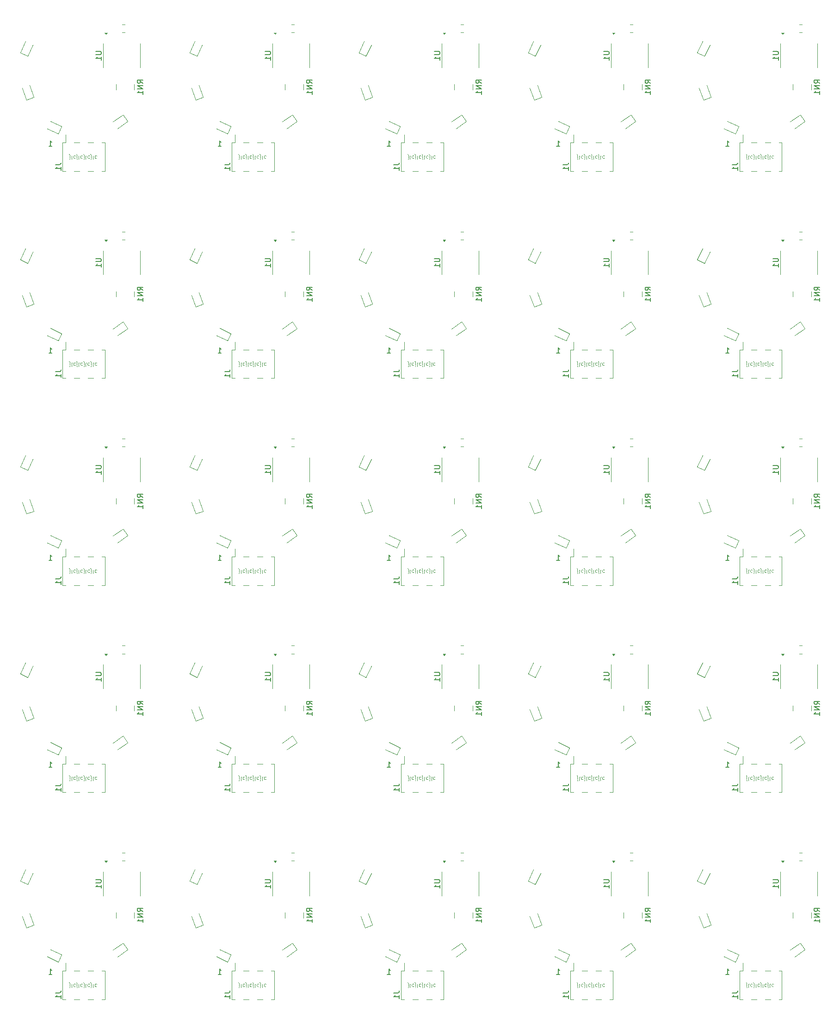
<source format=gbr>
%TF.GenerationSoftware,KiCad,Pcbnew,9.0.2*%
%TF.CreationDate,2025-06-25T14:10:58-05:00*%
%TF.ProjectId,panel,70616e65-6c2e-46b6-9963-61645f706362,rev?*%
%TF.SameCoordinates,Original*%
%TF.FileFunction,Legend,Bot*%
%TF.FilePolarity,Positive*%
%FSLAX46Y46*%
G04 Gerber Fmt 4.6, Leading zero omitted, Abs format (unit mm)*
G04 Created by KiCad (PCBNEW 9.0.2) date 2025-06-25 14:10:58*
%MOMM*%
%LPD*%
G01*
G04 APERTURE LIST*
%ADD10C,0.150000*%
%ADD11C,0.100000*%
%ADD12C,0.120000*%
G04 APERTURE END LIST*
D10*
X142692792Y-92003936D02*
X143264220Y-92003936D01*
X142978506Y-92003936D02*
X142978506Y-91003936D01*
X142978506Y-91003936D02*
X143073744Y-91146793D01*
X143073744Y-91146793D02*
X143168982Y-91242031D01*
X143168982Y-91242031D02*
X143264220Y-91289650D01*
D11*
X115537734Y-132093393D02*
X115537734Y-131493393D01*
X115537734Y-131493393D02*
X115504401Y-131426726D01*
X115504401Y-131426726D02*
X115437734Y-131393393D01*
X115437734Y-131393393D02*
X115404401Y-131393393D01*
X115537734Y-132326726D02*
X115504401Y-132293393D01*
X115504401Y-132293393D02*
X115537734Y-132260060D01*
X115537734Y-132260060D02*
X115571068Y-132293393D01*
X115571068Y-132293393D02*
X115537734Y-132326726D01*
X115537734Y-132326726D02*
X115537734Y-132260060D01*
X115971067Y-131626726D02*
X115904401Y-131660060D01*
X115904401Y-131660060D02*
X115871067Y-131726726D01*
X115871067Y-131726726D02*
X115871067Y-132326726D01*
X116537734Y-131660060D02*
X116471068Y-131626726D01*
X116471068Y-131626726D02*
X116337734Y-131626726D01*
X116337734Y-131626726D02*
X116271068Y-131660060D01*
X116271068Y-131660060D02*
X116237734Y-131693393D01*
X116237734Y-131693393D02*
X116204401Y-131760060D01*
X116204401Y-131760060D02*
X116204401Y-131960060D01*
X116204401Y-131960060D02*
X116237734Y-132026726D01*
X116237734Y-132026726D02*
X116271068Y-132060060D01*
X116271068Y-132060060D02*
X116337734Y-132093393D01*
X116337734Y-132093393D02*
X116471068Y-132093393D01*
X116471068Y-132093393D02*
X116537734Y-132060060D01*
X116837734Y-132093393D02*
X116837734Y-131493393D01*
X116837734Y-131493393D02*
X116804401Y-131426726D01*
X116804401Y-131426726D02*
X116737734Y-131393393D01*
X116737734Y-131393393D02*
X116704401Y-131393393D01*
X116837734Y-132326726D02*
X116804401Y-132293393D01*
X116804401Y-132293393D02*
X116837734Y-132260060D01*
X116837734Y-132260060D02*
X116871068Y-132293393D01*
X116871068Y-132293393D02*
X116837734Y-132326726D01*
X116837734Y-132326726D02*
X116837734Y-132260060D01*
X117271067Y-131626726D02*
X117204401Y-131660060D01*
X117204401Y-131660060D02*
X117171067Y-131726726D01*
X117171067Y-131726726D02*
X117171067Y-132326726D01*
X117837734Y-131660060D02*
X117771068Y-131626726D01*
X117771068Y-131626726D02*
X117637734Y-131626726D01*
X117637734Y-131626726D02*
X117571068Y-131660060D01*
X117571068Y-131660060D02*
X117537734Y-131693393D01*
X117537734Y-131693393D02*
X117504401Y-131760060D01*
X117504401Y-131760060D02*
X117504401Y-131960060D01*
X117504401Y-131960060D02*
X117537734Y-132026726D01*
X117537734Y-132026726D02*
X117571068Y-132060060D01*
X117571068Y-132060060D02*
X117637734Y-132093393D01*
X117637734Y-132093393D02*
X117771068Y-132093393D01*
X117771068Y-132093393D02*
X117837734Y-132060060D01*
X118137734Y-132093393D02*
X118137734Y-131493393D01*
X118137734Y-131493393D02*
X118104401Y-131426726D01*
X118104401Y-131426726D02*
X118037734Y-131393393D01*
X118037734Y-131393393D02*
X118004401Y-131393393D01*
X118137734Y-132326726D02*
X118104401Y-132293393D01*
X118104401Y-132293393D02*
X118137734Y-132260060D01*
X118137734Y-132260060D02*
X118171068Y-132293393D01*
X118171068Y-132293393D02*
X118137734Y-132326726D01*
X118137734Y-132326726D02*
X118137734Y-132260060D01*
X118571067Y-131626726D02*
X118504401Y-131660060D01*
X118504401Y-131660060D02*
X118471067Y-131726726D01*
X118471067Y-131726726D02*
X118471067Y-132326726D01*
X119137734Y-131660060D02*
X119071068Y-131626726D01*
X119071068Y-131626726D02*
X118937734Y-131626726D01*
X118937734Y-131626726D02*
X118871068Y-131660060D01*
X118871068Y-131660060D02*
X118837734Y-131693393D01*
X118837734Y-131693393D02*
X118804401Y-131760060D01*
X118804401Y-131760060D02*
X118804401Y-131960060D01*
X118804401Y-131960060D02*
X118837734Y-132026726D01*
X118837734Y-132026726D02*
X118871068Y-132060060D01*
X118871068Y-132060060D02*
X118937734Y-132093393D01*
X118937734Y-132093393D02*
X119071068Y-132093393D01*
X119071068Y-132093393D02*
X119137734Y-132060060D01*
X119437734Y-132093393D02*
X119437734Y-131493393D01*
X119437734Y-131493393D02*
X119404401Y-131426726D01*
X119404401Y-131426726D02*
X119337734Y-131393393D01*
X119337734Y-131393393D02*
X119304401Y-131393393D01*
X119437734Y-132326726D02*
X119404401Y-132293393D01*
X119404401Y-132293393D02*
X119437734Y-132260060D01*
X119437734Y-132260060D02*
X119471068Y-132293393D01*
X119471068Y-132293393D02*
X119437734Y-132326726D01*
X119437734Y-132326726D02*
X119437734Y-132260060D01*
X119871067Y-131626726D02*
X119804401Y-131660060D01*
X119804401Y-131660060D02*
X119771067Y-131726726D01*
X119771067Y-131726726D02*
X119771067Y-132326726D01*
X120437734Y-131660060D02*
X120371068Y-131626726D01*
X120371068Y-131626726D02*
X120237734Y-131626726D01*
X120237734Y-131626726D02*
X120171068Y-131660060D01*
X120171068Y-131660060D02*
X120137734Y-131693393D01*
X120137734Y-131693393D02*
X120104401Y-131760060D01*
X120104401Y-131760060D02*
X120104401Y-131960060D01*
X120104401Y-131960060D02*
X120137734Y-132026726D01*
X120137734Y-132026726D02*
X120171068Y-132060060D01*
X120171068Y-132060060D02*
X120237734Y-132093393D01*
X120237734Y-132093393D02*
X120371068Y-132093393D01*
X120371068Y-132093393D02*
X120437734Y-132060060D01*
X208470051Y-132093393D02*
X208470051Y-131493393D01*
X208470051Y-131493393D02*
X208436718Y-131426726D01*
X208436718Y-131426726D02*
X208370051Y-131393393D01*
X208370051Y-131393393D02*
X208336718Y-131393393D01*
X208470051Y-132326726D02*
X208436718Y-132293393D01*
X208436718Y-132293393D02*
X208470051Y-132260060D01*
X208470051Y-132260060D02*
X208503385Y-132293393D01*
X208503385Y-132293393D02*
X208470051Y-132326726D01*
X208470051Y-132326726D02*
X208470051Y-132260060D01*
X208903384Y-131626726D02*
X208836718Y-131660060D01*
X208836718Y-131660060D02*
X208803384Y-131726726D01*
X208803384Y-131726726D02*
X208803384Y-132326726D01*
X209470051Y-131660060D02*
X209403385Y-131626726D01*
X209403385Y-131626726D02*
X209270051Y-131626726D01*
X209270051Y-131626726D02*
X209203385Y-131660060D01*
X209203385Y-131660060D02*
X209170051Y-131693393D01*
X209170051Y-131693393D02*
X209136718Y-131760060D01*
X209136718Y-131760060D02*
X209136718Y-131960060D01*
X209136718Y-131960060D02*
X209170051Y-132026726D01*
X209170051Y-132026726D02*
X209203385Y-132060060D01*
X209203385Y-132060060D02*
X209270051Y-132093393D01*
X209270051Y-132093393D02*
X209403385Y-132093393D01*
X209403385Y-132093393D02*
X209470051Y-132060060D01*
X209770051Y-132093393D02*
X209770051Y-131493393D01*
X209770051Y-131493393D02*
X209736718Y-131426726D01*
X209736718Y-131426726D02*
X209670051Y-131393393D01*
X209670051Y-131393393D02*
X209636718Y-131393393D01*
X209770051Y-132326726D02*
X209736718Y-132293393D01*
X209736718Y-132293393D02*
X209770051Y-132260060D01*
X209770051Y-132260060D02*
X209803385Y-132293393D01*
X209803385Y-132293393D02*
X209770051Y-132326726D01*
X209770051Y-132326726D02*
X209770051Y-132260060D01*
X210203384Y-131626726D02*
X210136718Y-131660060D01*
X210136718Y-131660060D02*
X210103384Y-131726726D01*
X210103384Y-131726726D02*
X210103384Y-132326726D01*
X210770051Y-131660060D02*
X210703385Y-131626726D01*
X210703385Y-131626726D02*
X210570051Y-131626726D01*
X210570051Y-131626726D02*
X210503385Y-131660060D01*
X210503385Y-131660060D02*
X210470051Y-131693393D01*
X210470051Y-131693393D02*
X210436718Y-131760060D01*
X210436718Y-131760060D02*
X210436718Y-131960060D01*
X210436718Y-131960060D02*
X210470051Y-132026726D01*
X210470051Y-132026726D02*
X210503385Y-132060060D01*
X210503385Y-132060060D02*
X210570051Y-132093393D01*
X210570051Y-132093393D02*
X210703385Y-132093393D01*
X210703385Y-132093393D02*
X210770051Y-132060060D01*
X211070051Y-132093393D02*
X211070051Y-131493393D01*
X211070051Y-131493393D02*
X211036718Y-131426726D01*
X211036718Y-131426726D02*
X210970051Y-131393393D01*
X210970051Y-131393393D02*
X210936718Y-131393393D01*
X211070051Y-132326726D02*
X211036718Y-132293393D01*
X211036718Y-132293393D02*
X211070051Y-132260060D01*
X211070051Y-132260060D02*
X211103385Y-132293393D01*
X211103385Y-132293393D02*
X211070051Y-132326726D01*
X211070051Y-132326726D02*
X211070051Y-132260060D01*
X211503384Y-131626726D02*
X211436718Y-131660060D01*
X211436718Y-131660060D02*
X211403384Y-131726726D01*
X211403384Y-131726726D02*
X211403384Y-132326726D01*
X212070051Y-131660060D02*
X212003385Y-131626726D01*
X212003385Y-131626726D02*
X211870051Y-131626726D01*
X211870051Y-131626726D02*
X211803385Y-131660060D01*
X211803385Y-131660060D02*
X211770051Y-131693393D01*
X211770051Y-131693393D02*
X211736718Y-131760060D01*
X211736718Y-131760060D02*
X211736718Y-131960060D01*
X211736718Y-131960060D02*
X211770051Y-132026726D01*
X211770051Y-132026726D02*
X211803385Y-132060060D01*
X211803385Y-132060060D02*
X211870051Y-132093393D01*
X211870051Y-132093393D02*
X212003385Y-132093393D01*
X212003385Y-132093393D02*
X212070051Y-132060060D01*
X212370051Y-132093393D02*
X212370051Y-131493393D01*
X212370051Y-131493393D02*
X212336718Y-131426726D01*
X212336718Y-131426726D02*
X212270051Y-131393393D01*
X212270051Y-131393393D02*
X212236718Y-131393393D01*
X212370051Y-132326726D02*
X212336718Y-132293393D01*
X212336718Y-132293393D02*
X212370051Y-132260060D01*
X212370051Y-132260060D02*
X212403385Y-132293393D01*
X212403385Y-132293393D02*
X212370051Y-132326726D01*
X212370051Y-132326726D02*
X212370051Y-132260060D01*
X212803384Y-131626726D02*
X212736718Y-131660060D01*
X212736718Y-131660060D02*
X212703384Y-131726726D01*
X212703384Y-131726726D02*
X212703384Y-132326726D01*
X213370051Y-131660060D02*
X213303385Y-131626726D01*
X213303385Y-131626726D02*
X213170051Y-131626726D01*
X213170051Y-131626726D02*
X213103385Y-131660060D01*
X213103385Y-131660060D02*
X213070051Y-131693393D01*
X213070051Y-131693393D02*
X213036718Y-131760060D01*
X213036718Y-131760060D02*
X213036718Y-131960060D01*
X213036718Y-131960060D02*
X213070051Y-132026726D01*
X213070051Y-132026726D02*
X213103385Y-132060060D01*
X213103385Y-132060060D02*
X213170051Y-132093393D01*
X213170051Y-132093393D02*
X213303385Y-132093393D01*
X213303385Y-132093393D02*
X213370051Y-132060060D01*
X146515173Y-169979636D02*
X146515173Y-169379636D01*
X146515173Y-169379636D02*
X146481840Y-169312969D01*
X146481840Y-169312969D02*
X146415173Y-169279636D01*
X146415173Y-169279636D02*
X146381840Y-169279636D01*
X146515173Y-170212969D02*
X146481840Y-170179636D01*
X146481840Y-170179636D02*
X146515173Y-170146303D01*
X146515173Y-170146303D02*
X146548507Y-170179636D01*
X146548507Y-170179636D02*
X146515173Y-170212969D01*
X146515173Y-170212969D02*
X146515173Y-170146303D01*
X146948506Y-169512969D02*
X146881840Y-169546303D01*
X146881840Y-169546303D02*
X146848506Y-169612969D01*
X146848506Y-169612969D02*
X146848506Y-170212969D01*
X147515173Y-169546303D02*
X147448507Y-169512969D01*
X147448507Y-169512969D02*
X147315173Y-169512969D01*
X147315173Y-169512969D02*
X147248507Y-169546303D01*
X147248507Y-169546303D02*
X147215173Y-169579636D01*
X147215173Y-169579636D02*
X147181840Y-169646303D01*
X147181840Y-169646303D02*
X147181840Y-169846303D01*
X147181840Y-169846303D02*
X147215173Y-169912969D01*
X147215173Y-169912969D02*
X147248507Y-169946303D01*
X147248507Y-169946303D02*
X147315173Y-169979636D01*
X147315173Y-169979636D02*
X147448507Y-169979636D01*
X147448507Y-169979636D02*
X147515173Y-169946303D01*
X147815173Y-169979636D02*
X147815173Y-169379636D01*
X147815173Y-169379636D02*
X147781840Y-169312969D01*
X147781840Y-169312969D02*
X147715173Y-169279636D01*
X147715173Y-169279636D02*
X147681840Y-169279636D01*
X147815173Y-170212969D02*
X147781840Y-170179636D01*
X147781840Y-170179636D02*
X147815173Y-170146303D01*
X147815173Y-170146303D02*
X147848507Y-170179636D01*
X147848507Y-170179636D02*
X147815173Y-170212969D01*
X147815173Y-170212969D02*
X147815173Y-170146303D01*
X148248506Y-169512969D02*
X148181840Y-169546303D01*
X148181840Y-169546303D02*
X148148506Y-169612969D01*
X148148506Y-169612969D02*
X148148506Y-170212969D01*
X148815173Y-169546303D02*
X148748507Y-169512969D01*
X148748507Y-169512969D02*
X148615173Y-169512969D01*
X148615173Y-169512969D02*
X148548507Y-169546303D01*
X148548507Y-169546303D02*
X148515173Y-169579636D01*
X148515173Y-169579636D02*
X148481840Y-169646303D01*
X148481840Y-169646303D02*
X148481840Y-169846303D01*
X148481840Y-169846303D02*
X148515173Y-169912969D01*
X148515173Y-169912969D02*
X148548507Y-169946303D01*
X148548507Y-169946303D02*
X148615173Y-169979636D01*
X148615173Y-169979636D02*
X148748507Y-169979636D01*
X148748507Y-169979636D02*
X148815173Y-169946303D01*
X149115173Y-169979636D02*
X149115173Y-169379636D01*
X149115173Y-169379636D02*
X149081840Y-169312969D01*
X149081840Y-169312969D02*
X149015173Y-169279636D01*
X149015173Y-169279636D02*
X148981840Y-169279636D01*
X149115173Y-170212969D02*
X149081840Y-170179636D01*
X149081840Y-170179636D02*
X149115173Y-170146303D01*
X149115173Y-170146303D02*
X149148507Y-170179636D01*
X149148507Y-170179636D02*
X149115173Y-170212969D01*
X149115173Y-170212969D02*
X149115173Y-170146303D01*
X149548506Y-169512969D02*
X149481840Y-169546303D01*
X149481840Y-169546303D02*
X149448506Y-169612969D01*
X149448506Y-169612969D02*
X149448506Y-170212969D01*
X150115173Y-169546303D02*
X150048507Y-169512969D01*
X150048507Y-169512969D02*
X149915173Y-169512969D01*
X149915173Y-169512969D02*
X149848507Y-169546303D01*
X149848507Y-169546303D02*
X149815173Y-169579636D01*
X149815173Y-169579636D02*
X149781840Y-169646303D01*
X149781840Y-169646303D02*
X149781840Y-169846303D01*
X149781840Y-169846303D02*
X149815173Y-169912969D01*
X149815173Y-169912969D02*
X149848507Y-169946303D01*
X149848507Y-169946303D02*
X149915173Y-169979636D01*
X149915173Y-169979636D02*
X150048507Y-169979636D01*
X150048507Y-169979636D02*
X150115173Y-169946303D01*
X150415173Y-169979636D02*
X150415173Y-169379636D01*
X150415173Y-169379636D02*
X150381840Y-169312969D01*
X150381840Y-169312969D02*
X150315173Y-169279636D01*
X150315173Y-169279636D02*
X150281840Y-169279636D01*
X150415173Y-170212969D02*
X150381840Y-170179636D01*
X150381840Y-170179636D02*
X150415173Y-170146303D01*
X150415173Y-170146303D02*
X150448507Y-170179636D01*
X150448507Y-170179636D02*
X150415173Y-170212969D01*
X150415173Y-170212969D02*
X150415173Y-170146303D01*
X150848506Y-169512969D02*
X150781840Y-169546303D01*
X150781840Y-169546303D02*
X150748506Y-169612969D01*
X150748506Y-169612969D02*
X150748506Y-170212969D01*
X151415173Y-169546303D02*
X151348507Y-169512969D01*
X151348507Y-169512969D02*
X151215173Y-169512969D01*
X151215173Y-169512969D02*
X151148507Y-169546303D01*
X151148507Y-169546303D02*
X151115173Y-169579636D01*
X151115173Y-169579636D02*
X151081840Y-169646303D01*
X151081840Y-169646303D02*
X151081840Y-169846303D01*
X151081840Y-169846303D02*
X151115173Y-169912969D01*
X151115173Y-169912969D02*
X151148507Y-169946303D01*
X151148507Y-169946303D02*
X151215173Y-169979636D01*
X151215173Y-169979636D02*
X151348507Y-169979636D01*
X151348507Y-169979636D02*
X151415173Y-169946303D01*
X208470051Y-94207150D02*
X208470051Y-93607150D01*
X208470051Y-93607150D02*
X208436718Y-93540483D01*
X208436718Y-93540483D02*
X208370051Y-93507150D01*
X208370051Y-93507150D02*
X208336718Y-93507150D01*
X208470051Y-94440483D02*
X208436718Y-94407150D01*
X208436718Y-94407150D02*
X208470051Y-94373817D01*
X208470051Y-94373817D02*
X208503385Y-94407150D01*
X208503385Y-94407150D02*
X208470051Y-94440483D01*
X208470051Y-94440483D02*
X208470051Y-94373817D01*
X208903384Y-93740483D02*
X208836718Y-93773817D01*
X208836718Y-93773817D02*
X208803384Y-93840483D01*
X208803384Y-93840483D02*
X208803384Y-94440483D01*
X209470051Y-93773817D02*
X209403385Y-93740483D01*
X209403385Y-93740483D02*
X209270051Y-93740483D01*
X209270051Y-93740483D02*
X209203385Y-93773817D01*
X209203385Y-93773817D02*
X209170051Y-93807150D01*
X209170051Y-93807150D02*
X209136718Y-93873817D01*
X209136718Y-93873817D02*
X209136718Y-94073817D01*
X209136718Y-94073817D02*
X209170051Y-94140483D01*
X209170051Y-94140483D02*
X209203385Y-94173817D01*
X209203385Y-94173817D02*
X209270051Y-94207150D01*
X209270051Y-94207150D02*
X209403385Y-94207150D01*
X209403385Y-94207150D02*
X209470051Y-94173817D01*
X209770051Y-94207150D02*
X209770051Y-93607150D01*
X209770051Y-93607150D02*
X209736718Y-93540483D01*
X209736718Y-93540483D02*
X209670051Y-93507150D01*
X209670051Y-93507150D02*
X209636718Y-93507150D01*
X209770051Y-94440483D02*
X209736718Y-94407150D01*
X209736718Y-94407150D02*
X209770051Y-94373817D01*
X209770051Y-94373817D02*
X209803385Y-94407150D01*
X209803385Y-94407150D02*
X209770051Y-94440483D01*
X209770051Y-94440483D02*
X209770051Y-94373817D01*
X210203384Y-93740483D02*
X210136718Y-93773817D01*
X210136718Y-93773817D02*
X210103384Y-93840483D01*
X210103384Y-93840483D02*
X210103384Y-94440483D01*
X210770051Y-93773817D02*
X210703385Y-93740483D01*
X210703385Y-93740483D02*
X210570051Y-93740483D01*
X210570051Y-93740483D02*
X210503385Y-93773817D01*
X210503385Y-93773817D02*
X210470051Y-93807150D01*
X210470051Y-93807150D02*
X210436718Y-93873817D01*
X210436718Y-93873817D02*
X210436718Y-94073817D01*
X210436718Y-94073817D02*
X210470051Y-94140483D01*
X210470051Y-94140483D02*
X210503385Y-94173817D01*
X210503385Y-94173817D02*
X210570051Y-94207150D01*
X210570051Y-94207150D02*
X210703385Y-94207150D01*
X210703385Y-94207150D02*
X210770051Y-94173817D01*
X211070051Y-94207150D02*
X211070051Y-93607150D01*
X211070051Y-93607150D02*
X211036718Y-93540483D01*
X211036718Y-93540483D02*
X210970051Y-93507150D01*
X210970051Y-93507150D02*
X210936718Y-93507150D01*
X211070051Y-94440483D02*
X211036718Y-94407150D01*
X211036718Y-94407150D02*
X211070051Y-94373817D01*
X211070051Y-94373817D02*
X211103385Y-94407150D01*
X211103385Y-94407150D02*
X211070051Y-94440483D01*
X211070051Y-94440483D02*
X211070051Y-94373817D01*
X211503384Y-93740483D02*
X211436718Y-93773817D01*
X211436718Y-93773817D02*
X211403384Y-93840483D01*
X211403384Y-93840483D02*
X211403384Y-94440483D01*
X212070051Y-93773817D02*
X212003385Y-93740483D01*
X212003385Y-93740483D02*
X211870051Y-93740483D01*
X211870051Y-93740483D02*
X211803385Y-93773817D01*
X211803385Y-93773817D02*
X211770051Y-93807150D01*
X211770051Y-93807150D02*
X211736718Y-93873817D01*
X211736718Y-93873817D02*
X211736718Y-94073817D01*
X211736718Y-94073817D02*
X211770051Y-94140483D01*
X211770051Y-94140483D02*
X211803385Y-94173817D01*
X211803385Y-94173817D02*
X211870051Y-94207150D01*
X211870051Y-94207150D02*
X212003385Y-94207150D01*
X212003385Y-94207150D02*
X212070051Y-94173817D01*
X212370051Y-94207150D02*
X212370051Y-93607150D01*
X212370051Y-93607150D02*
X212336718Y-93540483D01*
X212336718Y-93540483D02*
X212270051Y-93507150D01*
X212270051Y-93507150D02*
X212236718Y-93507150D01*
X212370051Y-94440483D02*
X212336718Y-94407150D01*
X212336718Y-94407150D02*
X212370051Y-94373817D01*
X212370051Y-94373817D02*
X212403385Y-94407150D01*
X212403385Y-94407150D02*
X212370051Y-94440483D01*
X212370051Y-94440483D02*
X212370051Y-94373817D01*
X212803384Y-93740483D02*
X212736718Y-93773817D01*
X212736718Y-93773817D02*
X212703384Y-93840483D01*
X212703384Y-93840483D02*
X212703384Y-94440483D01*
X213370051Y-93773817D02*
X213303385Y-93740483D01*
X213303385Y-93740483D02*
X213170051Y-93740483D01*
X213170051Y-93740483D02*
X213103385Y-93773817D01*
X213103385Y-93773817D02*
X213070051Y-93807150D01*
X213070051Y-93807150D02*
X213036718Y-93873817D01*
X213036718Y-93873817D02*
X213036718Y-94073817D01*
X213036718Y-94073817D02*
X213070051Y-94140483D01*
X213070051Y-94140483D02*
X213103385Y-94173817D01*
X213103385Y-94173817D02*
X213170051Y-94207150D01*
X213170051Y-94207150D02*
X213303385Y-94207150D01*
X213303385Y-94207150D02*
X213370051Y-94173817D01*
D10*
X173670231Y-129890179D02*
X174241659Y-129890179D01*
X173955945Y-129890179D02*
X173955945Y-128890179D01*
X173955945Y-128890179D02*
X174051183Y-129033036D01*
X174051183Y-129033036D02*
X174146421Y-129128274D01*
X174146421Y-129128274D02*
X174241659Y-129175893D01*
D11*
X115537734Y-169979636D02*
X115537734Y-169379636D01*
X115537734Y-169379636D02*
X115504401Y-169312969D01*
X115504401Y-169312969D02*
X115437734Y-169279636D01*
X115437734Y-169279636D02*
X115404401Y-169279636D01*
X115537734Y-170212969D02*
X115504401Y-170179636D01*
X115504401Y-170179636D02*
X115537734Y-170146303D01*
X115537734Y-170146303D02*
X115571068Y-170179636D01*
X115571068Y-170179636D02*
X115537734Y-170212969D01*
X115537734Y-170212969D02*
X115537734Y-170146303D01*
X115971067Y-169512969D02*
X115904401Y-169546303D01*
X115904401Y-169546303D02*
X115871067Y-169612969D01*
X115871067Y-169612969D02*
X115871067Y-170212969D01*
X116537734Y-169546303D02*
X116471068Y-169512969D01*
X116471068Y-169512969D02*
X116337734Y-169512969D01*
X116337734Y-169512969D02*
X116271068Y-169546303D01*
X116271068Y-169546303D02*
X116237734Y-169579636D01*
X116237734Y-169579636D02*
X116204401Y-169646303D01*
X116204401Y-169646303D02*
X116204401Y-169846303D01*
X116204401Y-169846303D02*
X116237734Y-169912969D01*
X116237734Y-169912969D02*
X116271068Y-169946303D01*
X116271068Y-169946303D02*
X116337734Y-169979636D01*
X116337734Y-169979636D02*
X116471068Y-169979636D01*
X116471068Y-169979636D02*
X116537734Y-169946303D01*
X116837734Y-169979636D02*
X116837734Y-169379636D01*
X116837734Y-169379636D02*
X116804401Y-169312969D01*
X116804401Y-169312969D02*
X116737734Y-169279636D01*
X116737734Y-169279636D02*
X116704401Y-169279636D01*
X116837734Y-170212969D02*
X116804401Y-170179636D01*
X116804401Y-170179636D02*
X116837734Y-170146303D01*
X116837734Y-170146303D02*
X116871068Y-170179636D01*
X116871068Y-170179636D02*
X116837734Y-170212969D01*
X116837734Y-170212969D02*
X116837734Y-170146303D01*
X117271067Y-169512969D02*
X117204401Y-169546303D01*
X117204401Y-169546303D02*
X117171067Y-169612969D01*
X117171067Y-169612969D02*
X117171067Y-170212969D01*
X117837734Y-169546303D02*
X117771068Y-169512969D01*
X117771068Y-169512969D02*
X117637734Y-169512969D01*
X117637734Y-169512969D02*
X117571068Y-169546303D01*
X117571068Y-169546303D02*
X117537734Y-169579636D01*
X117537734Y-169579636D02*
X117504401Y-169646303D01*
X117504401Y-169646303D02*
X117504401Y-169846303D01*
X117504401Y-169846303D02*
X117537734Y-169912969D01*
X117537734Y-169912969D02*
X117571068Y-169946303D01*
X117571068Y-169946303D02*
X117637734Y-169979636D01*
X117637734Y-169979636D02*
X117771068Y-169979636D01*
X117771068Y-169979636D02*
X117837734Y-169946303D01*
X118137734Y-169979636D02*
X118137734Y-169379636D01*
X118137734Y-169379636D02*
X118104401Y-169312969D01*
X118104401Y-169312969D02*
X118037734Y-169279636D01*
X118037734Y-169279636D02*
X118004401Y-169279636D01*
X118137734Y-170212969D02*
X118104401Y-170179636D01*
X118104401Y-170179636D02*
X118137734Y-170146303D01*
X118137734Y-170146303D02*
X118171068Y-170179636D01*
X118171068Y-170179636D02*
X118137734Y-170212969D01*
X118137734Y-170212969D02*
X118137734Y-170146303D01*
X118571067Y-169512969D02*
X118504401Y-169546303D01*
X118504401Y-169546303D02*
X118471067Y-169612969D01*
X118471067Y-169612969D02*
X118471067Y-170212969D01*
X119137734Y-169546303D02*
X119071068Y-169512969D01*
X119071068Y-169512969D02*
X118937734Y-169512969D01*
X118937734Y-169512969D02*
X118871068Y-169546303D01*
X118871068Y-169546303D02*
X118837734Y-169579636D01*
X118837734Y-169579636D02*
X118804401Y-169646303D01*
X118804401Y-169646303D02*
X118804401Y-169846303D01*
X118804401Y-169846303D02*
X118837734Y-169912969D01*
X118837734Y-169912969D02*
X118871068Y-169946303D01*
X118871068Y-169946303D02*
X118937734Y-169979636D01*
X118937734Y-169979636D02*
X119071068Y-169979636D01*
X119071068Y-169979636D02*
X119137734Y-169946303D01*
X119437734Y-169979636D02*
X119437734Y-169379636D01*
X119437734Y-169379636D02*
X119404401Y-169312969D01*
X119404401Y-169312969D02*
X119337734Y-169279636D01*
X119337734Y-169279636D02*
X119304401Y-169279636D01*
X119437734Y-170212969D02*
X119404401Y-170179636D01*
X119404401Y-170179636D02*
X119437734Y-170146303D01*
X119437734Y-170146303D02*
X119471068Y-170179636D01*
X119471068Y-170179636D02*
X119437734Y-170212969D01*
X119437734Y-170212969D02*
X119437734Y-170146303D01*
X119871067Y-169512969D02*
X119804401Y-169546303D01*
X119804401Y-169546303D02*
X119771067Y-169612969D01*
X119771067Y-169612969D02*
X119771067Y-170212969D01*
X120437734Y-169546303D02*
X120371068Y-169512969D01*
X120371068Y-169512969D02*
X120237734Y-169512969D01*
X120237734Y-169512969D02*
X120171068Y-169546303D01*
X120171068Y-169546303D02*
X120137734Y-169579636D01*
X120137734Y-169579636D02*
X120104401Y-169646303D01*
X120104401Y-169646303D02*
X120104401Y-169846303D01*
X120104401Y-169846303D02*
X120137734Y-169912969D01*
X120137734Y-169912969D02*
X120171068Y-169946303D01*
X120171068Y-169946303D02*
X120237734Y-169979636D01*
X120237734Y-169979636D02*
X120371068Y-169979636D01*
X120371068Y-169979636D02*
X120437734Y-169946303D01*
D10*
X142692792Y-54117693D02*
X143264220Y-54117693D01*
X142978506Y-54117693D02*
X142978506Y-53117693D01*
X142978506Y-53117693D02*
X143073744Y-53260550D01*
X143073744Y-53260550D02*
X143168982Y-53355788D01*
X143168982Y-53355788D02*
X143264220Y-53403407D01*
D11*
X177492612Y-207865879D02*
X177492612Y-207265879D01*
X177492612Y-207265879D02*
X177459279Y-207199212D01*
X177459279Y-207199212D02*
X177392612Y-207165879D01*
X177392612Y-207165879D02*
X177359279Y-207165879D01*
X177492612Y-208099212D02*
X177459279Y-208065879D01*
X177459279Y-208065879D02*
X177492612Y-208032546D01*
X177492612Y-208032546D02*
X177525946Y-208065879D01*
X177525946Y-208065879D02*
X177492612Y-208099212D01*
X177492612Y-208099212D02*
X177492612Y-208032546D01*
X177925945Y-207399212D02*
X177859279Y-207432546D01*
X177859279Y-207432546D02*
X177825945Y-207499212D01*
X177825945Y-207499212D02*
X177825945Y-208099212D01*
X178492612Y-207432546D02*
X178425946Y-207399212D01*
X178425946Y-207399212D02*
X178292612Y-207399212D01*
X178292612Y-207399212D02*
X178225946Y-207432546D01*
X178225946Y-207432546D02*
X178192612Y-207465879D01*
X178192612Y-207465879D02*
X178159279Y-207532546D01*
X178159279Y-207532546D02*
X178159279Y-207732546D01*
X178159279Y-207732546D02*
X178192612Y-207799212D01*
X178192612Y-207799212D02*
X178225946Y-207832546D01*
X178225946Y-207832546D02*
X178292612Y-207865879D01*
X178292612Y-207865879D02*
X178425946Y-207865879D01*
X178425946Y-207865879D02*
X178492612Y-207832546D01*
X178792612Y-207865879D02*
X178792612Y-207265879D01*
X178792612Y-207265879D02*
X178759279Y-207199212D01*
X178759279Y-207199212D02*
X178692612Y-207165879D01*
X178692612Y-207165879D02*
X178659279Y-207165879D01*
X178792612Y-208099212D02*
X178759279Y-208065879D01*
X178759279Y-208065879D02*
X178792612Y-208032546D01*
X178792612Y-208032546D02*
X178825946Y-208065879D01*
X178825946Y-208065879D02*
X178792612Y-208099212D01*
X178792612Y-208099212D02*
X178792612Y-208032546D01*
X179225945Y-207399212D02*
X179159279Y-207432546D01*
X179159279Y-207432546D02*
X179125945Y-207499212D01*
X179125945Y-207499212D02*
X179125945Y-208099212D01*
X179792612Y-207432546D02*
X179725946Y-207399212D01*
X179725946Y-207399212D02*
X179592612Y-207399212D01*
X179592612Y-207399212D02*
X179525946Y-207432546D01*
X179525946Y-207432546D02*
X179492612Y-207465879D01*
X179492612Y-207465879D02*
X179459279Y-207532546D01*
X179459279Y-207532546D02*
X179459279Y-207732546D01*
X179459279Y-207732546D02*
X179492612Y-207799212D01*
X179492612Y-207799212D02*
X179525946Y-207832546D01*
X179525946Y-207832546D02*
X179592612Y-207865879D01*
X179592612Y-207865879D02*
X179725946Y-207865879D01*
X179725946Y-207865879D02*
X179792612Y-207832546D01*
X180092612Y-207865879D02*
X180092612Y-207265879D01*
X180092612Y-207265879D02*
X180059279Y-207199212D01*
X180059279Y-207199212D02*
X179992612Y-207165879D01*
X179992612Y-207165879D02*
X179959279Y-207165879D01*
X180092612Y-208099212D02*
X180059279Y-208065879D01*
X180059279Y-208065879D02*
X180092612Y-208032546D01*
X180092612Y-208032546D02*
X180125946Y-208065879D01*
X180125946Y-208065879D02*
X180092612Y-208099212D01*
X180092612Y-208099212D02*
X180092612Y-208032546D01*
X180525945Y-207399212D02*
X180459279Y-207432546D01*
X180459279Y-207432546D02*
X180425945Y-207499212D01*
X180425945Y-207499212D02*
X180425945Y-208099212D01*
X181092612Y-207432546D02*
X181025946Y-207399212D01*
X181025946Y-207399212D02*
X180892612Y-207399212D01*
X180892612Y-207399212D02*
X180825946Y-207432546D01*
X180825946Y-207432546D02*
X180792612Y-207465879D01*
X180792612Y-207465879D02*
X180759279Y-207532546D01*
X180759279Y-207532546D02*
X180759279Y-207732546D01*
X180759279Y-207732546D02*
X180792612Y-207799212D01*
X180792612Y-207799212D02*
X180825946Y-207832546D01*
X180825946Y-207832546D02*
X180892612Y-207865879D01*
X180892612Y-207865879D02*
X181025946Y-207865879D01*
X181025946Y-207865879D02*
X181092612Y-207832546D01*
X181392612Y-207865879D02*
X181392612Y-207265879D01*
X181392612Y-207265879D02*
X181359279Y-207199212D01*
X181359279Y-207199212D02*
X181292612Y-207165879D01*
X181292612Y-207165879D02*
X181259279Y-207165879D01*
X181392612Y-208099212D02*
X181359279Y-208065879D01*
X181359279Y-208065879D02*
X181392612Y-208032546D01*
X181392612Y-208032546D02*
X181425946Y-208065879D01*
X181425946Y-208065879D02*
X181392612Y-208099212D01*
X181392612Y-208099212D02*
X181392612Y-208032546D01*
X181825945Y-207399212D02*
X181759279Y-207432546D01*
X181759279Y-207432546D02*
X181725945Y-207499212D01*
X181725945Y-207499212D02*
X181725945Y-208099212D01*
X182392612Y-207432546D02*
X182325946Y-207399212D01*
X182325946Y-207399212D02*
X182192612Y-207399212D01*
X182192612Y-207399212D02*
X182125946Y-207432546D01*
X182125946Y-207432546D02*
X182092612Y-207465879D01*
X182092612Y-207465879D02*
X182059279Y-207532546D01*
X182059279Y-207532546D02*
X182059279Y-207732546D01*
X182059279Y-207732546D02*
X182092612Y-207799212D01*
X182092612Y-207799212D02*
X182125946Y-207832546D01*
X182125946Y-207832546D02*
X182192612Y-207865879D01*
X182192612Y-207865879D02*
X182325946Y-207865879D01*
X182325946Y-207865879D02*
X182392612Y-207832546D01*
X84560295Y-169979636D02*
X84560295Y-169379636D01*
X84560295Y-169379636D02*
X84526962Y-169312969D01*
X84526962Y-169312969D02*
X84460295Y-169279636D01*
X84460295Y-169279636D02*
X84426962Y-169279636D01*
X84560295Y-170212969D02*
X84526962Y-170179636D01*
X84526962Y-170179636D02*
X84560295Y-170146303D01*
X84560295Y-170146303D02*
X84593629Y-170179636D01*
X84593629Y-170179636D02*
X84560295Y-170212969D01*
X84560295Y-170212969D02*
X84560295Y-170146303D01*
X84993628Y-169512969D02*
X84926962Y-169546303D01*
X84926962Y-169546303D02*
X84893628Y-169612969D01*
X84893628Y-169612969D02*
X84893628Y-170212969D01*
X85560295Y-169546303D02*
X85493629Y-169512969D01*
X85493629Y-169512969D02*
X85360295Y-169512969D01*
X85360295Y-169512969D02*
X85293629Y-169546303D01*
X85293629Y-169546303D02*
X85260295Y-169579636D01*
X85260295Y-169579636D02*
X85226962Y-169646303D01*
X85226962Y-169646303D02*
X85226962Y-169846303D01*
X85226962Y-169846303D02*
X85260295Y-169912969D01*
X85260295Y-169912969D02*
X85293629Y-169946303D01*
X85293629Y-169946303D02*
X85360295Y-169979636D01*
X85360295Y-169979636D02*
X85493629Y-169979636D01*
X85493629Y-169979636D02*
X85560295Y-169946303D01*
X85860295Y-169979636D02*
X85860295Y-169379636D01*
X85860295Y-169379636D02*
X85826962Y-169312969D01*
X85826962Y-169312969D02*
X85760295Y-169279636D01*
X85760295Y-169279636D02*
X85726962Y-169279636D01*
X85860295Y-170212969D02*
X85826962Y-170179636D01*
X85826962Y-170179636D02*
X85860295Y-170146303D01*
X85860295Y-170146303D02*
X85893629Y-170179636D01*
X85893629Y-170179636D02*
X85860295Y-170212969D01*
X85860295Y-170212969D02*
X85860295Y-170146303D01*
X86293628Y-169512969D02*
X86226962Y-169546303D01*
X86226962Y-169546303D02*
X86193628Y-169612969D01*
X86193628Y-169612969D02*
X86193628Y-170212969D01*
X86860295Y-169546303D02*
X86793629Y-169512969D01*
X86793629Y-169512969D02*
X86660295Y-169512969D01*
X86660295Y-169512969D02*
X86593629Y-169546303D01*
X86593629Y-169546303D02*
X86560295Y-169579636D01*
X86560295Y-169579636D02*
X86526962Y-169646303D01*
X86526962Y-169646303D02*
X86526962Y-169846303D01*
X86526962Y-169846303D02*
X86560295Y-169912969D01*
X86560295Y-169912969D02*
X86593629Y-169946303D01*
X86593629Y-169946303D02*
X86660295Y-169979636D01*
X86660295Y-169979636D02*
X86793629Y-169979636D01*
X86793629Y-169979636D02*
X86860295Y-169946303D01*
X87160295Y-169979636D02*
X87160295Y-169379636D01*
X87160295Y-169379636D02*
X87126962Y-169312969D01*
X87126962Y-169312969D02*
X87060295Y-169279636D01*
X87060295Y-169279636D02*
X87026962Y-169279636D01*
X87160295Y-170212969D02*
X87126962Y-170179636D01*
X87126962Y-170179636D02*
X87160295Y-170146303D01*
X87160295Y-170146303D02*
X87193629Y-170179636D01*
X87193629Y-170179636D02*
X87160295Y-170212969D01*
X87160295Y-170212969D02*
X87160295Y-170146303D01*
X87593628Y-169512969D02*
X87526962Y-169546303D01*
X87526962Y-169546303D02*
X87493628Y-169612969D01*
X87493628Y-169612969D02*
X87493628Y-170212969D01*
X88160295Y-169546303D02*
X88093629Y-169512969D01*
X88093629Y-169512969D02*
X87960295Y-169512969D01*
X87960295Y-169512969D02*
X87893629Y-169546303D01*
X87893629Y-169546303D02*
X87860295Y-169579636D01*
X87860295Y-169579636D02*
X87826962Y-169646303D01*
X87826962Y-169646303D02*
X87826962Y-169846303D01*
X87826962Y-169846303D02*
X87860295Y-169912969D01*
X87860295Y-169912969D02*
X87893629Y-169946303D01*
X87893629Y-169946303D02*
X87960295Y-169979636D01*
X87960295Y-169979636D02*
X88093629Y-169979636D01*
X88093629Y-169979636D02*
X88160295Y-169946303D01*
X88460295Y-169979636D02*
X88460295Y-169379636D01*
X88460295Y-169379636D02*
X88426962Y-169312969D01*
X88426962Y-169312969D02*
X88360295Y-169279636D01*
X88360295Y-169279636D02*
X88326962Y-169279636D01*
X88460295Y-170212969D02*
X88426962Y-170179636D01*
X88426962Y-170179636D02*
X88460295Y-170146303D01*
X88460295Y-170146303D02*
X88493629Y-170179636D01*
X88493629Y-170179636D02*
X88460295Y-170212969D01*
X88460295Y-170212969D02*
X88460295Y-170146303D01*
X88893628Y-169512969D02*
X88826962Y-169546303D01*
X88826962Y-169546303D02*
X88793628Y-169612969D01*
X88793628Y-169612969D02*
X88793628Y-170212969D01*
X89460295Y-169546303D02*
X89393629Y-169512969D01*
X89393629Y-169512969D02*
X89260295Y-169512969D01*
X89260295Y-169512969D02*
X89193629Y-169546303D01*
X89193629Y-169546303D02*
X89160295Y-169579636D01*
X89160295Y-169579636D02*
X89126962Y-169646303D01*
X89126962Y-169646303D02*
X89126962Y-169846303D01*
X89126962Y-169846303D02*
X89160295Y-169912969D01*
X89160295Y-169912969D02*
X89193629Y-169946303D01*
X89193629Y-169946303D02*
X89260295Y-169979636D01*
X89260295Y-169979636D02*
X89393629Y-169979636D01*
X89393629Y-169979636D02*
X89460295Y-169946303D01*
X208470051Y-207865879D02*
X208470051Y-207265879D01*
X208470051Y-207265879D02*
X208436718Y-207199212D01*
X208436718Y-207199212D02*
X208370051Y-207165879D01*
X208370051Y-207165879D02*
X208336718Y-207165879D01*
X208470051Y-208099212D02*
X208436718Y-208065879D01*
X208436718Y-208065879D02*
X208470051Y-208032546D01*
X208470051Y-208032546D02*
X208503385Y-208065879D01*
X208503385Y-208065879D02*
X208470051Y-208099212D01*
X208470051Y-208099212D02*
X208470051Y-208032546D01*
X208903384Y-207399212D02*
X208836718Y-207432546D01*
X208836718Y-207432546D02*
X208803384Y-207499212D01*
X208803384Y-207499212D02*
X208803384Y-208099212D01*
X209470051Y-207432546D02*
X209403385Y-207399212D01*
X209403385Y-207399212D02*
X209270051Y-207399212D01*
X209270051Y-207399212D02*
X209203385Y-207432546D01*
X209203385Y-207432546D02*
X209170051Y-207465879D01*
X209170051Y-207465879D02*
X209136718Y-207532546D01*
X209136718Y-207532546D02*
X209136718Y-207732546D01*
X209136718Y-207732546D02*
X209170051Y-207799212D01*
X209170051Y-207799212D02*
X209203385Y-207832546D01*
X209203385Y-207832546D02*
X209270051Y-207865879D01*
X209270051Y-207865879D02*
X209403385Y-207865879D01*
X209403385Y-207865879D02*
X209470051Y-207832546D01*
X209770051Y-207865879D02*
X209770051Y-207265879D01*
X209770051Y-207265879D02*
X209736718Y-207199212D01*
X209736718Y-207199212D02*
X209670051Y-207165879D01*
X209670051Y-207165879D02*
X209636718Y-207165879D01*
X209770051Y-208099212D02*
X209736718Y-208065879D01*
X209736718Y-208065879D02*
X209770051Y-208032546D01*
X209770051Y-208032546D02*
X209803385Y-208065879D01*
X209803385Y-208065879D02*
X209770051Y-208099212D01*
X209770051Y-208099212D02*
X209770051Y-208032546D01*
X210203384Y-207399212D02*
X210136718Y-207432546D01*
X210136718Y-207432546D02*
X210103384Y-207499212D01*
X210103384Y-207499212D02*
X210103384Y-208099212D01*
X210770051Y-207432546D02*
X210703385Y-207399212D01*
X210703385Y-207399212D02*
X210570051Y-207399212D01*
X210570051Y-207399212D02*
X210503385Y-207432546D01*
X210503385Y-207432546D02*
X210470051Y-207465879D01*
X210470051Y-207465879D02*
X210436718Y-207532546D01*
X210436718Y-207532546D02*
X210436718Y-207732546D01*
X210436718Y-207732546D02*
X210470051Y-207799212D01*
X210470051Y-207799212D02*
X210503385Y-207832546D01*
X210503385Y-207832546D02*
X210570051Y-207865879D01*
X210570051Y-207865879D02*
X210703385Y-207865879D01*
X210703385Y-207865879D02*
X210770051Y-207832546D01*
X211070051Y-207865879D02*
X211070051Y-207265879D01*
X211070051Y-207265879D02*
X211036718Y-207199212D01*
X211036718Y-207199212D02*
X210970051Y-207165879D01*
X210970051Y-207165879D02*
X210936718Y-207165879D01*
X211070051Y-208099212D02*
X211036718Y-208065879D01*
X211036718Y-208065879D02*
X211070051Y-208032546D01*
X211070051Y-208032546D02*
X211103385Y-208065879D01*
X211103385Y-208065879D02*
X211070051Y-208099212D01*
X211070051Y-208099212D02*
X211070051Y-208032546D01*
X211503384Y-207399212D02*
X211436718Y-207432546D01*
X211436718Y-207432546D02*
X211403384Y-207499212D01*
X211403384Y-207499212D02*
X211403384Y-208099212D01*
X212070051Y-207432546D02*
X212003385Y-207399212D01*
X212003385Y-207399212D02*
X211870051Y-207399212D01*
X211870051Y-207399212D02*
X211803385Y-207432546D01*
X211803385Y-207432546D02*
X211770051Y-207465879D01*
X211770051Y-207465879D02*
X211736718Y-207532546D01*
X211736718Y-207532546D02*
X211736718Y-207732546D01*
X211736718Y-207732546D02*
X211770051Y-207799212D01*
X211770051Y-207799212D02*
X211803385Y-207832546D01*
X211803385Y-207832546D02*
X211870051Y-207865879D01*
X211870051Y-207865879D02*
X212003385Y-207865879D01*
X212003385Y-207865879D02*
X212070051Y-207832546D01*
X212370051Y-207865879D02*
X212370051Y-207265879D01*
X212370051Y-207265879D02*
X212336718Y-207199212D01*
X212336718Y-207199212D02*
X212270051Y-207165879D01*
X212270051Y-207165879D02*
X212236718Y-207165879D01*
X212370051Y-208099212D02*
X212336718Y-208065879D01*
X212336718Y-208065879D02*
X212370051Y-208032546D01*
X212370051Y-208032546D02*
X212403385Y-208065879D01*
X212403385Y-208065879D02*
X212370051Y-208099212D01*
X212370051Y-208099212D02*
X212370051Y-208032546D01*
X212803384Y-207399212D02*
X212736718Y-207432546D01*
X212736718Y-207432546D02*
X212703384Y-207499212D01*
X212703384Y-207499212D02*
X212703384Y-208099212D01*
X213370051Y-207432546D02*
X213303385Y-207399212D01*
X213303385Y-207399212D02*
X213170051Y-207399212D01*
X213170051Y-207399212D02*
X213103385Y-207432546D01*
X213103385Y-207432546D02*
X213070051Y-207465879D01*
X213070051Y-207465879D02*
X213036718Y-207532546D01*
X213036718Y-207532546D02*
X213036718Y-207732546D01*
X213036718Y-207732546D02*
X213070051Y-207799212D01*
X213070051Y-207799212D02*
X213103385Y-207832546D01*
X213103385Y-207832546D02*
X213170051Y-207865879D01*
X213170051Y-207865879D02*
X213303385Y-207865879D01*
X213303385Y-207865879D02*
X213370051Y-207832546D01*
X146515173Y-132093393D02*
X146515173Y-131493393D01*
X146515173Y-131493393D02*
X146481840Y-131426726D01*
X146481840Y-131426726D02*
X146415173Y-131393393D01*
X146415173Y-131393393D02*
X146381840Y-131393393D01*
X146515173Y-132326726D02*
X146481840Y-132293393D01*
X146481840Y-132293393D02*
X146515173Y-132260060D01*
X146515173Y-132260060D02*
X146548507Y-132293393D01*
X146548507Y-132293393D02*
X146515173Y-132326726D01*
X146515173Y-132326726D02*
X146515173Y-132260060D01*
X146948506Y-131626726D02*
X146881840Y-131660060D01*
X146881840Y-131660060D02*
X146848506Y-131726726D01*
X146848506Y-131726726D02*
X146848506Y-132326726D01*
X147515173Y-131660060D02*
X147448507Y-131626726D01*
X147448507Y-131626726D02*
X147315173Y-131626726D01*
X147315173Y-131626726D02*
X147248507Y-131660060D01*
X147248507Y-131660060D02*
X147215173Y-131693393D01*
X147215173Y-131693393D02*
X147181840Y-131760060D01*
X147181840Y-131760060D02*
X147181840Y-131960060D01*
X147181840Y-131960060D02*
X147215173Y-132026726D01*
X147215173Y-132026726D02*
X147248507Y-132060060D01*
X147248507Y-132060060D02*
X147315173Y-132093393D01*
X147315173Y-132093393D02*
X147448507Y-132093393D01*
X147448507Y-132093393D02*
X147515173Y-132060060D01*
X147815173Y-132093393D02*
X147815173Y-131493393D01*
X147815173Y-131493393D02*
X147781840Y-131426726D01*
X147781840Y-131426726D02*
X147715173Y-131393393D01*
X147715173Y-131393393D02*
X147681840Y-131393393D01*
X147815173Y-132326726D02*
X147781840Y-132293393D01*
X147781840Y-132293393D02*
X147815173Y-132260060D01*
X147815173Y-132260060D02*
X147848507Y-132293393D01*
X147848507Y-132293393D02*
X147815173Y-132326726D01*
X147815173Y-132326726D02*
X147815173Y-132260060D01*
X148248506Y-131626726D02*
X148181840Y-131660060D01*
X148181840Y-131660060D02*
X148148506Y-131726726D01*
X148148506Y-131726726D02*
X148148506Y-132326726D01*
X148815173Y-131660060D02*
X148748507Y-131626726D01*
X148748507Y-131626726D02*
X148615173Y-131626726D01*
X148615173Y-131626726D02*
X148548507Y-131660060D01*
X148548507Y-131660060D02*
X148515173Y-131693393D01*
X148515173Y-131693393D02*
X148481840Y-131760060D01*
X148481840Y-131760060D02*
X148481840Y-131960060D01*
X148481840Y-131960060D02*
X148515173Y-132026726D01*
X148515173Y-132026726D02*
X148548507Y-132060060D01*
X148548507Y-132060060D02*
X148615173Y-132093393D01*
X148615173Y-132093393D02*
X148748507Y-132093393D01*
X148748507Y-132093393D02*
X148815173Y-132060060D01*
X149115173Y-132093393D02*
X149115173Y-131493393D01*
X149115173Y-131493393D02*
X149081840Y-131426726D01*
X149081840Y-131426726D02*
X149015173Y-131393393D01*
X149015173Y-131393393D02*
X148981840Y-131393393D01*
X149115173Y-132326726D02*
X149081840Y-132293393D01*
X149081840Y-132293393D02*
X149115173Y-132260060D01*
X149115173Y-132260060D02*
X149148507Y-132293393D01*
X149148507Y-132293393D02*
X149115173Y-132326726D01*
X149115173Y-132326726D02*
X149115173Y-132260060D01*
X149548506Y-131626726D02*
X149481840Y-131660060D01*
X149481840Y-131660060D02*
X149448506Y-131726726D01*
X149448506Y-131726726D02*
X149448506Y-132326726D01*
X150115173Y-131660060D02*
X150048507Y-131626726D01*
X150048507Y-131626726D02*
X149915173Y-131626726D01*
X149915173Y-131626726D02*
X149848507Y-131660060D01*
X149848507Y-131660060D02*
X149815173Y-131693393D01*
X149815173Y-131693393D02*
X149781840Y-131760060D01*
X149781840Y-131760060D02*
X149781840Y-131960060D01*
X149781840Y-131960060D02*
X149815173Y-132026726D01*
X149815173Y-132026726D02*
X149848507Y-132060060D01*
X149848507Y-132060060D02*
X149915173Y-132093393D01*
X149915173Y-132093393D02*
X150048507Y-132093393D01*
X150048507Y-132093393D02*
X150115173Y-132060060D01*
X150415173Y-132093393D02*
X150415173Y-131493393D01*
X150415173Y-131493393D02*
X150381840Y-131426726D01*
X150381840Y-131426726D02*
X150315173Y-131393393D01*
X150315173Y-131393393D02*
X150281840Y-131393393D01*
X150415173Y-132326726D02*
X150381840Y-132293393D01*
X150381840Y-132293393D02*
X150415173Y-132260060D01*
X150415173Y-132260060D02*
X150448507Y-132293393D01*
X150448507Y-132293393D02*
X150415173Y-132326726D01*
X150415173Y-132326726D02*
X150415173Y-132260060D01*
X150848506Y-131626726D02*
X150781840Y-131660060D01*
X150781840Y-131660060D02*
X150748506Y-131726726D01*
X150748506Y-131726726D02*
X150748506Y-132326726D01*
X151415173Y-131660060D02*
X151348507Y-131626726D01*
X151348507Y-131626726D02*
X151215173Y-131626726D01*
X151215173Y-131626726D02*
X151148507Y-131660060D01*
X151148507Y-131660060D02*
X151115173Y-131693393D01*
X151115173Y-131693393D02*
X151081840Y-131760060D01*
X151081840Y-131760060D02*
X151081840Y-131960060D01*
X151081840Y-131960060D02*
X151115173Y-132026726D01*
X151115173Y-132026726D02*
X151148507Y-132060060D01*
X151148507Y-132060060D02*
X151215173Y-132093393D01*
X151215173Y-132093393D02*
X151348507Y-132093393D01*
X151348507Y-132093393D02*
X151415173Y-132060060D01*
D10*
X111715353Y-129890179D02*
X112286781Y-129890179D01*
X112001067Y-129890179D02*
X112001067Y-128890179D01*
X112001067Y-128890179D02*
X112096305Y-129033036D01*
X112096305Y-129033036D02*
X112191543Y-129128274D01*
X112191543Y-129128274D02*
X112286781Y-129175893D01*
X111715353Y-54117693D02*
X112286781Y-54117693D01*
X112001067Y-54117693D02*
X112001067Y-53117693D01*
X112001067Y-53117693D02*
X112096305Y-53260550D01*
X112096305Y-53260550D02*
X112191543Y-53355788D01*
X112191543Y-53355788D02*
X112286781Y-53403407D01*
D11*
X115537734Y-56320907D02*
X115537734Y-55720907D01*
X115537734Y-55720907D02*
X115504401Y-55654240D01*
X115504401Y-55654240D02*
X115437734Y-55620907D01*
X115437734Y-55620907D02*
X115404401Y-55620907D01*
X115537734Y-56554240D02*
X115504401Y-56520907D01*
X115504401Y-56520907D02*
X115537734Y-56487574D01*
X115537734Y-56487574D02*
X115571068Y-56520907D01*
X115571068Y-56520907D02*
X115537734Y-56554240D01*
X115537734Y-56554240D02*
X115537734Y-56487574D01*
X115971067Y-55854240D02*
X115904401Y-55887574D01*
X115904401Y-55887574D02*
X115871067Y-55954240D01*
X115871067Y-55954240D02*
X115871067Y-56554240D01*
X116537734Y-55887574D02*
X116471068Y-55854240D01*
X116471068Y-55854240D02*
X116337734Y-55854240D01*
X116337734Y-55854240D02*
X116271068Y-55887574D01*
X116271068Y-55887574D02*
X116237734Y-55920907D01*
X116237734Y-55920907D02*
X116204401Y-55987574D01*
X116204401Y-55987574D02*
X116204401Y-56187574D01*
X116204401Y-56187574D02*
X116237734Y-56254240D01*
X116237734Y-56254240D02*
X116271068Y-56287574D01*
X116271068Y-56287574D02*
X116337734Y-56320907D01*
X116337734Y-56320907D02*
X116471068Y-56320907D01*
X116471068Y-56320907D02*
X116537734Y-56287574D01*
X116837734Y-56320907D02*
X116837734Y-55720907D01*
X116837734Y-55720907D02*
X116804401Y-55654240D01*
X116804401Y-55654240D02*
X116737734Y-55620907D01*
X116737734Y-55620907D02*
X116704401Y-55620907D01*
X116837734Y-56554240D02*
X116804401Y-56520907D01*
X116804401Y-56520907D02*
X116837734Y-56487574D01*
X116837734Y-56487574D02*
X116871068Y-56520907D01*
X116871068Y-56520907D02*
X116837734Y-56554240D01*
X116837734Y-56554240D02*
X116837734Y-56487574D01*
X117271067Y-55854240D02*
X117204401Y-55887574D01*
X117204401Y-55887574D02*
X117171067Y-55954240D01*
X117171067Y-55954240D02*
X117171067Y-56554240D01*
X117837734Y-55887574D02*
X117771068Y-55854240D01*
X117771068Y-55854240D02*
X117637734Y-55854240D01*
X117637734Y-55854240D02*
X117571068Y-55887574D01*
X117571068Y-55887574D02*
X117537734Y-55920907D01*
X117537734Y-55920907D02*
X117504401Y-55987574D01*
X117504401Y-55987574D02*
X117504401Y-56187574D01*
X117504401Y-56187574D02*
X117537734Y-56254240D01*
X117537734Y-56254240D02*
X117571068Y-56287574D01*
X117571068Y-56287574D02*
X117637734Y-56320907D01*
X117637734Y-56320907D02*
X117771068Y-56320907D01*
X117771068Y-56320907D02*
X117837734Y-56287574D01*
X118137734Y-56320907D02*
X118137734Y-55720907D01*
X118137734Y-55720907D02*
X118104401Y-55654240D01*
X118104401Y-55654240D02*
X118037734Y-55620907D01*
X118037734Y-55620907D02*
X118004401Y-55620907D01*
X118137734Y-56554240D02*
X118104401Y-56520907D01*
X118104401Y-56520907D02*
X118137734Y-56487574D01*
X118137734Y-56487574D02*
X118171068Y-56520907D01*
X118171068Y-56520907D02*
X118137734Y-56554240D01*
X118137734Y-56554240D02*
X118137734Y-56487574D01*
X118571067Y-55854240D02*
X118504401Y-55887574D01*
X118504401Y-55887574D02*
X118471067Y-55954240D01*
X118471067Y-55954240D02*
X118471067Y-56554240D01*
X119137734Y-55887574D02*
X119071068Y-55854240D01*
X119071068Y-55854240D02*
X118937734Y-55854240D01*
X118937734Y-55854240D02*
X118871068Y-55887574D01*
X118871068Y-55887574D02*
X118837734Y-55920907D01*
X118837734Y-55920907D02*
X118804401Y-55987574D01*
X118804401Y-55987574D02*
X118804401Y-56187574D01*
X118804401Y-56187574D02*
X118837734Y-56254240D01*
X118837734Y-56254240D02*
X118871068Y-56287574D01*
X118871068Y-56287574D02*
X118937734Y-56320907D01*
X118937734Y-56320907D02*
X119071068Y-56320907D01*
X119071068Y-56320907D02*
X119137734Y-56287574D01*
X119437734Y-56320907D02*
X119437734Y-55720907D01*
X119437734Y-55720907D02*
X119404401Y-55654240D01*
X119404401Y-55654240D02*
X119337734Y-55620907D01*
X119337734Y-55620907D02*
X119304401Y-55620907D01*
X119437734Y-56554240D02*
X119404401Y-56520907D01*
X119404401Y-56520907D02*
X119437734Y-56487574D01*
X119437734Y-56487574D02*
X119471068Y-56520907D01*
X119471068Y-56520907D02*
X119437734Y-56554240D01*
X119437734Y-56554240D02*
X119437734Y-56487574D01*
X119871067Y-55854240D02*
X119804401Y-55887574D01*
X119804401Y-55887574D02*
X119771067Y-55954240D01*
X119771067Y-55954240D02*
X119771067Y-56554240D01*
X120437734Y-55887574D02*
X120371068Y-55854240D01*
X120371068Y-55854240D02*
X120237734Y-55854240D01*
X120237734Y-55854240D02*
X120171068Y-55887574D01*
X120171068Y-55887574D02*
X120137734Y-55920907D01*
X120137734Y-55920907D02*
X120104401Y-55987574D01*
X120104401Y-55987574D02*
X120104401Y-56187574D01*
X120104401Y-56187574D02*
X120137734Y-56254240D01*
X120137734Y-56254240D02*
X120171068Y-56287574D01*
X120171068Y-56287574D02*
X120237734Y-56320907D01*
X120237734Y-56320907D02*
X120371068Y-56320907D01*
X120371068Y-56320907D02*
X120437734Y-56287574D01*
D10*
X173670231Y-54117693D02*
X174241659Y-54117693D01*
X173955945Y-54117693D02*
X173955945Y-53117693D01*
X173955945Y-53117693D02*
X174051183Y-53260550D01*
X174051183Y-53260550D02*
X174146421Y-53355788D01*
X174146421Y-53355788D02*
X174241659Y-53403407D01*
X80737914Y-92003936D02*
X81309342Y-92003936D01*
X81023628Y-92003936D02*
X81023628Y-91003936D01*
X81023628Y-91003936D02*
X81118866Y-91146793D01*
X81118866Y-91146793D02*
X81214104Y-91242031D01*
X81214104Y-91242031D02*
X81309342Y-91289650D01*
D11*
X146515173Y-94207150D02*
X146515173Y-93607150D01*
X146515173Y-93607150D02*
X146481840Y-93540483D01*
X146481840Y-93540483D02*
X146415173Y-93507150D01*
X146415173Y-93507150D02*
X146381840Y-93507150D01*
X146515173Y-94440483D02*
X146481840Y-94407150D01*
X146481840Y-94407150D02*
X146515173Y-94373817D01*
X146515173Y-94373817D02*
X146548507Y-94407150D01*
X146548507Y-94407150D02*
X146515173Y-94440483D01*
X146515173Y-94440483D02*
X146515173Y-94373817D01*
X146948506Y-93740483D02*
X146881840Y-93773817D01*
X146881840Y-93773817D02*
X146848506Y-93840483D01*
X146848506Y-93840483D02*
X146848506Y-94440483D01*
X147515173Y-93773817D02*
X147448507Y-93740483D01*
X147448507Y-93740483D02*
X147315173Y-93740483D01*
X147315173Y-93740483D02*
X147248507Y-93773817D01*
X147248507Y-93773817D02*
X147215173Y-93807150D01*
X147215173Y-93807150D02*
X147181840Y-93873817D01*
X147181840Y-93873817D02*
X147181840Y-94073817D01*
X147181840Y-94073817D02*
X147215173Y-94140483D01*
X147215173Y-94140483D02*
X147248507Y-94173817D01*
X147248507Y-94173817D02*
X147315173Y-94207150D01*
X147315173Y-94207150D02*
X147448507Y-94207150D01*
X147448507Y-94207150D02*
X147515173Y-94173817D01*
X147815173Y-94207150D02*
X147815173Y-93607150D01*
X147815173Y-93607150D02*
X147781840Y-93540483D01*
X147781840Y-93540483D02*
X147715173Y-93507150D01*
X147715173Y-93507150D02*
X147681840Y-93507150D01*
X147815173Y-94440483D02*
X147781840Y-94407150D01*
X147781840Y-94407150D02*
X147815173Y-94373817D01*
X147815173Y-94373817D02*
X147848507Y-94407150D01*
X147848507Y-94407150D02*
X147815173Y-94440483D01*
X147815173Y-94440483D02*
X147815173Y-94373817D01*
X148248506Y-93740483D02*
X148181840Y-93773817D01*
X148181840Y-93773817D02*
X148148506Y-93840483D01*
X148148506Y-93840483D02*
X148148506Y-94440483D01*
X148815173Y-93773817D02*
X148748507Y-93740483D01*
X148748507Y-93740483D02*
X148615173Y-93740483D01*
X148615173Y-93740483D02*
X148548507Y-93773817D01*
X148548507Y-93773817D02*
X148515173Y-93807150D01*
X148515173Y-93807150D02*
X148481840Y-93873817D01*
X148481840Y-93873817D02*
X148481840Y-94073817D01*
X148481840Y-94073817D02*
X148515173Y-94140483D01*
X148515173Y-94140483D02*
X148548507Y-94173817D01*
X148548507Y-94173817D02*
X148615173Y-94207150D01*
X148615173Y-94207150D02*
X148748507Y-94207150D01*
X148748507Y-94207150D02*
X148815173Y-94173817D01*
X149115173Y-94207150D02*
X149115173Y-93607150D01*
X149115173Y-93607150D02*
X149081840Y-93540483D01*
X149081840Y-93540483D02*
X149015173Y-93507150D01*
X149015173Y-93507150D02*
X148981840Y-93507150D01*
X149115173Y-94440483D02*
X149081840Y-94407150D01*
X149081840Y-94407150D02*
X149115173Y-94373817D01*
X149115173Y-94373817D02*
X149148507Y-94407150D01*
X149148507Y-94407150D02*
X149115173Y-94440483D01*
X149115173Y-94440483D02*
X149115173Y-94373817D01*
X149548506Y-93740483D02*
X149481840Y-93773817D01*
X149481840Y-93773817D02*
X149448506Y-93840483D01*
X149448506Y-93840483D02*
X149448506Y-94440483D01*
X150115173Y-93773817D02*
X150048507Y-93740483D01*
X150048507Y-93740483D02*
X149915173Y-93740483D01*
X149915173Y-93740483D02*
X149848507Y-93773817D01*
X149848507Y-93773817D02*
X149815173Y-93807150D01*
X149815173Y-93807150D02*
X149781840Y-93873817D01*
X149781840Y-93873817D02*
X149781840Y-94073817D01*
X149781840Y-94073817D02*
X149815173Y-94140483D01*
X149815173Y-94140483D02*
X149848507Y-94173817D01*
X149848507Y-94173817D02*
X149915173Y-94207150D01*
X149915173Y-94207150D02*
X150048507Y-94207150D01*
X150048507Y-94207150D02*
X150115173Y-94173817D01*
X150415173Y-94207150D02*
X150415173Y-93607150D01*
X150415173Y-93607150D02*
X150381840Y-93540483D01*
X150381840Y-93540483D02*
X150315173Y-93507150D01*
X150315173Y-93507150D02*
X150281840Y-93507150D01*
X150415173Y-94440483D02*
X150381840Y-94407150D01*
X150381840Y-94407150D02*
X150415173Y-94373817D01*
X150415173Y-94373817D02*
X150448507Y-94407150D01*
X150448507Y-94407150D02*
X150415173Y-94440483D01*
X150415173Y-94440483D02*
X150415173Y-94373817D01*
X150848506Y-93740483D02*
X150781840Y-93773817D01*
X150781840Y-93773817D02*
X150748506Y-93840483D01*
X150748506Y-93840483D02*
X150748506Y-94440483D01*
X151415173Y-93773817D02*
X151348507Y-93740483D01*
X151348507Y-93740483D02*
X151215173Y-93740483D01*
X151215173Y-93740483D02*
X151148507Y-93773817D01*
X151148507Y-93773817D02*
X151115173Y-93807150D01*
X151115173Y-93807150D02*
X151081840Y-93873817D01*
X151081840Y-93873817D02*
X151081840Y-94073817D01*
X151081840Y-94073817D02*
X151115173Y-94140483D01*
X151115173Y-94140483D02*
X151148507Y-94173817D01*
X151148507Y-94173817D02*
X151215173Y-94207150D01*
X151215173Y-94207150D02*
X151348507Y-94207150D01*
X151348507Y-94207150D02*
X151415173Y-94173817D01*
X84560295Y-94207150D02*
X84560295Y-93607150D01*
X84560295Y-93607150D02*
X84526962Y-93540483D01*
X84526962Y-93540483D02*
X84460295Y-93507150D01*
X84460295Y-93507150D02*
X84426962Y-93507150D01*
X84560295Y-94440483D02*
X84526962Y-94407150D01*
X84526962Y-94407150D02*
X84560295Y-94373817D01*
X84560295Y-94373817D02*
X84593629Y-94407150D01*
X84593629Y-94407150D02*
X84560295Y-94440483D01*
X84560295Y-94440483D02*
X84560295Y-94373817D01*
X84993628Y-93740483D02*
X84926962Y-93773817D01*
X84926962Y-93773817D02*
X84893628Y-93840483D01*
X84893628Y-93840483D02*
X84893628Y-94440483D01*
X85560295Y-93773817D02*
X85493629Y-93740483D01*
X85493629Y-93740483D02*
X85360295Y-93740483D01*
X85360295Y-93740483D02*
X85293629Y-93773817D01*
X85293629Y-93773817D02*
X85260295Y-93807150D01*
X85260295Y-93807150D02*
X85226962Y-93873817D01*
X85226962Y-93873817D02*
X85226962Y-94073817D01*
X85226962Y-94073817D02*
X85260295Y-94140483D01*
X85260295Y-94140483D02*
X85293629Y-94173817D01*
X85293629Y-94173817D02*
X85360295Y-94207150D01*
X85360295Y-94207150D02*
X85493629Y-94207150D01*
X85493629Y-94207150D02*
X85560295Y-94173817D01*
X85860295Y-94207150D02*
X85860295Y-93607150D01*
X85860295Y-93607150D02*
X85826962Y-93540483D01*
X85826962Y-93540483D02*
X85760295Y-93507150D01*
X85760295Y-93507150D02*
X85726962Y-93507150D01*
X85860295Y-94440483D02*
X85826962Y-94407150D01*
X85826962Y-94407150D02*
X85860295Y-94373817D01*
X85860295Y-94373817D02*
X85893629Y-94407150D01*
X85893629Y-94407150D02*
X85860295Y-94440483D01*
X85860295Y-94440483D02*
X85860295Y-94373817D01*
X86293628Y-93740483D02*
X86226962Y-93773817D01*
X86226962Y-93773817D02*
X86193628Y-93840483D01*
X86193628Y-93840483D02*
X86193628Y-94440483D01*
X86860295Y-93773817D02*
X86793629Y-93740483D01*
X86793629Y-93740483D02*
X86660295Y-93740483D01*
X86660295Y-93740483D02*
X86593629Y-93773817D01*
X86593629Y-93773817D02*
X86560295Y-93807150D01*
X86560295Y-93807150D02*
X86526962Y-93873817D01*
X86526962Y-93873817D02*
X86526962Y-94073817D01*
X86526962Y-94073817D02*
X86560295Y-94140483D01*
X86560295Y-94140483D02*
X86593629Y-94173817D01*
X86593629Y-94173817D02*
X86660295Y-94207150D01*
X86660295Y-94207150D02*
X86793629Y-94207150D01*
X86793629Y-94207150D02*
X86860295Y-94173817D01*
X87160295Y-94207150D02*
X87160295Y-93607150D01*
X87160295Y-93607150D02*
X87126962Y-93540483D01*
X87126962Y-93540483D02*
X87060295Y-93507150D01*
X87060295Y-93507150D02*
X87026962Y-93507150D01*
X87160295Y-94440483D02*
X87126962Y-94407150D01*
X87126962Y-94407150D02*
X87160295Y-94373817D01*
X87160295Y-94373817D02*
X87193629Y-94407150D01*
X87193629Y-94407150D02*
X87160295Y-94440483D01*
X87160295Y-94440483D02*
X87160295Y-94373817D01*
X87593628Y-93740483D02*
X87526962Y-93773817D01*
X87526962Y-93773817D02*
X87493628Y-93840483D01*
X87493628Y-93840483D02*
X87493628Y-94440483D01*
X88160295Y-93773817D02*
X88093629Y-93740483D01*
X88093629Y-93740483D02*
X87960295Y-93740483D01*
X87960295Y-93740483D02*
X87893629Y-93773817D01*
X87893629Y-93773817D02*
X87860295Y-93807150D01*
X87860295Y-93807150D02*
X87826962Y-93873817D01*
X87826962Y-93873817D02*
X87826962Y-94073817D01*
X87826962Y-94073817D02*
X87860295Y-94140483D01*
X87860295Y-94140483D02*
X87893629Y-94173817D01*
X87893629Y-94173817D02*
X87960295Y-94207150D01*
X87960295Y-94207150D02*
X88093629Y-94207150D01*
X88093629Y-94207150D02*
X88160295Y-94173817D01*
X88460295Y-94207150D02*
X88460295Y-93607150D01*
X88460295Y-93607150D02*
X88426962Y-93540483D01*
X88426962Y-93540483D02*
X88360295Y-93507150D01*
X88360295Y-93507150D02*
X88326962Y-93507150D01*
X88460295Y-94440483D02*
X88426962Y-94407150D01*
X88426962Y-94407150D02*
X88460295Y-94373817D01*
X88460295Y-94373817D02*
X88493629Y-94407150D01*
X88493629Y-94407150D02*
X88460295Y-94440483D01*
X88460295Y-94440483D02*
X88460295Y-94373817D01*
X88893628Y-93740483D02*
X88826962Y-93773817D01*
X88826962Y-93773817D02*
X88793628Y-93840483D01*
X88793628Y-93840483D02*
X88793628Y-94440483D01*
X89460295Y-93773817D02*
X89393629Y-93740483D01*
X89393629Y-93740483D02*
X89260295Y-93740483D01*
X89260295Y-93740483D02*
X89193629Y-93773817D01*
X89193629Y-93773817D02*
X89160295Y-93807150D01*
X89160295Y-93807150D02*
X89126962Y-93873817D01*
X89126962Y-93873817D02*
X89126962Y-94073817D01*
X89126962Y-94073817D02*
X89160295Y-94140483D01*
X89160295Y-94140483D02*
X89193629Y-94173817D01*
X89193629Y-94173817D02*
X89260295Y-94207150D01*
X89260295Y-94207150D02*
X89393629Y-94207150D01*
X89393629Y-94207150D02*
X89460295Y-94173817D01*
D10*
X173670231Y-167776422D02*
X174241659Y-167776422D01*
X173955945Y-167776422D02*
X173955945Y-166776422D01*
X173955945Y-166776422D02*
X174051183Y-166919279D01*
X174051183Y-166919279D02*
X174146421Y-167014517D01*
X174146421Y-167014517D02*
X174241659Y-167062136D01*
X80737914Y-54117693D02*
X81309342Y-54117693D01*
X81023628Y-54117693D02*
X81023628Y-53117693D01*
X81023628Y-53117693D02*
X81118866Y-53260550D01*
X81118866Y-53260550D02*
X81214104Y-53355788D01*
X81214104Y-53355788D02*
X81309342Y-53403407D01*
X80737914Y-205662665D02*
X81309342Y-205662665D01*
X81023628Y-205662665D02*
X81023628Y-204662665D01*
X81023628Y-204662665D02*
X81118866Y-204805522D01*
X81118866Y-204805522D02*
X81214104Y-204900760D01*
X81214104Y-204900760D02*
X81309342Y-204948379D01*
X204647670Y-167776422D02*
X205219098Y-167776422D01*
X204933384Y-167776422D02*
X204933384Y-166776422D01*
X204933384Y-166776422D02*
X205028622Y-166919279D01*
X205028622Y-166919279D02*
X205123860Y-167014517D01*
X205123860Y-167014517D02*
X205219098Y-167062136D01*
X204647670Y-54117693D02*
X205219098Y-54117693D01*
X204933384Y-54117693D02*
X204933384Y-53117693D01*
X204933384Y-53117693D02*
X205028622Y-53260550D01*
X205028622Y-53260550D02*
X205123860Y-53355788D01*
X205123860Y-53355788D02*
X205219098Y-53403407D01*
X204647670Y-92003936D02*
X205219098Y-92003936D01*
X204933384Y-92003936D02*
X204933384Y-91003936D01*
X204933384Y-91003936D02*
X205028622Y-91146793D01*
X205028622Y-91146793D02*
X205123860Y-91242031D01*
X205123860Y-91242031D02*
X205219098Y-91289650D01*
D11*
X115537734Y-207865879D02*
X115537734Y-207265879D01*
X115537734Y-207265879D02*
X115504401Y-207199212D01*
X115504401Y-207199212D02*
X115437734Y-207165879D01*
X115437734Y-207165879D02*
X115404401Y-207165879D01*
X115537734Y-208099212D02*
X115504401Y-208065879D01*
X115504401Y-208065879D02*
X115537734Y-208032546D01*
X115537734Y-208032546D02*
X115571068Y-208065879D01*
X115571068Y-208065879D02*
X115537734Y-208099212D01*
X115537734Y-208099212D02*
X115537734Y-208032546D01*
X115971067Y-207399212D02*
X115904401Y-207432546D01*
X115904401Y-207432546D02*
X115871067Y-207499212D01*
X115871067Y-207499212D02*
X115871067Y-208099212D01*
X116537734Y-207432546D02*
X116471068Y-207399212D01*
X116471068Y-207399212D02*
X116337734Y-207399212D01*
X116337734Y-207399212D02*
X116271068Y-207432546D01*
X116271068Y-207432546D02*
X116237734Y-207465879D01*
X116237734Y-207465879D02*
X116204401Y-207532546D01*
X116204401Y-207532546D02*
X116204401Y-207732546D01*
X116204401Y-207732546D02*
X116237734Y-207799212D01*
X116237734Y-207799212D02*
X116271068Y-207832546D01*
X116271068Y-207832546D02*
X116337734Y-207865879D01*
X116337734Y-207865879D02*
X116471068Y-207865879D01*
X116471068Y-207865879D02*
X116537734Y-207832546D01*
X116837734Y-207865879D02*
X116837734Y-207265879D01*
X116837734Y-207265879D02*
X116804401Y-207199212D01*
X116804401Y-207199212D02*
X116737734Y-207165879D01*
X116737734Y-207165879D02*
X116704401Y-207165879D01*
X116837734Y-208099212D02*
X116804401Y-208065879D01*
X116804401Y-208065879D02*
X116837734Y-208032546D01*
X116837734Y-208032546D02*
X116871068Y-208065879D01*
X116871068Y-208065879D02*
X116837734Y-208099212D01*
X116837734Y-208099212D02*
X116837734Y-208032546D01*
X117271067Y-207399212D02*
X117204401Y-207432546D01*
X117204401Y-207432546D02*
X117171067Y-207499212D01*
X117171067Y-207499212D02*
X117171067Y-208099212D01*
X117837734Y-207432546D02*
X117771068Y-207399212D01*
X117771068Y-207399212D02*
X117637734Y-207399212D01*
X117637734Y-207399212D02*
X117571068Y-207432546D01*
X117571068Y-207432546D02*
X117537734Y-207465879D01*
X117537734Y-207465879D02*
X117504401Y-207532546D01*
X117504401Y-207532546D02*
X117504401Y-207732546D01*
X117504401Y-207732546D02*
X117537734Y-207799212D01*
X117537734Y-207799212D02*
X117571068Y-207832546D01*
X117571068Y-207832546D02*
X117637734Y-207865879D01*
X117637734Y-207865879D02*
X117771068Y-207865879D01*
X117771068Y-207865879D02*
X117837734Y-207832546D01*
X118137734Y-207865879D02*
X118137734Y-207265879D01*
X118137734Y-207265879D02*
X118104401Y-207199212D01*
X118104401Y-207199212D02*
X118037734Y-207165879D01*
X118037734Y-207165879D02*
X118004401Y-207165879D01*
X118137734Y-208099212D02*
X118104401Y-208065879D01*
X118104401Y-208065879D02*
X118137734Y-208032546D01*
X118137734Y-208032546D02*
X118171068Y-208065879D01*
X118171068Y-208065879D02*
X118137734Y-208099212D01*
X118137734Y-208099212D02*
X118137734Y-208032546D01*
X118571067Y-207399212D02*
X118504401Y-207432546D01*
X118504401Y-207432546D02*
X118471067Y-207499212D01*
X118471067Y-207499212D02*
X118471067Y-208099212D01*
X119137734Y-207432546D02*
X119071068Y-207399212D01*
X119071068Y-207399212D02*
X118937734Y-207399212D01*
X118937734Y-207399212D02*
X118871068Y-207432546D01*
X118871068Y-207432546D02*
X118837734Y-207465879D01*
X118837734Y-207465879D02*
X118804401Y-207532546D01*
X118804401Y-207532546D02*
X118804401Y-207732546D01*
X118804401Y-207732546D02*
X118837734Y-207799212D01*
X118837734Y-207799212D02*
X118871068Y-207832546D01*
X118871068Y-207832546D02*
X118937734Y-207865879D01*
X118937734Y-207865879D02*
X119071068Y-207865879D01*
X119071068Y-207865879D02*
X119137734Y-207832546D01*
X119437734Y-207865879D02*
X119437734Y-207265879D01*
X119437734Y-207265879D02*
X119404401Y-207199212D01*
X119404401Y-207199212D02*
X119337734Y-207165879D01*
X119337734Y-207165879D02*
X119304401Y-207165879D01*
X119437734Y-208099212D02*
X119404401Y-208065879D01*
X119404401Y-208065879D02*
X119437734Y-208032546D01*
X119437734Y-208032546D02*
X119471068Y-208065879D01*
X119471068Y-208065879D02*
X119437734Y-208099212D01*
X119437734Y-208099212D02*
X119437734Y-208032546D01*
X119871067Y-207399212D02*
X119804401Y-207432546D01*
X119804401Y-207432546D02*
X119771067Y-207499212D01*
X119771067Y-207499212D02*
X119771067Y-208099212D01*
X120437734Y-207432546D02*
X120371068Y-207399212D01*
X120371068Y-207399212D02*
X120237734Y-207399212D01*
X120237734Y-207399212D02*
X120171068Y-207432546D01*
X120171068Y-207432546D02*
X120137734Y-207465879D01*
X120137734Y-207465879D02*
X120104401Y-207532546D01*
X120104401Y-207532546D02*
X120104401Y-207732546D01*
X120104401Y-207732546D02*
X120137734Y-207799212D01*
X120137734Y-207799212D02*
X120171068Y-207832546D01*
X120171068Y-207832546D02*
X120237734Y-207865879D01*
X120237734Y-207865879D02*
X120371068Y-207865879D01*
X120371068Y-207865879D02*
X120437734Y-207832546D01*
D10*
X80737914Y-129890179D02*
X81309342Y-129890179D01*
X81023628Y-129890179D02*
X81023628Y-128890179D01*
X81023628Y-128890179D02*
X81118866Y-129033036D01*
X81118866Y-129033036D02*
X81214104Y-129128274D01*
X81214104Y-129128274D02*
X81309342Y-129175893D01*
X142692792Y-129890179D02*
X143264220Y-129890179D01*
X142978506Y-129890179D02*
X142978506Y-128890179D01*
X142978506Y-128890179D02*
X143073744Y-129033036D01*
X143073744Y-129033036D02*
X143168982Y-129128274D01*
X143168982Y-129128274D02*
X143264220Y-129175893D01*
D11*
X177492612Y-94207150D02*
X177492612Y-93607150D01*
X177492612Y-93607150D02*
X177459279Y-93540483D01*
X177459279Y-93540483D02*
X177392612Y-93507150D01*
X177392612Y-93507150D02*
X177359279Y-93507150D01*
X177492612Y-94440483D02*
X177459279Y-94407150D01*
X177459279Y-94407150D02*
X177492612Y-94373817D01*
X177492612Y-94373817D02*
X177525946Y-94407150D01*
X177525946Y-94407150D02*
X177492612Y-94440483D01*
X177492612Y-94440483D02*
X177492612Y-94373817D01*
X177925945Y-93740483D02*
X177859279Y-93773817D01*
X177859279Y-93773817D02*
X177825945Y-93840483D01*
X177825945Y-93840483D02*
X177825945Y-94440483D01*
X178492612Y-93773817D02*
X178425946Y-93740483D01*
X178425946Y-93740483D02*
X178292612Y-93740483D01*
X178292612Y-93740483D02*
X178225946Y-93773817D01*
X178225946Y-93773817D02*
X178192612Y-93807150D01*
X178192612Y-93807150D02*
X178159279Y-93873817D01*
X178159279Y-93873817D02*
X178159279Y-94073817D01*
X178159279Y-94073817D02*
X178192612Y-94140483D01*
X178192612Y-94140483D02*
X178225946Y-94173817D01*
X178225946Y-94173817D02*
X178292612Y-94207150D01*
X178292612Y-94207150D02*
X178425946Y-94207150D01*
X178425946Y-94207150D02*
X178492612Y-94173817D01*
X178792612Y-94207150D02*
X178792612Y-93607150D01*
X178792612Y-93607150D02*
X178759279Y-93540483D01*
X178759279Y-93540483D02*
X178692612Y-93507150D01*
X178692612Y-93507150D02*
X178659279Y-93507150D01*
X178792612Y-94440483D02*
X178759279Y-94407150D01*
X178759279Y-94407150D02*
X178792612Y-94373817D01*
X178792612Y-94373817D02*
X178825946Y-94407150D01*
X178825946Y-94407150D02*
X178792612Y-94440483D01*
X178792612Y-94440483D02*
X178792612Y-94373817D01*
X179225945Y-93740483D02*
X179159279Y-93773817D01*
X179159279Y-93773817D02*
X179125945Y-93840483D01*
X179125945Y-93840483D02*
X179125945Y-94440483D01*
X179792612Y-93773817D02*
X179725946Y-93740483D01*
X179725946Y-93740483D02*
X179592612Y-93740483D01*
X179592612Y-93740483D02*
X179525946Y-93773817D01*
X179525946Y-93773817D02*
X179492612Y-93807150D01*
X179492612Y-93807150D02*
X179459279Y-93873817D01*
X179459279Y-93873817D02*
X179459279Y-94073817D01*
X179459279Y-94073817D02*
X179492612Y-94140483D01*
X179492612Y-94140483D02*
X179525946Y-94173817D01*
X179525946Y-94173817D02*
X179592612Y-94207150D01*
X179592612Y-94207150D02*
X179725946Y-94207150D01*
X179725946Y-94207150D02*
X179792612Y-94173817D01*
X180092612Y-94207150D02*
X180092612Y-93607150D01*
X180092612Y-93607150D02*
X180059279Y-93540483D01*
X180059279Y-93540483D02*
X179992612Y-93507150D01*
X179992612Y-93507150D02*
X179959279Y-93507150D01*
X180092612Y-94440483D02*
X180059279Y-94407150D01*
X180059279Y-94407150D02*
X180092612Y-94373817D01*
X180092612Y-94373817D02*
X180125946Y-94407150D01*
X180125946Y-94407150D02*
X180092612Y-94440483D01*
X180092612Y-94440483D02*
X180092612Y-94373817D01*
X180525945Y-93740483D02*
X180459279Y-93773817D01*
X180459279Y-93773817D02*
X180425945Y-93840483D01*
X180425945Y-93840483D02*
X180425945Y-94440483D01*
X181092612Y-93773817D02*
X181025946Y-93740483D01*
X181025946Y-93740483D02*
X180892612Y-93740483D01*
X180892612Y-93740483D02*
X180825946Y-93773817D01*
X180825946Y-93773817D02*
X180792612Y-93807150D01*
X180792612Y-93807150D02*
X180759279Y-93873817D01*
X180759279Y-93873817D02*
X180759279Y-94073817D01*
X180759279Y-94073817D02*
X180792612Y-94140483D01*
X180792612Y-94140483D02*
X180825946Y-94173817D01*
X180825946Y-94173817D02*
X180892612Y-94207150D01*
X180892612Y-94207150D02*
X181025946Y-94207150D01*
X181025946Y-94207150D02*
X181092612Y-94173817D01*
X181392612Y-94207150D02*
X181392612Y-93607150D01*
X181392612Y-93607150D02*
X181359279Y-93540483D01*
X181359279Y-93540483D02*
X181292612Y-93507150D01*
X181292612Y-93507150D02*
X181259279Y-93507150D01*
X181392612Y-94440483D02*
X181359279Y-94407150D01*
X181359279Y-94407150D02*
X181392612Y-94373817D01*
X181392612Y-94373817D02*
X181425946Y-94407150D01*
X181425946Y-94407150D02*
X181392612Y-94440483D01*
X181392612Y-94440483D02*
X181392612Y-94373817D01*
X181825945Y-93740483D02*
X181759279Y-93773817D01*
X181759279Y-93773817D02*
X181725945Y-93840483D01*
X181725945Y-93840483D02*
X181725945Y-94440483D01*
X182392612Y-93773817D02*
X182325946Y-93740483D01*
X182325946Y-93740483D02*
X182192612Y-93740483D01*
X182192612Y-93740483D02*
X182125946Y-93773817D01*
X182125946Y-93773817D02*
X182092612Y-93807150D01*
X182092612Y-93807150D02*
X182059279Y-93873817D01*
X182059279Y-93873817D02*
X182059279Y-94073817D01*
X182059279Y-94073817D02*
X182092612Y-94140483D01*
X182092612Y-94140483D02*
X182125946Y-94173817D01*
X182125946Y-94173817D02*
X182192612Y-94207150D01*
X182192612Y-94207150D02*
X182325946Y-94207150D01*
X182325946Y-94207150D02*
X182392612Y-94173817D01*
D10*
X142692792Y-167776422D02*
X143264220Y-167776422D01*
X142978506Y-167776422D02*
X142978506Y-166776422D01*
X142978506Y-166776422D02*
X143073744Y-166919279D01*
X143073744Y-166919279D02*
X143168982Y-167014517D01*
X143168982Y-167014517D02*
X143264220Y-167062136D01*
X204647670Y-129890179D02*
X205219098Y-129890179D01*
X204933384Y-129890179D02*
X204933384Y-128890179D01*
X204933384Y-128890179D02*
X205028622Y-129033036D01*
X205028622Y-129033036D02*
X205123860Y-129128274D01*
X205123860Y-129128274D02*
X205219098Y-129175893D01*
X173670231Y-205662665D02*
X174241659Y-205662665D01*
X173955945Y-205662665D02*
X173955945Y-204662665D01*
X173955945Y-204662665D02*
X174051183Y-204805522D01*
X174051183Y-204805522D02*
X174146421Y-204900760D01*
X174146421Y-204900760D02*
X174241659Y-204948379D01*
X111715353Y-167776422D02*
X112286781Y-167776422D01*
X112001067Y-167776422D02*
X112001067Y-166776422D01*
X112001067Y-166776422D02*
X112096305Y-166919279D01*
X112096305Y-166919279D02*
X112191543Y-167014517D01*
X112191543Y-167014517D02*
X112286781Y-167062136D01*
D11*
X84560295Y-56320907D02*
X84560295Y-55720907D01*
X84560295Y-55720907D02*
X84526962Y-55654240D01*
X84526962Y-55654240D02*
X84460295Y-55620907D01*
X84460295Y-55620907D02*
X84426962Y-55620907D01*
X84560295Y-56554240D02*
X84526962Y-56520907D01*
X84526962Y-56520907D02*
X84560295Y-56487574D01*
X84560295Y-56487574D02*
X84593629Y-56520907D01*
X84593629Y-56520907D02*
X84560295Y-56554240D01*
X84560295Y-56554240D02*
X84560295Y-56487574D01*
X84993628Y-55854240D02*
X84926962Y-55887574D01*
X84926962Y-55887574D02*
X84893628Y-55954240D01*
X84893628Y-55954240D02*
X84893628Y-56554240D01*
X85560295Y-55887574D02*
X85493629Y-55854240D01*
X85493629Y-55854240D02*
X85360295Y-55854240D01*
X85360295Y-55854240D02*
X85293629Y-55887574D01*
X85293629Y-55887574D02*
X85260295Y-55920907D01*
X85260295Y-55920907D02*
X85226962Y-55987574D01*
X85226962Y-55987574D02*
X85226962Y-56187574D01*
X85226962Y-56187574D02*
X85260295Y-56254240D01*
X85260295Y-56254240D02*
X85293629Y-56287574D01*
X85293629Y-56287574D02*
X85360295Y-56320907D01*
X85360295Y-56320907D02*
X85493629Y-56320907D01*
X85493629Y-56320907D02*
X85560295Y-56287574D01*
X85860295Y-56320907D02*
X85860295Y-55720907D01*
X85860295Y-55720907D02*
X85826962Y-55654240D01*
X85826962Y-55654240D02*
X85760295Y-55620907D01*
X85760295Y-55620907D02*
X85726962Y-55620907D01*
X85860295Y-56554240D02*
X85826962Y-56520907D01*
X85826962Y-56520907D02*
X85860295Y-56487574D01*
X85860295Y-56487574D02*
X85893629Y-56520907D01*
X85893629Y-56520907D02*
X85860295Y-56554240D01*
X85860295Y-56554240D02*
X85860295Y-56487574D01*
X86293628Y-55854240D02*
X86226962Y-55887574D01*
X86226962Y-55887574D02*
X86193628Y-55954240D01*
X86193628Y-55954240D02*
X86193628Y-56554240D01*
X86860295Y-55887574D02*
X86793629Y-55854240D01*
X86793629Y-55854240D02*
X86660295Y-55854240D01*
X86660295Y-55854240D02*
X86593629Y-55887574D01*
X86593629Y-55887574D02*
X86560295Y-55920907D01*
X86560295Y-55920907D02*
X86526962Y-55987574D01*
X86526962Y-55987574D02*
X86526962Y-56187574D01*
X86526962Y-56187574D02*
X86560295Y-56254240D01*
X86560295Y-56254240D02*
X86593629Y-56287574D01*
X86593629Y-56287574D02*
X86660295Y-56320907D01*
X86660295Y-56320907D02*
X86793629Y-56320907D01*
X86793629Y-56320907D02*
X86860295Y-56287574D01*
X87160295Y-56320907D02*
X87160295Y-55720907D01*
X87160295Y-55720907D02*
X87126962Y-55654240D01*
X87126962Y-55654240D02*
X87060295Y-55620907D01*
X87060295Y-55620907D02*
X87026962Y-55620907D01*
X87160295Y-56554240D02*
X87126962Y-56520907D01*
X87126962Y-56520907D02*
X87160295Y-56487574D01*
X87160295Y-56487574D02*
X87193629Y-56520907D01*
X87193629Y-56520907D02*
X87160295Y-56554240D01*
X87160295Y-56554240D02*
X87160295Y-56487574D01*
X87593628Y-55854240D02*
X87526962Y-55887574D01*
X87526962Y-55887574D02*
X87493628Y-55954240D01*
X87493628Y-55954240D02*
X87493628Y-56554240D01*
X88160295Y-55887574D02*
X88093629Y-55854240D01*
X88093629Y-55854240D02*
X87960295Y-55854240D01*
X87960295Y-55854240D02*
X87893629Y-55887574D01*
X87893629Y-55887574D02*
X87860295Y-55920907D01*
X87860295Y-55920907D02*
X87826962Y-55987574D01*
X87826962Y-55987574D02*
X87826962Y-56187574D01*
X87826962Y-56187574D02*
X87860295Y-56254240D01*
X87860295Y-56254240D02*
X87893629Y-56287574D01*
X87893629Y-56287574D02*
X87960295Y-56320907D01*
X87960295Y-56320907D02*
X88093629Y-56320907D01*
X88093629Y-56320907D02*
X88160295Y-56287574D01*
X88460295Y-56320907D02*
X88460295Y-55720907D01*
X88460295Y-55720907D02*
X88426962Y-55654240D01*
X88426962Y-55654240D02*
X88360295Y-55620907D01*
X88360295Y-55620907D02*
X88326962Y-55620907D01*
X88460295Y-56554240D02*
X88426962Y-56520907D01*
X88426962Y-56520907D02*
X88460295Y-56487574D01*
X88460295Y-56487574D02*
X88493629Y-56520907D01*
X88493629Y-56520907D02*
X88460295Y-56554240D01*
X88460295Y-56554240D02*
X88460295Y-56487574D01*
X88893628Y-55854240D02*
X88826962Y-55887574D01*
X88826962Y-55887574D02*
X88793628Y-55954240D01*
X88793628Y-55954240D02*
X88793628Y-56554240D01*
X89460295Y-55887574D02*
X89393629Y-55854240D01*
X89393629Y-55854240D02*
X89260295Y-55854240D01*
X89260295Y-55854240D02*
X89193629Y-55887574D01*
X89193629Y-55887574D02*
X89160295Y-55920907D01*
X89160295Y-55920907D02*
X89126962Y-55987574D01*
X89126962Y-55987574D02*
X89126962Y-56187574D01*
X89126962Y-56187574D02*
X89160295Y-56254240D01*
X89160295Y-56254240D02*
X89193629Y-56287574D01*
X89193629Y-56287574D02*
X89260295Y-56320907D01*
X89260295Y-56320907D02*
X89393629Y-56320907D01*
X89393629Y-56320907D02*
X89460295Y-56287574D01*
X84560295Y-132093393D02*
X84560295Y-131493393D01*
X84560295Y-131493393D02*
X84526962Y-131426726D01*
X84526962Y-131426726D02*
X84460295Y-131393393D01*
X84460295Y-131393393D02*
X84426962Y-131393393D01*
X84560295Y-132326726D02*
X84526962Y-132293393D01*
X84526962Y-132293393D02*
X84560295Y-132260060D01*
X84560295Y-132260060D02*
X84593629Y-132293393D01*
X84593629Y-132293393D02*
X84560295Y-132326726D01*
X84560295Y-132326726D02*
X84560295Y-132260060D01*
X84993628Y-131626726D02*
X84926962Y-131660060D01*
X84926962Y-131660060D02*
X84893628Y-131726726D01*
X84893628Y-131726726D02*
X84893628Y-132326726D01*
X85560295Y-131660060D02*
X85493629Y-131626726D01*
X85493629Y-131626726D02*
X85360295Y-131626726D01*
X85360295Y-131626726D02*
X85293629Y-131660060D01*
X85293629Y-131660060D02*
X85260295Y-131693393D01*
X85260295Y-131693393D02*
X85226962Y-131760060D01*
X85226962Y-131760060D02*
X85226962Y-131960060D01*
X85226962Y-131960060D02*
X85260295Y-132026726D01*
X85260295Y-132026726D02*
X85293629Y-132060060D01*
X85293629Y-132060060D02*
X85360295Y-132093393D01*
X85360295Y-132093393D02*
X85493629Y-132093393D01*
X85493629Y-132093393D02*
X85560295Y-132060060D01*
X85860295Y-132093393D02*
X85860295Y-131493393D01*
X85860295Y-131493393D02*
X85826962Y-131426726D01*
X85826962Y-131426726D02*
X85760295Y-131393393D01*
X85760295Y-131393393D02*
X85726962Y-131393393D01*
X85860295Y-132326726D02*
X85826962Y-132293393D01*
X85826962Y-132293393D02*
X85860295Y-132260060D01*
X85860295Y-132260060D02*
X85893629Y-132293393D01*
X85893629Y-132293393D02*
X85860295Y-132326726D01*
X85860295Y-132326726D02*
X85860295Y-132260060D01*
X86293628Y-131626726D02*
X86226962Y-131660060D01*
X86226962Y-131660060D02*
X86193628Y-131726726D01*
X86193628Y-131726726D02*
X86193628Y-132326726D01*
X86860295Y-131660060D02*
X86793629Y-131626726D01*
X86793629Y-131626726D02*
X86660295Y-131626726D01*
X86660295Y-131626726D02*
X86593629Y-131660060D01*
X86593629Y-131660060D02*
X86560295Y-131693393D01*
X86560295Y-131693393D02*
X86526962Y-131760060D01*
X86526962Y-131760060D02*
X86526962Y-131960060D01*
X86526962Y-131960060D02*
X86560295Y-132026726D01*
X86560295Y-132026726D02*
X86593629Y-132060060D01*
X86593629Y-132060060D02*
X86660295Y-132093393D01*
X86660295Y-132093393D02*
X86793629Y-132093393D01*
X86793629Y-132093393D02*
X86860295Y-132060060D01*
X87160295Y-132093393D02*
X87160295Y-131493393D01*
X87160295Y-131493393D02*
X87126962Y-131426726D01*
X87126962Y-131426726D02*
X87060295Y-131393393D01*
X87060295Y-131393393D02*
X87026962Y-131393393D01*
X87160295Y-132326726D02*
X87126962Y-132293393D01*
X87126962Y-132293393D02*
X87160295Y-132260060D01*
X87160295Y-132260060D02*
X87193629Y-132293393D01*
X87193629Y-132293393D02*
X87160295Y-132326726D01*
X87160295Y-132326726D02*
X87160295Y-132260060D01*
X87593628Y-131626726D02*
X87526962Y-131660060D01*
X87526962Y-131660060D02*
X87493628Y-131726726D01*
X87493628Y-131726726D02*
X87493628Y-132326726D01*
X88160295Y-131660060D02*
X88093629Y-131626726D01*
X88093629Y-131626726D02*
X87960295Y-131626726D01*
X87960295Y-131626726D02*
X87893629Y-131660060D01*
X87893629Y-131660060D02*
X87860295Y-131693393D01*
X87860295Y-131693393D02*
X87826962Y-131760060D01*
X87826962Y-131760060D02*
X87826962Y-131960060D01*
X87826962Y-131960060D02*
X87860295Y-132026726D01*
X87860295Y-132026726D02*
X87893629Y-132060060D01*
X87893629Y-132060060D02*
X87960295Y-132093393D01*
X87960295Y-132093393D02*
X88093629Y-132093393D01*
X88093629Y-132093393D02*
X88160295Y-132060060D01*
X88460295Y-132093393D02*
X88460295Y-131493393D01*
X88460295Y-131493393D02*
X88426962Y-131426726D01*
X88426962Y-131426726D02*
X88360295Y-131393393D01*
X88360295Y-131393393D02*
X88326962Y-131393393D01*
X88460295Y-132326726D02*
X88426962Y-132293393D01*
X88426962Y-132293393D02*
X88460295Y-132260060D01*
X88460295Y-132260060D02*
X88493629Y-132293393D01*
X88493629Y-132293393D02*
X88460295Y-132326726D01*
X88460295Y-132326726D02*
X88460295Y-132260060D01*
X88893628Y-131626726D02*
X88826962Y-131660060D01*
X88826962Y-131660060D02*
X88793628Y-131726726D01*
X88793628Y-131726726D02*
X88793628Y-132326726D01*
X89460295Y-131660060D02*
X89393629Y-131626726D01*
X89393629Y-131626726D02*
X89260295Y-131626726D01*
X89260295Y-131626726D02*
X89193629Y-131660060D01*
X89193629Y-131660060D02*
X89160295Y-131693393D01*
X89160295Y-131693393D02*
X89126962Y-131760060D01*
X89126962Y-131760060D02*
X89126962Y-131960060D01*
X89126962Y-131960060D02*
X89160295Y-132026726D01*
X89160295Y-132026726D02*
X89193629Y-132060060D01*
X89193629Y-132060060D02*
X89260295Y-132093393D01*
X89260295Y-132093393D02*
X89393629Y-132093393D01*
X89393629Y-132093393D02*
X89460295Y-132060060D01*
X208470051Y-169979636D02*
X208470051Y-169379636D01*
X208470051Y-169379636D02*
X208436718Y-169312969D01*
X208436718Y-169312969D02*
X208370051Y-169279636D01*
X208370051Y-169279636D02*
X208336718Y-169279636D01*
X208470051Y-170212969D02*
X208436718Y-170179636D01*
X208436718Y-170179636D02*
X208470051Y-170146303D01*
X208470051Y-170146303D02*
X208503385Y-170179636D01*
X208503385Y-170179636D02*
X208470051Y-170212969D01*
X208470051Y-170212969D02*
X208470051Y-170146303D01*
X208903384Y-169512969D02*
X208836718Y-169546303D01*
X208836718Y-169546303D02*
X208803384Y-169612969D01*
X208803384Y-169612969D02*
X208803384Y-170212969D01*
X209470051Y-169546303D02*
X209403385Y-169512969D01*
X209403385Y-169512969D02*
X209270051Y-169512969D01*
X209270051Y-169512969D02*
X209203385Y-169546303D01*
X209203385Y-169546303D02*
X209170051Y-169579636D01*
X209170051Y-169579636D02*
X209136718Y-169646303D01*
X209136718Y-169646303D02*
X209136718Y-169846303D01*
X209136718Y-169846303D02*
X209170051Y-169912969D01*
X209170051Y-169912969D02*
X209203385Y-169946303D01*
X209203385Y-169946303D02*
X209270051Y-169979636D01*
X209270051Y-169979636D02*
X209403385Y-169979636D01*
X209403385Y-169979636D02*
X209470051Y-169946303D01*
X209770051Y-169979636D02*
X209770051Y-169379636D01*
X209770051Y-169379636D02*
X209736718Y-169312969D01*
X209736718Y-169312969D02*
X209670051Y-169279636D01*
X209670051Y-169279636D02*
X209636718Y-169279636D01*
X209770051Y-170212969D02*
X209736718Y-170179636D01*
X209736718Y-170179636D02*
X209770051Y-170146303D01*
X209770051Y-170146303D02*
X209803385Y-170179636D01*
X209803385Y-170179636D02*
X209770051Y-170212969D01*
X209770051Y-170212969D02*
X209770051Y-170146303D01*
X210203384Y-169512969D02*
X210136718Y-169546303D01*
X210136718Y-169546303D02*
X210103384Y-169612969D01*
X210103384Y-169612969D02*
X210103384Y-170212969D01*
X210770051Y-169546303D02*
X210703385Y-169512969D01*
X210703385Y-169512969D02*
X210570051Y-169512969D01*
X210570051Y-169512969D02*
X210503385Y-169546303D01*
X210503385Y-169546303D02*
X210470051Y-169579636D01*
X210470051Y-169579636D02*
X210436718Y-169646303D01*
X210436718Y-169646303D02*
X210436718Y-169846303D01*
X210436718Y-169846303D02*
X210470051Y-169912969D01*
X210470051Y-169912969D02*
X210503385Y-169946303D01*
X210503385Y-169946303D02*
X210570051Y-169979636D01*
X210570051Y-169979636D02*
X210703385Y-169979636D01*
X210703385Y-169979636D02*
X210770051Y-169946303D01*
X211070051Y-169979636D02*
X211070051Y-169379636D01*
X211070051Y-169379636D02*
X211036718Y-169312969D01*
X211036718Y-169312969D02*
X210970051Y-169279636D01*
X210970051Y-169279636D02*
X210936718Y-169279636D01*
X211070051Y-170212969D02*
X211036718Y-170179636D01*
X211036718Y-170179636D02*
X211070051Y-170146303D01*
X211070051Y-170146303D02*
X211103385Y-170179636D01*
X211103385Y-170179636D02*
X211070051Y-170212969D01*
X211070051Y-170212969D02*
X211070051Y-170146303D01*
X211503384Y-169512969D02*
X211436718Y-169546303D01*
X211436718Y-169546303D02*
X211403384Y-169612969D01*
X211403384Y-169612969D02*
X211403384Y-170212969D01*
X212070051Y-169546303D02*
X212003385Y-169512969D01*
X212003385Y-169512969D02*
X211870051Y-169512969D01*
X211870051Y-169512969D02*
X211803385Y-169546303D01*
X211803385Y-169546303D02*
X211770051Y-169579636D01*
X211770051Y-169579636D02*
X211736718Y-169646303D01*
X211736718Y-169646303D02*
X211736718Y-169846303D01*
X211736718Y-169846303D02*
X211770051Y-169912969D01*
X211770051Y-169912969D02*
X211803385Y-169946303D01*
X211803385Y-169946303D02*
X211870051Y-169979636D01*
X211870051Y-169979636D02*
X212003385Y-169979636D01*
X212003385Y-169979636D02*
X212070051Y-169946303D01*
X212370051Y-169979636D02*
X212370051Y-169379636D01*
X212370051Y-169379636D02*
X212336718Y-169312969D01*
X212336718Y-169312969D02*
X212270051Y-169279636D01*
X212270051Y-169279636D02*
X212236718Y-169279636D01*
X212370051Y-170212969D02*
X212336718Y-170179636D01*
X212336718Y-170179636D02*
X212370051Y-170146303D01*
X212370051Y-170146303D02*
X212403385Y-170179636D01*
X212403385Y-170179636D02*
X212370051Y-170212969D01*
X212370051Y-170212969D02*
X212370051Y-170146303D01*
X212803384Y-169512969D02*
X212736718Y-169546303D01*
X212736718Y-169546303D02*
X212703384Y-169612969D01*
X212703384Y-169612969D02*
X212703384Y-170212969D01*
X213370051Y-169546303D02*
X213303385Y-169512969D01*
X213303385Y-169512969D02*
X213170051Y-169512969D01*
X213170051Y-169512969D02*
X213103385Y-169546303D01*
X213103385Y-169546303D02*
X213070051Y-169579636D01*
X213070051Y-169579636D02*
X213036718Y-169646303D01*
X213036718Y-169646303D02*
X213036718Y-169846303D01*
X213036718Y-169846303D02*
X213070051Y-169912969D01*
X213070051Y-169912969D02*
X213103385Y-169946303D01*
X213103385Y-169946303D02*
X213170051Y-169979636D01*
X213170051Y-169979636D02*
X213303385Y-169979636D01*
X213303385Y-169979636D02*
X213370051Y-169946303D01*
X146515173Y-56320907D02*
X146515173Y-55720907D01*
X146515173Y-55720907D02*
X146481840Y-55654240D01*
X146481840Y-55654240D02*
X146415173Y-55620907D01*
X146415173Y-55620907D02*
X146381840Y-55620907D01*
X146515173Y-56554240D02*
X146481840Y-56520907D01*
X146481840Y-56520907D02*
X146515173Y-56487574D01*
X146515173Y-56487574D02*
X146548507Y-56520907D01*
X146548507Y-56520907D02*
X146515173Y-56554240D01*
X146515173Y-56554240D02*
X146515173Y-56487574D01*
X146948506Y-55854240D02*
X146881840Y-55887574D01*
X146881840Y-55887574D02*
X146848506Y-55954240D01*
X146848506Y-55954240D02*
X146848506Y-56554240D01*
X147515173Y-55887574D02*
X147448507Y-55854240D01*
X147448507Y-55854240D02*
X147315173Y-55854240D01*
X147315173Y-55854240D02*
X147248507Y-55887574D01*
X147248507Y-55887574D02*
X147215173Y-55920907D01*
X147215173Y-55920907D02*
X147181840Y-55987574D01*
X147181840Y-55987574D02*
X147181840Y-56187574D01*
X147181840Y-56187574D02*
X147215173Y-56254240D01*
X147215173Y-56254240D02*
X147248507Y-56287574D01*
X147248507Y-56287574D02*
X147315173Y-56320907D01*
X147315173Y-56320907D02*
X147448507Y-56320907D01*
X147448507Y-56320907D02*
X147515173Y-56287574D01*
X147815173Y-56320907D02*
X147815173Y-55720907D01*
X147815173Y-55720907D02*
X147781840Y-55654240D01*
X147781840Y-55654240D02*
X147715173Y-55620907D01*
X147715173Y-55620907D02*
X147681840Y-55620907D01*
X147815173Y-56554240D02*
X147781840Y-56520907D01*
X147781840Y-56520907D02*
X147815173Y-56487574D01*
X147815173Y-56487574D02*
X147848507Y-56520907D01*
X147848507Y-56520907D02*
X147815173Y-56554240D01*
X147815173Y-56554240D02*
X147815173Y-56487574D01*
X148248506Y-55854240D02*
X148181840Y-55887574D01*
X148181840Y-55887574D02*
X148148506Y-55954240D01*
X148148506Y-55954240D02*
X148148506Y-56554240D01*
X148815173Y-55887574D02*
X148748507Y-55854240D01*
X148748507Y-55854240D02*
X148615173Y-55854240D01*
X148615173Y-55854240D02*
X148548507Y-55887574D01*
X148548507Y-55887574D02*
X148515173Y-55920907D01*
X148515173Y-55920907D02*
X148481840Y-55987574D01*
X148481840Y-55987574D02*
X148481840Y-56187574D01*
X148481840Y-56187574D02*
X148515173Y-56254240D01*
X148515173Y-56254240D02*
X148548507Y-56287574D01*
X148548507Y-56287574D02*
X148615173Y-56320907D01*
X148615173Y-56320907D02*
X148748507Y-56320907D01*
X148748507Y-56320907D02*
X148815173Y-56287574D01*
X149115173Y-56320907D02*
X149115173Y-55720907D01*
X149115173Y-55720907D02*
X149081840Y-55654240D01*
X149081840Y-55654240D02*
X149015173Y-55620907D01*
X149015173Y-55620907D02*
X148981840Y-55620907D01*
X149115173Y-56554240D02*
X149081840Y-56520907D01*
X149081840Y-56520907D02*
X149115173Y-56487574D01*
X149115173Y-56487574D02*
X149148507Y-56520907D01*
X149148507Y-56520907D02*
X149115173Y-56554240D01*
X149115173Y-56554240D02*
X149115173Y-56487574D01*
X149548506Y-55854240D02*
X149481840Y-55887574D01*
X149481840Y-55887574D02*
X149448506Y-55954240D01*
X149448506Y-55954240D02*
X149448506Y-56554240D01*
X150115173Y-55887574D02*
X150048507Y-55854240D01*
X150048507Y-55854240D02*
X149915173Y-55854240D01*
X149915173Y-55854240D02*
X149848507Y-55887574D01*
X149848507Y-55887574D02*
X149815173Y-55920907D01*
X149815173Y-55920907D02*
X149781840Y-55987574D01*
X149781840Y-55987574D02*
X149781840Y-56187574D01*
X149781840Y-56187574D02*
X149815173Y-56254240D01*
X149815173Y-56254240D02*
X149848507Y-56287574D01*
X149848507Y-56287574D02*
X149915173Y-56320907D01*
X149915173Y-56320907D02*
X150048507Y-56320907D01*
X150048507Y-56320907D02*
X150115173Y-56287574D01*
X150415173Y-56320907D02*
X150415173Y-55720907D01*
X150415173Y-55720907D02*
X150381840Y-55654240D01*
X150381840Y-55654240D02*
X150315173Y-55620907D01*
X150315173Y-55620907D02*
X150281840Y-55620907D01*
X150415173Y-56554240D02*
X150381840Y-56520907D01*
X150381840Y-56520907D02*
X150415173Y-56487574D01*
X150415173Y-56487574D02*
X150448507Y-56520907D01*
X150448507Y-56520907D02*
X150415173Y-56554240D01*
X150415173Y-56554240D02*
X150415173Y-56487574D01*
X150848506Y-55854240D02*
X150781840Y-55887574D01*
X150781840Y-55887574D02*
X150748506Y-55954240D01*
X150748506Y-55954240D02*
X150748506Y-56554240D01*
X151415173Y-55887574D02*
X151348507Y-55854240D01*
X151348507Y-55854240D02*
X151215173Y-55854240D01*
X151215173Y-55854240D02*
X151148507Y-55887574D01*
X151148507Y-55887574D02*
X151115173Y-55920907D01*
X151115173Y-55920907D02*
X151081840Y-55987574D01*
X151081840Y-55987574D02*
X151081840Y-56187574D01*
X151081840Y-56187574D02*
X151115173Y-56254240D01*
X151115173Y-56254240D02*
X151148507Y-56287574D01*
X151148507Y-56287574D02*
X151215173Y-56320907D01*
X151215173Y-56320907D02*
X151348507Y-56320907D01*
X151348507Y-56320907D02*
X151415173Y-56287574D01*
X177492612Y-169979636D02*
X177492612Y-169379636D01*
X177492612Y-169379636D02*
X177459279Y-169312969D01*
X177459279Y-169312969D02*
X177392612Y-169279636D01*
X177392612Y-169279636D02*
X177359279Y-169279636D01*
X177492612Y-170212969D02*
X177459279Y-170179636D01*
X177459279Y-170179636D02*
X177492612Y-170146303D01*
X177492612Y-170146303D02*
X177525946Y-170179636D01*
X177525946Y-170179636D02*
X177492612Y-170212969D01*
X177492612Y-170212969D02*
X177492612Y-170146303D01*
X177925945Y-169512969D02*
X177859279Y-169546303D01*
X177859279Y-169546303D02*
X177825945Y-169612969D01*
X177825945Y-169612969D02*
X177825945Y-170212969D01*
X178492612Y-169546303D02*
X178425946Y-169512969D01*
X178425946Y-169512969D02*
X178292612Y-169512969D01*
X178292612Y-169512969D02*
X178225946Y-169546303D01*
X178225946Y-169546303D02*
X178192612Y-169579636D01*
X178192612Y-169579636D02*
X178159279Y-169646303D01*
X178159279Y-169646303D02*
X178159279Y-169846303D01*
X178159279Y-169846303D02*
X178192612Y-169912969D01*
X178192612Y-169912969D02*
X178225946Y-169946303D01*
X178225946Y-169946303D02*
X178292612Y-169979636D01*
X178292612Y-169979636D02*
X178425946Y-169979636D01*
X178425946Y-169979636D02*
X178492612Y-169946303D01*
X178792612Y-169979636D02*
X178792612Y-169379636D01*
X178792612Y-169379636D02*
X178759279Y-169312969D01*
X178759279Y-169312969D02*
X178692612Y-169279636D01*
X178692612Y-169279636D02*
X178659279Y-169279636D01*
X178792612Y-170212969D02*
X178759279Y-170179636D01*
X178759279Y-170179636D02*
X178792612Y-170146303D01*
X178792612Y-170146303D02*
X178825946Y-170179636D01*
X178825946Y-170179636D02*
X178792612Y-170212969D01*
X178792612Y-170212969D02*
X178792612Y-170146303D01*
X179225945Y-169512969D02*
X179159279Y-169546303D01*
X179159279Y-169546303D02*
X179125945Y-169612969D01*
X179125945Y-169612969D02*
X179125945Y-170212969D01*
X179792612Y-169546303D02*
X179725946Y-169512969D01*
X179725946Y-169512969D02*
X179592612Y-169512969D01*
X179592612Y-169512969D02*
X179525946Y-169546303D01*
X179525946Y-169546303D02*
X179492612Y-169579636D01*
X179492612Y-169579636D02*
X179459279Y-169646303D01*
X179459279Y-169646303D02*
X179459279Y-169846303D01*
X179459279Y-169846303D02*
X179492612Y-169912969D01*
X179492612Y-169912969D02*
X179525946Y-169946303D01*
X179525946Y-169946303D02*
X179592612Y-169979636D01*
X179592612Y-169979636D02*
X179725946Y-169979636D01*
X179725946Y-169979636D02*
X179792612Y-169946303D01*
X180092612Y-169979636D02*
X180092612Y-169379636D01*
X180092612Y-169379636D02*
X180059279Y-169312969D01*
X180059279Y-169312969D02*
X179992612Y-169279636D01*
X179992612Y-169279636D02*
X179959279Y-169279636D01*
X180092612Y-170212969D02*
X180059279Y-170179636D01*
X180059279Y-170179636D02*
X180092612Y-170146303D01*
X180092612Y-170146303D02*
X180125946Y-170179636D01*
X180125946Y-170179636D02*
X180092612Y-170212969D01*
X180092612Y-170212969D02*
X180092612Y-170146303D01*
X180525945Y-169512969D02*
X180459279Y-169546303D01*
X180459279Y-169546303D02*
X180425945Y-169612969D01*
X180425945Y-169612969D02*
X180425945Y-170212969D01*
X181092612Y-169546303D02*
X181025946Y-169512969D01*
X181025946Y-169512969D02*
X180892612Y-169512969D01*
X180892612Y-169512969D02*
X180825946Y-169546303D01*
X180825946Y-169546303D02*
X180792612Y-169579636D01*
X180792612Y-169579636D02*
X180759279Y-169646303D01*
X180759279Y-169646303D02*
X180759279Y-169846303D01*
X180759279Y-169846303D02*
X180792612Y-169912969D01*
X180792612Y-169912969D02*
X180825946Y-169946303D01*
X180825946Y-169946303D02*
X180892612Y-169979636D01*
X180892612Y-169979636D02*
X181025946Y-169979636D01*
X181025946Y-169979636D02*
X181092612Y-169946303D01*
X181392612Y-169979636D02*
X181392612Y-169379636D01*
X181392612Y-169379636D02*
X181359279Y-169312969D01*
X181359279Y-169312969D02*
X181292612Y-169279636D01*
X181292612Y-169279636D02*
X181259279Y-169279636D01*
X181392612Y-170212969D02*
X181359279Y-170179636D01*
X181359279Y-170179636D02*
X181392612Y-170146303D01*
X181392612Y-170146303D02*
X181425946Y-170179636D01*
X181425946Y-170179636D02*
X181392612Y-170212969D01*
X181392612Y-170212969D02*
X181392612Y-170146303D01*
X181825945Y-169512969D02*
X181759279Y-169546303D01*
X181759279Y-169546303D02*
X181725945Y-169612969D01*
X181725945Y-169612969D02*
X181725945Y-170212969D01*
X182392612Y-169546303D02*
X182325946Y-169512969D01*
X182325946Y-169512969D02*
X182192612Y-169512969D01*
X182192612Y-169512969D02*
X182125946Y-169546303D01*
X182125946Y-169546303D02*
X182092612Y-169579636D01*
X182092612Y-169579636D02*
X182059279Y-169646303D01*
X182059279Y-169646303D02*
X182059279Y-169846303D01*
X182059279Y-169846303D02*
X182092612Y-169912969D01*
X182092612Y-169912969D02*
X182125946Y-169946303D01*
X182125946Y-169946303D02*
X182192612Y-169979636D01*
X182192612Y-169979636D02*
X182325946Y-169979636D01*
X182325946Y-169979636D02*
X182392612Y-169946303D01*
D10*
X142692792Y-205662665D02*
X143264220Y-205662665D01*
X142978506Y-205662665D02*
X142978506Y-204662665D01*
X142978506Y-204662665D02*
X143073744Y-204805522D01*
X143073744Y-204805522D02*
X143168982Y-204900760D01*
X143168982Y-204900760D02*
X143264220Y-204948379D01*
X204647670Y-205662665D02*
X205219098Y-205662665D01*
X204933384Y-205662665D02*
X204933384Y-204662665D01*
X204933384Y-204662665D02*
X205028622Y-204805522D01*
X205028622Y-204805522D02*
X205123860Y-204900760D01*
X205123860Y-204900760D02*
X205219098Y-204948379D01*
X111715353Y-92003936D02*
X112286781Y-92003936D01*
X112001067Y-92003936D02*
X112001067Y-91003936D01*
X112001067Y-91003936D02*
X112096305Y-91146793D01*
X112096305Y-91146793D02*
X112191543Y-91242031D01*
X112191543Y-91242031D02*
X112286781Y-91289650D01*
X80737914Y-167776422D02*
X81309342Y-167776422D01*
X81023628Y-167776422D02*
X81023628Y-166776422D01*
X81023628Y-166776422D02*
X81118866Y-166919279D01*
X81118866Y-166919279D02*
X81214104Y-167014517D01*
X81214104Y-167014517D02*
X81309342Y-167062136D01*
D11*
X146515173Y-207865879D02*
X146515173Y-207265879D01*
X146515173Y-207265879D02*
X146481840Y-207199212D01*
X146481840Y-207199212D02*
X146415173Y-207165879D01*
X146415173Y-207165879D02*
X146381840Y-207165879D01*
X146515173Y-208099212D02*
X146481840Y-208065879D01*
X146481840Y-208065879D02*
X146515173Y-208032546D01*
X146515173Y-208032546D02*
X146548507Y-208065879D01*
X146548507Y-208065879D02*
X146515173Y-208099212D01*
X146515173Y-208099212D02*
X146515173Y-208032546D01*
X146948506Y-207399212D02*
X146881840Y-207432546D01*
X146881840Y-207432546D02*
X146848506Y-207499212D01*
X146848506Y-207499212D02*
X146848506Y-208099212D01*
X147515173Y-207432546D02*
X147448507Y-207399212D01*
X147448507Y-207399212D02*
X147315173Y-207399212D01*
X147315173Y-207399212D02*
X147248507Y-207432546D01*
X147248507Y-207432546D02*
X147215173Y-207465879D01*
X147215173Y-207465879D02*
X147181840Y-207532546D01*
X147181840Y-207532546D02*
X147181840Y-207732546D01*
X147181840Y-207732546D02*
X147215173Y-207799212D01*
X147215173Y-207799212D02*
X147248507Y-207832546D01*
X147248507Y-207832546D02*
X147315173Y-207865879D01*
X147315173Y-207865879D02*
X147448507Y-207865879D01*
X147448507Y-207865879D02*
X147515173Y-207832546D01*
X147815173Y-207865879D02*
X147815173Y-207265879D01*
X147815173Y-207265879D02*
X147781840Y-207199212D01*
X147781840Y-207199212D02*
X147715173Y-207165879D01*
X147715173Y-207165879D02*
X147681840Y-207165879D01*
X147815173Y-208099212D02*
X147781840Y-208065879D01*
X147781840Y-208065879D02*
X147815173Y-208032546D01*
X147815173Y-208032546D02*
X147848507Y-208065879D01*
X147848507Y-208065879D02*
X147815173Y-208099212D01*
X147815173Y-208099212D02*
X147815173Y-208032546D01*
X148248506Y-207399212D02*
X148181840Y-207432546D01*
X148181840Y-207432546D02*
X148148506Y-207499212D01*
X148148506Y-207499212D02*
X148148506Y-208099212D01*
X148815173Y-207432546D02*
X148748507Y-207399212D01*
X148748507Y-207399212D02*
X148615173Y-207399212D01*
X148615173Y-207399212D02*
X148548507Y-207432546D01*
X148548507Y-207432546D02*
X148515173Y-207465879D01*
X148515173Y-207465879D02*
X148481840Y-207532546D01*
X148481840Y-207532546D02*
X148481840Y-207732546D01*
X148481840Y-207732546D02*
X148515173Y-207799212D01*
X148515173Y-207799212D02*
X148548507Y-207832546D01*
X148548507Y-207832546D02*
X148615173Y-207865879D01*
X148615173Y-207865879D02*
X148748507Y-207865879D01*
X148748507Y-207865879D02*
X148815173Y-207832546D01*
X149115173Y-207865879D02*
X149115173Y-207265879D01*
X149115173Y-207265879D02*
X149081840Y-207199212D01*
X149081840Y-207199212D02*
X149015173Y-207165879D01*
X149015173Y-207165879D02*
X148981840Y-207165879D01*
X149115173Y-208099212D02*
X149081840Y-208065879D01*
X149081840Y-208065879D02*
X149115173Y-208032546D01*
X149115173Y-208032546D02*
X149148507Y-208065879D01*
X149148507Y-208065879D02*
X149115173Y-208099212D01*
X149115173Y-208099212D02*
X149115173Y-208032546D01*
X149548506Y-207399212D02*
X149481840Y-207432546D01*
X149481840Y-207432546D02*
X149448506Y-207499212D01*
X149448506Y-207499212D02*
X149448506Y-208099212D01*
X150115173Y-207432546D02*
X150048507Y-207399212D01*
X150048507Y-207399212D02*
X149915173Y-207399212D01*
X149915173Y-207399212D02*
X149848507Y-207432546D01*
X149848507Y-207432546D02*
X149815173Y-207465879D01*
X149815173Y-207465879D02*
X149781840Y-207532546D01*
X149781840Y-207532546D02*
X149781840Y-207732546D01*
X149781840Y-207732546D02*
X149815173Y-207799212D01*
X149815173Y-207799212D02*
X149848507Y-207832546D01*
X149848507Y-207832546D02*
X149915173Y-207865879D01*
X149915173Y-207865879D02*
X150048507Y-207865879D01*
X150048507Y-207865879D02*
X150115173Y-207832546D01*
X150415173Y-207865879D02*
X150415173Y-207265879D01*
X150415173Y-207265879D02*
X150381840Y-207199212D01*
X150381840Y-207199212D02*
X150315173Y-207165879D01*
X150315173Y-207165879D02*
X150281840Y-207165879D01*
X150415173Y-208099212D02*
X150381840Y-208065879D01*
X150381840Y-208065879D02*
X150415173Y-208032546D01*
X150415173Y-208032546D02*
X150448507Y-208065879D01*
X150448507Y-208065879D02*
X150415173Y-208099212D01*
X150415173Y-208099212D02*
X150415173Y-208032546D01*
X150848506Y-207399212D02*
X150781840Y-207432546D01*
X150781840Y-207432546D02*
X150748506Y-207499212D01*
X150748506Y-207499212D02*
X150748506Y-208099212D01*
X151415173Y-207432546D02*
X151348507Y-207399212D01*
X151348507Y-207399212D02*
X151215173Y-207399212D01*
X151215173Y-207399212D02*
X151148507Y-207432546D01*
X151148507Y-207432546D02*
X151115173Y-207465879D01*
X151115173Y-207465879D02*
X151081840Y-207532546D01*
X151081840Y-207532546D02*
X151081840Y-207732546D01*
X151081840Y-207732546D02*
X151115173Y-207799212D01*
X151115173Y-207799212D02*
X151148507Y-207832546D01*
X151148507Y-207832546D02*
X151215173Y-207865879D01*
X151215173Y-207865879D02*
X151348507Y-207865879D01*
X151348507Y-207865879D02*
X151415173Y-207832546D01*
X115537734Y-94207150D02*
X115537734Y-93607150D01*
X115537734Y-93607150D02*
X115504401Y-93540483D01*
X115504401Y-93540483D02*
X115437734Y-93507150D01*
X115437734Y-93507150D02*
X115404401Y-93507150D01*
X115537734Y-94440483D02*
X115504401Y-94407150D01*
X115504401Y-94407150D02*
X115537734Y-94373817D01*
X115537734Y-94373817D02*
X115571068Y-94407150D01*
X115571068Y-94407150D02*
X115537734Y-94440483D01*
X115537734Y-94440483D02*
X115537734Y-94373817D01*
X115971067Y-93740483D02*
X115904401Y-93773817D01*
X115904401Y-93773817D02*
X115871067Y-93840483D01*
X115871067Y-93840483D02*
X115871067Y-94440483D01*
X116537734Y-93773817D02*
X116471068Y-93740483D01*
X116471068Y-93740483D02*
X116337734Y-93740483D01*
X116337734Y-93740483D02*
X116271068Y-93773817D01*
X116271068Y-93773817D02*
X116237734Y-93807150D01*
X116237734Y-93807150D02*
X116204401Y-93873817D01*
X116204401Y-93873817D02*
X116204401Y-94073817D01*
X116204401Y-94073817D02*
X116237734Y-94140483D01*
X116237734Y-94140483D02*
X116271068Y-94173817D01*
X116271068Y-94173817D02*
X116337734Y-94207150D01*
X116337734Y-94207150D02*
X116471068Y-94207150D01*
X116471068Y-94207150D02*
X116537734Y-94173817D01*
X116837734Y-94207150D02*
X116837734Y-93607150D01*
X116837734Y-93607150D02*
X116804401Y-93540483D01*
X116804401Y-93540483D02*
X116737734Y-93507150D01*
X116737734Y-93507150D02*
X116704401Y-93507150D01*
X116837734Y-94440483D02*
X116804401Y-94407150D01*
X116804401Y-94407150D02*
X116837734Y-94373817D01*
X116837734Y-94373817D02*
X116871068Y-94407150D01*
X116871068Y-94407150D02*
X116837734Y-94440483D01*
X116837734Y-94440483D02*
X116837734Y-94373817D01*
X117271067Y-93740483D02*
X117204401Y-93773817D01*
X117204401Y-93773817D02*
X117171067Y-93840483D01*
X117171067Y-93840483D02*
X117171067Y-94440483D01*
X117837734Y-93773817D02*
X117771068Y-93740483D01*
X117771068Y-93740483D02*
X117637734Y-93740483D01*
X117637734Y-93740483D02*
X117571068Y-93773817D01*
X117571068Y-93773817D02*
X117537734Y-93807150D01*
X117537734Y-93807150D02*
X117504401Y-93873817D01*
X117504401Y-93873817D02*
X117504401Y-94073817D01*
X117504401Y-94073817D02*
X117537734Y-94140483D01*
X117537734Y-94140483D02*
X117571068Y-94173817D01*
X117571068Y-94173817D02*
X117637734Y-94207150D01*
X117637734Y-94207150D02*
X117771068Y-94207150D01*
X117771068Y-94207150D02*
X117837734Y-94173817D01*
X118137734Y-94207150D02*
X118137734Y-93607150D01*
X118137734Y-93607150D02*
X118104401Y-93540483D01*
X118104401Y-93540483D02*
X118037734Y-93507150D01*
X118037734Y-93507150D02*
X118004401Y-93507150D01*
X118137734Y-94440483D02*
X118104401Y-94407150D01*
X118104401Y-94407150D02*
X118137734Y-94373817D01*
X118137734Y-94373817D02*
X118171068Y-94407150D01*
X118171068Y-94407150D02*
X118137734Y-94440483D01*
X118137734Y-94440483D02*
X118137734Y-94373817D01*
X118571067Y-93740483D02*
X118504401Y-93773817D01*
X118504401Y-93773817D02*
X118471067Y-93840483D01*
X118471067Y-93840483D02*
X118471067Y-94440483D01*
X119137734Y-93773817D02*
X119071068Y-93740483D01*
X119071068Y-93740483D02*
X118937734Y-93740483D01*
X118937734Y-93740483D02*
X118871068Y-93773817D01*
X118871068Y-93773817D02*
X118837734Y-93807150D01*
X118837734Y-93807150D02*
X118804401Y-93873817D01*
X118804401Y-93873817D02*
X118804401Y-94073817D01*
X118804401Y-94073817D02*
X118837734Y-94140483D01*
X118837734Y-94140483D02*
X118871068Y-94173817D01*
X118871068Y-94173817D02*
X118937734Y-94207150D01*
X118937734Y-94207150D02*
X119071068Y-94207150D01*
X119071068Y-94207150D02*
X119137734Y-94173817D01*
X119437734Y-94207150D02*
X119437734Y-93607150D01*
X119437734Y-93607150D02*
X119404401Y-93540483D01*
X119404401Y-93540483D02*
X119337734Y-93507150D01*
X119337734Y-93507150D02*
X119304401Y-93507150D01*
X119437734Y-94440483D02*
X119404401Y-94407150D01*
X119404401Y-94407150D02*
X119437734Y-94373817D01*
X119437734Y-94373817D02*
X119471068Y-94407150D01*
X119471068Y-94407150D02*
X119437734Y-94440483D01*
X119437734Y-94440483D02*
X119437734Y-94373817D01*
X119871067Y-93740483D02*
X119804401Y-93773817D01*
X119804401Y-93773817D02*
X119771067Y-93840483D01*
X119771067Y-93840483D02*
X119771067Y-94440483D01*
X120437734Y-93773817D02*
X120371068Y-93740483D01*
X120371068Y-93740483D02*
X120237734Y-93740483D01*
X120237734Y-93740483D02*
X120171068Y-93773817D01*
X120171068Y-93773817D02*
X120137734Y-93807150D01*
X120137734Y-93807150D02*
X120104401Y-93873817D01*
X120104401Y-93873817D02*
X120104401Y-94073817D01*
X120104401Y-94073817D02*
X120137734Y-94140483D01*
X120137734Y-94140483D02*
X120171068Y-94173817D01*
X120171068Y-94173817D02*
X120237734Y-94207150D01*
X120237734Y-94207150D02*
X120371068Y-94207150D01*
X120371068Y-94207150D02*
X120437734Y-94173817D01*
X84560295Y-207865879D02*
X84560295Y-207265879D01*
X84560295Y-207265879D02*
X84526962Y-207199212D01*
X84526962Y-207199212D02*
X84460295Y-207165879D01*
X84460295Y-207165879D02*
X84426962Y-207165879D01*
X84560295Y-208099212D02*
X84526962Y-208065879D01*
X84526962Y-208065879D02*
X84560295Y-208032546D01*
X84560295Y-208032546D02*
X84593629Y-208065879D01*
X84593629Y-208065879D02*
X84560295Y-208099212D01*
X84560295Y-208099212D02*
X84560295Y-208032546D01*
X84993628Y-207399212D02*
X84926962Y-207432546D01*
X84926962Y-207432546D02*
X84893628Y-207499212D01*
X84893628Y-207499212D02*
X84893628Y-208099212D01*
X85560295Y-207432546D02*
X85493629Y-207399212D01*
X85493629Y-207399212D02*
X85360295Y-207399212D01*
X85360295Y-207399212D02*
X85293629Y-207432546D01*
X85293629Y-207432546D02*
X85260295Y-207465879D01*
X85260295Y-207465879D02*
X85226962Y-207532546D01*
X85226962Y-207532546D02*
X85226962Y-207732546D01*
X85226962Y-207732546D02*
X85260295Y-207799212D01*
X85260295Y-207799212D02*
X85293629Y-207832546D01*
X85293629Y-207832546D02*
X85360295Y-207865879D01*
X85360295Y-207865879D02*
X85493629Y-207865879D01*
X85493629Y-207865879D02*
X85560295Y-207832546D01*
X85860295Y-207865879D02*
X85860295Y-207265879D01*
X85860295Y-207265879D02*
X85826962Y-207199212D01*
X85826962Y-207199212D02*
X85760295Y-207165879D01*
X85760295Y-207165879D02*
X85726962Y-207165879D01*
X85860295Y-208099212D02*
X85826962Y-208065879D01*
X85826962Y-208065879D02*
X85860295Y-208032546D01*
X85860295Y-208032546D02*
X85893629Y-208065879D01*
X85893629Y-208065879D02*
X85860295Y-208099212D01*
X85860295Y-208099212D02*
X85860295Y-208032546D01*
X86293628Y-207399212D02*
X86226962Y-207432546D01*
X86226962Y-207432546D02*
X86193628Y-207499212D01*
X86193628Y-207499212D02*
X86193628Y-208099212D01*
X86860295Y-207432546D02*
X86793629Y-207399212D01*
X86793629Y-207399212D02*
X86660295Y-207399212D01*
X86660295Y-207399212D02*
X86593629Y-207432546D01*
X86593629Y-207432546D02*
X86560295Y-207465879D01*
X86560295Y-207465879D02*
X86526962Y-207532546D01*
X86526962Y-207532546D02*
X86526962Y-207732546D01*
X86526962Y-207732546D02*
X86560295Y-207799212D01*
X86560295Y-207799212D02*
X86593629Y-207832546D01*
X86593629Y-207832546D02*
X86660295Y-207865879D01*
X86660295Y-207865879D02*
X86793629Y-207865879D01*
X86793629Y-207865879D02*
X86860295Y-207832546D01*
X87160295Y-207865879D02*
X87160295Y-207265879D01*
X87160295Y-207265879D02*
X87126962Y-207199212D01*
X87126962Y-207199212D02*
X87060295Y-207165879D01*
X87060295Y-207165879D02*
X87026962Y-207165879D01*
X87160295Y-208099212D02*
X87126962Y-208065879D01*
X87126962Y-208065879D02*
X87160295Y-208032546D01*
X87160295Y-208032546D02*
X87193629Y-208065879D01*
X87193629Y-208065879D02*
X87160295Y-208099212D01*
X87160295Y-208099212D02*
X87160295Y-208032546D01*
X87593628Y-207399212D02*
X87526962Y-207432546D01*
X87526962Y-207432546D02*
X87493628Y-207499212D01*
X87493628Y-207499212D02*
X87493628Y-208099212D01*
X88160295Y-207432546D02*
X88093629Y-207399212D01*
X88093629Y-207399212D02*
X87960295Y-207399212D01*
X87960295Y-207399212D02*
X87893629Y-207432546D01*
X87893629Y-207432546D02*
X87860295Y-207465879D01*
X87860295Y-207465879D02*
X87826962Y-207532546D01*
X87826962Y-207532546D02*
X87826962Y-207732546D01*
X87826962Y-207732546D02*
X87860295Y-207799212D01*
X87860295Y-207799212D02*
X87893629Y-207832546D01*
X87893629Y-207832546D02*
X87960295Y-207865879D01*
X87960295Y-207865879D02*
X88093629Y-207865879D01*
X88093629Y-207865879D02*
X88160295Y-207832546D01*
X88460295Y-207865879D02*
X88460295Y-207265879D01*
X88460295Y-207265879D02*
X88426962Y-207199212D01*
X88426962Y-207199212D02*
X88360295Y-207165879D01*
X88360295Y-207165879D02*
X88326962Y-207165879D01*
X88460295Y-208099212D02*
X88426962Y-208065879D01*
X88426962Y-208065879D02*
X88460295Y-208032546D01*
X88460295Y-208032546D02*
X88493629Y-208065879D01*
X88493629Y-208065879D02*
X88460295Y-208099212D01*
X88460295Y-208099212D02*
X88460295Y-208032546D01*
X88893628Y-207399212D02*
X88826962Y-207432546D01*
X88826962Y-207432546D02*
X88793628Y-207499212D01*
X88793628Y-207499212D02*
X88793628Y-208099212D01*
X89460295Y-207432546D02*
X89393629Y-207399212D01*
X89393629Y-207399212D02*
X89260295Y-207399212D01*
X89260295Y-207399212D02*
X89193629Y-207432546D01*
X89193629Y-207432546D02*
X89160295Y-207465879D01*
X89160295Y-207465879D02*
X89126962Y-207532546D01*
X89126962Y-207532546D02*
X89126962Y-207732546D01*
X89126962Y-207732546D02*
X89160295Y-207799212D01*
X89160295Y-207799212D02*
X89193629Y-207832546D01*
X89193629Y-207832546D02*
X89260295Y-207865879D01*
X89260295Y-207865879D02*
X89393629Y-207865879D01*
X89393629Y-207865879D02*
X89460295Y-207832546D01*
X177492612Y-132093393D02*
X177492612Y-131493393D01*
X177492612Y-131493393D02*
X177459279Y-131426726D01*
X177459279Y-131426726D02*
X177392612Y-131393393D01*
X177392612Y-131393393D02*
X177359279Y-131393393D01*
X177492612Y-132326726D02*
X177459279Y-132293393D01*
X177459279Y-132293393D02*
X177492612Y-132260060D01*
X177492612Y-132260060D02*
X177525946Y-132293393D01*
X177525946Y-132293393D02*
X177492612Y-132326726D01*
X177492612Y-132326726D02*
X177492612Y-132260060D01*
X177925945Y-131626726D02*
X177859279Y-131660060D01*
X177859279Y-131660060D02*
X177825945Y-131726726D01*
X177825945Y-131726726D02*
X177825945Y-132326726D01*
X178492612Y-131660060D02*
X178425946Y-131626726D01*
X178425946Y-131626726D02*
X178292612Y-131626726D01*
X178292612Y-131626726D02*
X178225946Y-131660060D01*
X178225946Y-131660060D02*
X178192612Y-131693393D01*
X178192612Y-131693393D02*
X178159279Y-131760060D01*
X178159279Y-131760060D02*
X178159279Y-131960060D01*
X178159279Y-131960060D02*
X178192612Y-132026726D01*
X178192612Y-132026726D02*
X178225946Y-132060060D01*
X178225946Y-132060060D02*
X178292612Y-132093393D01*
X178292612Y-132093393D02*
X178425946Y-132093393D01*
X178425946Y-132093393D02*
X178492612Y-132060060D01*
X178792612Y-132093393D02*
X178792612Y-131493393D01*
X178792612Y-131493393D02*
X178759279Y-131426726D01*
X178759279Y-131426726D02*
X178692612Y-131393393D01*
X178692612Y-131393393D02*
X178659279Y-131393393D01*
X178792612Y-132326726D02*
X178759279Y-132293393D01*
X178759279Y-132293393D02*
X178792612Y-132260060D01*
X178792612Y-132260060D02*
X178825946Y-132293393D01*
X178825946Y-132293393D02*
X178792612Y-132326726D01*
X178792612Y-132326726D02*
X178792612Y-132260060D01*
X179225945Y-131626726D02*
X179159279Y-131660060D01*
X179159279Y-131660060D02*
X179125945Y-131726726D01*
X179125945Y-131726726D02*
X179125945Y-132326726D01*
X179792612Y-131660060D02*
X179725946Y-131626726D01*
X179725946Y-131626726D02*
X179592612Y-131626726D01*
X179592612Y-131626726D02*
X179525946Y-131660060D01*
X179525946Y-131660060D02*
X179492612Y-131693393D01*
X179492612Y-131693393D02*
X179459279Y-131760060D01*
X179459279Y-131760060D02*
X179459279Y-131960060D01*
X179459279Y-131960060D02*
X179492612Y-132026726D01*
X179492612Y-132026726D02*
X179525946Y-132060060D01*
X179525946Y-132060060D02*
X179592612Y-132093393D01*
X179592612Y-132093393D02*
X179725946Y-132093393D01*
X179725946Y-132093393D02*
X179792612Y-132060060D01*
X180092612Y-132093393D02*
X180092612Y-131493393D01*
X180092612Y-131493393D02*
X180059279Y-131426726D01*
X180059279Y-131426726D02*
X179992612Y-131393393D01*
X179992612Y-131393393D02*
X179959279Y-131393393D01*
X180092612Y-132326726D02*
X180059279Y-132293393D01*
X180059279Y-132293393D02*
X180092612Y-132260060D01*
X180092612Y-132260060D02*
X180125946Y-132293393D01*
X180125946Y-132293393D02*
X180092612Y-132326726D01*
X180092612Y-132326726D02*
X180092612Y-132260060D01*
X180525945Y-131626726D02*
X180459279Y-131660060D01*
X180459279Y-131660060D02*
X180425945Y-131726726D01*
X180425945Y-131726726D02*
X180425945Y-132326726D01*
X181092612Y-131660060D02*
X181025946Y-131626726D01*
X181025946Y-131626726D02*
X180892612Y-131626726D01*
X180892612Y-131626726D02*
X180825946Y-131660060D01*
X180825946Y-131660060D02*
X180792612Y-131693393D01*
X180792612Y-131693393D02*
X180759279Y-131760060D01*
X180759279Y-131760060D02*
X180759279Y-131960060D01*
X180759279Y-131960060D02*
X180792612Y-132026726D01*
X180792612Y-132026726D02*
X180825946Y-132060060D01*
X180825946Y-132060060D02*
X180892612Y-132093393D01*
X180892612Y-132093393D02*
X181025946Y-132093393D01*
X181025946Y-132093393D02*
X181092612Y-132060060D01*
X181392612Y-132093393D02*
X181392612Y-131493393D01*
X181392612Y-131493393D02*
X181359279Y-131426726D01*
X181359279Y-131426726D02*
X181292612Y-131393393D01*
X181292612Y-131393393D02*
X181259279Y-131393393D01*
X181392612Y-132326726D02*
X181359279Y-132293393D01*
X181359279Y-132293393D02*
X181392612Y-132260060D01*
X181392612Y-132260060D02*
X181425946Y-132293393D01*
X181425946Y-132293393D02*
X181392612Y-132326726D01*
X181392612Y-132326726D02*
X181392612Y-132260060D01*
X181825945Y-131626726D02*
X181759279Y-131660060D01*
X181759279Y-131660060D02*
X181725945Y-131726726D01*
X181725945Y-131726726D02*
X181725945Y-132326726D01*
X182392612Y-131660060D02*
X182325946Y-131626726D01*
X182325946Y-131626726D02*
X182192612Y-131626726D01*
X182192612Y-131626726D02*
X182125946Y-131660060D01*
X182125946Y-131660060D02*
X182092612Y-131693393D01*
X182092612Y-131693393D02*
X182059279Y-131760060D01*
X182059279Y-131760060D02*
X182059279Y-131960060D01*
X182059279Y-131960060D02*
X182092612Y-132026726D01*
X182092612Y-132026726D02*
X182125946Y-132060060D01*
X182125946Y-132060060D02*
X182192612Y-132093393D01*
X182192612Y-132093393D02*
X182325946Y-132093393D01*
X182325946Y-132093393D02*
X182392612Y-132060060D01*
X177492612Y-56320907D02*
X177492612Y-55720907D01*
X177492612Y-55720907D02*
X177459279Y-55654240D01*
X177459279Y-55654240D02*
X177392612Y-55620907D01*
X177392612Y-55620907D02*
X177359279Y-55620907D01*
X177492612Y-56554240D02*
X177459279Y-56520907D01*
X177459279Y-56520907D02*
X177492612Y-56487574D01*
X177492612Y-56487574D02*
X177525946Y-56520907D01*
X177525946Y-56520907D02*
X177492612Y-56554240D01*
X177492612Y-56554240D02*
X177492612Y-56487574D01*
X177925945Y-55854240D02*
X177859279Y-55887574D01*
X177859279Y-55887574D02*
X177825945Y-55954240D01*
X177825945Y-55954240D02*
X177825945Y-56554240D01*
X178492612Y-55887574D02*
X178425946Y-55854240D01*
X178425946Y-55854240D02*
X178292612Y-55854240D01*
X178292612Y-55854240D02*
X178225946Y-55887574D01*
X178225946Y-55887574D02*
X178192612Y-55920907D01*
X178192612Y-55920907D02*
X178159279Y-55987574D01*
X178159279Y-55987574D02*
X178159279Y-56187574D01*
X178159279Y-56187574D02*
X178192612Y-56254240D01*
X178192612Y-56254240D02*
X178225946Y-56287574D01*
X178225946Y-56287574D02*
X178292612Y-56320907D01*
X178292612Y-56320907D02*
X178425946Y-56320907D01*
X178425946Y-56320907D02*
X178492612Y-56287574D01*
X178792612Y-56320907D02*
X178792612Y-55720907D01*
X178792612Y-55720907D02*
X178759279Y-55654240D01*
X178759279Y-55654240D02*
X178692612Y-55620907D01*
X178692612Y-55620907D02*
X178659279Y-55620907D01*
X178792612Y-56554240D02*
X178759279Y-56520907D01*
X178759279Y-56520907D02*
X178792612Y-56487574D01*
X178792612Y-56487574D02*
X178825946Y-56520907D01*
X178825946Y-56520907D02*
X178792612Y-56554240D01*
X178792612Y-56554240D02*
X178792612Y-56487574D01*
X179225945Y-55854240D02*
X179159279Y-55887574D01*
X179159279Y-55887574D02*
X179125945Y-55954240D01*
X179125945Y-55954240D02*
X179125945Y-56554240D01*
X179792612Y-55887574D02*
X179725946Y-55854240D01*
X179725946Y-55854240D02*
X179592612Y-55854240D01*
X179592612Y-55854240D02*
X179525946Y-55887574D01*
X179525946Y-55887574D02*
X179492612Y-55920907D01*
X179492612Y-55920907D02*
X179459279Y-55987574D01*
X179459279Y-55987574D02*
X179459279Y-56187574D01*
X179459279Y-56187574D02*
X179492612Y-56254240D01*
X179492612Y-56254240D02*
X179525946Y-56287574D01*
X179525946Y-56287574D02*
X179592612Y-56320907D01*
X179592612Y-56320907D02*
X179725946Y-56320907D01*
X179725946Y-56320907D02*
X179792612Y-56287574D01*
X180092612Y-56320907D02*
X180092612Y-55720907D01*
X180092612Y-55720907D02*
X180059279Y-55654240D01*
X180059279Y-55654240D02*
X179992612Y-55620907D01*
X179992612Y-55620907D02*
X179959279Y-55620907D01*
X180092612Y-56554240D02*
X180059279Y-56520907D01*
X180059279Y-56520907D02*
X180092612Y-56487574D01*
X180092612Y-56487574D02*
X180125946Y-56520907D01*
X180125946Y-56520907D02*
X180092612Y-56554240D01*
X180092612Y-56554240D02*
X180092612Y-56487574D01*
X180525945Y-55854240D02*
X180459279Y-55887574D01*
X180459279Y-55887574D02*
X180425945Y-55954240D01*
X180425945Y-55954240D02*
X180425945Y-56554240D01*
X181092612Y-55887574D02*
X181025946Y-55854240D01*
X181025946Y-55854240D02*
X180892612Y-55854240D01*
X180892612Y-55854240D02*
X180825946Y-55887574D01*
X180825946Y-55887574D02*
X180792612Y-55920907D01*
X180792612Y-55920907D02*
X180759279Y-55987574D01*
X180759279Y-55987574D02*
X180759279Y-56187574D01*
X180759279Y-56187574D02*
X180792612Y-56254240D01*
X180792612Y-56254240D02*
X180825946Y-56287574D01*
X180825946Y-56287574D02*
X180892612Y-56320907D01*
X180892612Y-56320907D02*
X181025946Y-56320907D01*
X181025946Y-56320907D02*
X181092612Y-56287574D01*
X181392612Y-56320907D02*
X181392612Y-55720907D01*
X181392612Y-55720907D02*
X181359279Y-55654240D01*
X181359279Y-55654240D02*
X181292612Y-55620907D01*
X181292612Y-55620907D02*
X181259279Y-55620907D01*
X181392612Y-56554240D02*
X181359279Y-56520907D01*
X181359279Y-56520907D02*
X181392612Y-56487574D01*
X181392612Y-56487574D02*
X181425946Y-56520907D01*
X181425946Y-56520907D02*
X181392612Y-56554240D01*
X181392612Y-56554240D02*
X181392612Y-56487574D01*
X181825945Y-55854240D02*
X181759279Y-55887574D01*
X181759279Y-55887574D02*
X181725945Y-55954240D01*
X181725945Y-55954240D02*
X181725945Y-56554240D01*
X182392612Y-55887574D02*
X182325946Y-55854240D01*
X182325946Y-55854240D02*
X182192612Y-55854240D01*
X182192612Y-55854240D02*
X182125946Y-55887574D01*
X182125946Y-55887574D02*
X182092612Y-55920907D01*
X182092612Y-55920907D02*
X182059279Y-55987574D01*
X182059279Y-55987574D02*
X182059279Y-56187574D01*
X182059279Y-56187574D02*
X182092612Y-56254240D01*
X182092612Y-56254240D02*
X182125946Y-56287574D01*
X182125946Y-56287574D02*
X182192612Y-56320907D01*
X182192612Y-56320907D02*
X182325946Y-56320907D01*
X182325946Y-56320907D02*
X182392612Y-56287574D01*
D10*
X173670231Y-92003936D02*
X174241659Y-92003936D01*
X173955945Y-92003936D02*
X173955945Y-91003936D01*
X173955945Y-91003936D02*
X174051183Y-91146793D01*
X174051183Y-91146793D02*
X174146421Y-91242031D01*
X174146421Y-91242031D02*
X174241659Y-91289650D01*
X111715353Y-205662665D02*
X112286781Y-205662665D01*
X112001067Y-205662665D02*
X112001067Y-204662665D01*
X112001067Y-204662665D02*
X112096305Y-204805522D01*
X112096305Y-204805522D02*
X112191543Y-204900760D01*
X112191543Y-204900760D02*
X112286781Y-204948379D01*
D11*
X208470051Y-56320907D02*
X208470051Y-55720907D01*
X208470051Y-55720907D02*
X208436718Y-55654240D01*
X208436718Y-55654240D02*
X208370051Y-55620907D01*
X208370051Y-55620907D02*
X208336718Y-55620907D01*
X208470051Y-56554240D02*
X208436718Y-56520907D01*
X208436718Y-56520907D02*
X208470051Y-56487574D01*
X208470051Y-56487574D02*
X208503385Y-56520907D01*
X208503385Y-56520907D02*
X208470051Y-56554240D01*
X208470051Y-56554240D02*
X208470051Y-56487574D01*
X208903384Y-55854240D02*
X208836718Y-55887574D01*
X208836718Y-55887574D02*
X208803384Y-55954240D01*
X208803384Y-55954240D02*
X208803384Y-56554240D01*
X209470051Y-55887574D02*
X209403385Y-55854240D01*
X209403385Y-55854240D02*
X209270051Y-55854240D01*
X209270051Y-55854240D02*
X209203385Y-55887574D01*
X209203385Y-55887574D02*
X209170051Y-55920907D01*
X209170051Y-55920907D02*
X209136718Y-55987574D01*
X209136718Y-55987574D02*
X209136718Y-56187574D01*
X209136718Y-56187574D02*
X209170051Y-56254240D01*
X209170051Y-56254240D02*
X209203385Y-56287574D01*
X209203385Y-56287574D02*
X209270051Y-56320907D01*
X209270051Y-56320907D02*
X209403385Y-56320907D01*
X209403385Y-56320907D02*
X209470051Y-56287574D01*
X209770051Y-56320907D02*
X209770051Y-55720907D01*
X209770051Y-55720907D02*
X209736718Y-55654240D01*
X209736718Y-55654240D02*
X209670051Y-55620907D01*
X209670051Y-55620907D02*
X209636718Y-55620907D01*
X209770051Y-56554240D02*
X209736718Y-56520907D01*
X209736718Y-56520907D02*
X209770051Y-56487574D01*
X209770051Y-56487574D02*
X209803385Y-56520907D01*
X209803385Y-56520907D02*
X209770051Y-56554240D01*
X209770051Y-56554240D02*
X209770051Y-56487574D01*
X210203384Y-55854240D02*
X210136718Y-55887574D01*
X210136718Y-55887574D02*
X210103384Y-55954240D01*
X210103384Y-55954240D02*
X210103384Y-56554240D01*
X210770051Y-55887574D02*
X210703385Y-55854240D01*
X210703385Y-55854240D02*
X210570051Y-55854240D01*
X210570051Y-55854240D02*
X210503385Y-55887574D01*
X210503385Y-55887574D02*
X210470051Y-55920907D01*
X210470051Y-55920907D02*
X210436718Y-55987574D01*
X210436718Y-55987574D02*
X210436718Y-56187574D01*
X210436718Y-56187574D02*
X210470051Y-56254240D01*
X210470051Y-56254240D02*
X210503385Y-56287574D01*
X210503385Y-56287574D02*
X210570051Y-56320907D01*
X210570051Y-56320907D02*
X210703385Y-56320907D01*
X210703385Y-56320907D02*
X210770051Y-56287574D01*
X211070051Y-56320907D02*
X211070051Y-55720907D01*
X211070051Y-55720907D02*
X211036718Y-55654240D01*
X211036718Y-55654240D02*
X210970051Y-55620907D01*
X210970051Y-55620907D02*
X210936718Y-55620907D01*
X211070051Y-56554240D02*
X211036718Y-56520907D01*
X211036718Y-56520907D02*
X211070051Y-56487574D01*
X211070051Y-56487574D02*
X211103385Y-56520907D01*
X211103385Y-56520907D02*
X211070051Y-56554240D01*
X211070051Y-56554240D02*
X211070051Y-56487574D01*
X211503384Y-55854240D02*
X211436718Y-55887574D01*
X211436718Y-55887574D02*
X211403384Y-55954240D01*
X211403384Y-55954240D02*
X211403384Y-56554240D01*
X212070051Y-55887574D02*
X212003385Y-55854240D01*
X212003385Y-55854240D02*
X211870051Y-55854240D01*
X211870051Y-55854240D02*
X211803385Y-55887574D01*
X211803385Y-55887574D02*
X211770051Y-55920907D01*
X211770051Y-55920907D02*
X211736718Y-55987574D01*
X211736718Y-55987574D02*
X211736718Y-56187574D01*
X211736718Y-56187574D02*
X211770051Y-56254240D01*
X211770051Y-56254240D02*
X211803385Y-56287574D01*
X211803385Y-56287574D02*
X211870051Y-56320907D01*
X211870051Y-56320907D02*
X212003385Y-56320907D01*
X212003385Y-56320907D02*
X212070051Y-56287574D01*
X212370051Y-56320907D02*
X212370051Y-55720907D01*
X212370051Y-55720907D02*
X212336718Y-55654240D01*
X212336718Y-55654240D02*
X212270051Y-55620907D01*
X212270051Y-55620907D02*
X212236718Y-55620907D01*
X212370051Y-56554240D02*
X212336718Y-56520907D01*
X212336718Y-56520907D02*
X212370051Y-56487574D01*
X212370051Y-56487574D02*
X212403385Y-56520907D01*
X212403385Y-56520907D02*
X212370051Y-56554240D01*
X212370051Y-56554240D02*
X212370051Y-56487574D01*
X212803384Y-55854240D02*
X212736718Y-55887574D01*
X212736718Y-55887574D02*
X212703384Y-55954240D01*
X212703384Y-55954240D02*
X212703384Y-56554240D01*
X213370051Y-55887574D02*
X213303385Y-55854240D01*
X213303385Y-55854240D02*
X213170051Y-55854240D01*
X213170051Y-55854240D02*
X213103385Y-55887574D01*
X213103385Y-55887574D02*
X213070051Y-55920907D01*
X213070051Y-55920907D02*
X213036718Y-55987574D01*
X213036718Y-55987574D02*
X213036718Y-56187574D01*
X213036718Y-56187574D02*
X213070051Y-56254240D01*
X213070051Y-56254240D02*
X213103385Y-56287574D01*
X213103385Y-56287574D02*
X213170051Y-56320907D01*
X213170051Y-56320907D02*
X213303385Y-56320907D01*
X213303385Y-56320907D02*
X213370051Y-56287574D01*
D10*
X120315887Y-36788469D02*
X121125410Y-36788469D01*
X121125410Y-36788469D02*
X121220648Y-36836088D01*
X121220648Y-36836088D02*
X121268268Y-36883707D01*
X121268268Y-36883707D02*
X121315887Y-36978945D01*
X121315887Y-36978945D02*
X121315887Y-37169421D01*
X121315887Y-37169421D02*
X121268268Y-37264659D01*
X121268268Y-37264659D02*
X121220648Y-37312278D01*
X121220648Y-37312278D02*
X121125410Y-37359897D01*
X121125410Y-37359897D02*
X120315887Y-37359897D01*
X121315887Y-38359897D02*
X121315887Y-37788469D01*
X121315887Y-38074183D02*
X120315887Y-38074183D01*
X120315887Y-38074183D02*
X120458744Y-37978945D01*
X120458744Y-37978945D02*
X120553982Y-37883707D01*
X120553982Y-37883707D02*
X120601601Y-37788469D01*
X213248204Y-188333441D02*
X214057727Y-188333441D01*
X214057727Y-188333441D02*
X214152965Y-188381060D01*
X214152965Y-188381060D02*
X214200585Y-188428679D01*
X214200585Y-188428679D02*
X214248204Y-188523917D01*
X214248204Y-188523917D02*
X214248204Y-188714393D01*
X214248204Y-188714393D02*
X214200585Y-188809631D01*
X214200585Y-188809631D02*
X214152965Y-188857250D01*
X214152965Y-188857250D02*
X214057727Y-188904869D01*
X214057727Y-188904869D02*
X213248204Y-188904869D01*
X214248204Y-189904869D02*
X214248204Y-189333441D01*
X214248204Y-189619155D02*
X213248204Y-189619155D01*
X213248204Y-189619155D02*
X213391061Y-189523917D01*
X213391061Y-189523917D02*
X213486299Y-189428679D01*
X213486299Y-189428679D02*
X213533918Y-189333441D01*
X159893327Y-118394884D02*
X159417136Y-118061551D01*
X159893327Y-117823456D02*
X158893327Y-117823456D01*
X158893327Y-117823456D02*
X158893327Y-118204408D01*
X158893327Y-118204408D02*
X158940946Y-118299646D01*
X158940946Y-118299646D02*
X158988565Y-118347265D01*
X158988565Y-118347265D02*
X159083803Y-118394884D01*
X159083803Y-118394884D02*
X159226660Y-118394884D01*
X159226660Y-118394884D02*
X159321898Y-118347265D01*
X159321898Y-118347265D02*
X159369517Y-118299646D01*
X159369517Y-118299646D02*
X159417136Y-118204408D01*
X159417136Y-118204408D02*
X159417136Y-117823456D01*
X159893327Y-118823456D02*
X158893327Y-118823456D01*
X158893327Y-118823456D02*
X159893327Y-119394884D01*
X159893327Y-119394884D02*
X158893327Y-119394884D01*
X159893327Y-120394884D02*
X159893327Y-119823456D01*
X159893327Y-120109170D02*
X158893327Y-120109170D01*
X158893327Y-120109170D02*
X159036184Y-120013932D01*
X159036184Y-120013932D02*
X159131422Y-119918694D01*
X159131422Y-119918694D02*
X159179041Y-119823456D01*
X81928448Y-95415783D02*
X82642733Y-95415783D01*
X82642733Y-95415783D02*
X82785590Y-95368164D01*
X82785590Y-95368164D02*
X82880829Y-95272926D01*
X82880829Y-95272926D02*
X82928448Y-95130069D01*
X82928448Y-95130069D02*
X82928448Y-95034831D01*
X82928448Y-96415783D02*
X82928448Y-95844355D01*
X82928448Y-96130069D02*
X81928448Y-96130069D01*
X81928448Y-96130069D02*
X82071305Y-96034831D01*
X82071305Y-96034831D02*
X82166543Y-95939593D01*
X82166543Y-95939593D02*
X82214162Y-95844355D01*
X159893327Y-156281127D02*
X159417136Y-155947794D01*
X159893327Y-155709699D02*
X158893327Y-155709699D01*
X158893327Y-155709699D02*
X158893327Y-156090651D01*
X158893327Y-156090651D02*
X158940946Y-156185889D01*
X158940946Y-156185889D02*
X158988565Y-156233508D01*
X158988565Y-156233508D02*
X159083803Y-156281127D01*
X159083803Y-156281127D02*
X159226660Y-156281127D01*
X159226660Y-156281127D02*
X159321898Y-156233508D01*
X159321898Y-156233508D02*
X159369517Y-156185889D01*
X159369517Y-156185889D02*
X159417136Y-156090651D01*
X159417136Y-156090651D02*
X159417136Y-155709699D01*
X159893327Y-156709699D02*
X158893327Y-156709699D01*
X158893327Y-156709699D02*
X159893327Y-157281127D01*
X159893327Y-157281127D02*
X158893327Y-157281127D01*
X159893327Y-158281127D02*
X159893327Y-157709699D01*
X159893327Y-157995413D02*
X158893327Y-157995413D01*
X158893327Y-157995413D02*
X159036184Y-157900175D01*
X159036184Y-157900175D02*
X159131422Y-157804937D01*
X159131422Y-157804937D02*
X159179041Y-157709699D01*
X112905887Y-209074512D02*
X113620172Y-209074512D01*
X113620172Y-209074512D02*
X113763029Y-209026893D01*
X113763029Y-209026893D02*
X113858268Y-208931655D01*
X113858268Y-208931655D02*
X113905887Y-208788798D01*
X113905887Y-208788798D02*
X113905887Y-208693560D01*
X113905887Y-210074512D02*
X113905887Y-209503084D01*
X113905887Y-209788798D02*
X112905887Y-209788798D01*
X112905887Y-209788798D02*
X113048744Y-209693560D01*
X113048744Y-209693560D02*
X113143982Y-209598322D01*
X113143982Y-209598322D02*
X113191601Y-209503084D01*
X97938449Y-156281127D02*
X97462258Y-155947794D01*
X97938449Y-155709699D02*
X96938449Y-155709699D01*
X96938449Y-155709699D02*
X96938449Y-156090651D01*
X96938449Y-156090651D02*
X96986068Y-156185889D01*
X96986068Y-156185889D02*
X97033687Y-156233508D01*
X97033687Y-156233508D02*
X97128925Y-156281127D01*
X97128925Y-156281127D02*
X97271782Y-156281127D01*
X97271782Y-156281127D02*
X97367020Y-156233508D01*
X97367020Y-156233508D02*
X97414639Y-156185889D01*
X97414639Y-156185889D02*
X97462258Y-156090651D01*
X97462258Y-156090651D02*
X97462258Y-155709699D01*
X97938449Y-156709699D02*
X96938449Y-156709699D01*
X96938449Y-156709699D02*
X97938449Y-157281127D01*
X97938449Y-157281127D02*
X96938449Y-157281127D01*
X97938449Y-158281127D02*
X97938449Y-157709699D01*
X97938449Y-157995413D02*
X96938449Y-157995413D01*
X96938449Y-157995413D02*
X97081306Y-157900175D01*
X97081306Y-157900175D02*
X97176544Y-157804937D01*
X97176544Y-157804937D02*
X97224163Y-157709699D01*
X89338448Y-188333441D02*
X90147971Y-188333441D01*
X90147971Y-188333441D02*
X90243209Y-188381060D01*
X90243209Y-188381060D02*
X90290829Y-188428679D01*
X90290829Y-188428679D02*
X90338448Y-188523917D01*
X90338448Y-188523917D02*
X90338448Y-188714393D01*
X90338448Y-188714393D02*
X90290829Y-188809631D01*
X90290829Y-188809631D02*
X90243209Y-188857250D01*
X90243209Y-188857250D02*
X90147971Y-188904869D01*
X90147971Y-188904869D02*
X89338448Y-188904869D01*
X90338448Y-189904869D02*
X90338448Y-189333441D01*
X90338448Y-189619155D02*
X89338448Y-189619155D01*
X89338448Y-189619155D02*
X89481305Y-189523917D01*
X89481305Y-189523917D02*
X89576543Y-189428679D01*
X89576543Y-189428679D02*
X89624162Y-189333441D01*
X182270765Y-74674712D02*
X183080288Y-74674712D01*
X183080288Y-74674712D02*
X183175526Y-74722331D01*
X183175526Y-74722331D02*
X183223146Y-74769950D01*
X183223146Y-74769950D02*
X183270765Y-74865188D01*
X183270765Y-74865188D02*
X183270765Y-75055664D01*
X183270765Y-75055664D02*
X183223146Y-75150902D01*
X183223146Y-75150902D02*
X183175526Y-75198521D01*
X183175526Y-75198521D02*
X183080288Y-75246140D01*
X183080288Y-75246140D02*
X182270765Y-75246140D01*
X183270765Y-76246140D02*
X183270765Y-75674712D01*
X183270765Y-75960426D02*
X182270765Y-75960426D01*
X182270765Y-75960426D02*
X182413622Y-75865188D01*
X182413622Y-75865188D02*
X182508860Y-75769950D01*
X182508860Y-75769950D02*
X182556479Y-75674712D01*
X89338448Y-150447198D02*
X90147971Y-150447198D01*
X90147971Y-150447198D02*
X90243209Y-150494817D01*
X90243209Y-150494817D02*
X90290829Y-150542436D01*
X90290829Y-150542436D02*
X90338448Y-150637674D01*
X90338448Y-150637674D02*
X90338448Y-150828150D01*
X90338448Y-150828150D02*
X90290829Y-150923388D01*
X90290829Y-150923388D02*
X90243209Y-150971007D01*
X90243209Y-150971007D02*
X90147971Y-151018626D01*
X90147971Y-151018626D02*
X89338448Y-151018626D01*
X90338448Y-152018626D02*
X90338448Y-151447198D01*
X90338448Y-151732912D02*
X89338448Y-151732912D01*
X89338448Y-151732912D02*
X89481305Y-151637674D01*
X89481305Y-151637674D02*
X89576543Y-151542436D01*
X89576543Y-151542436D02*
X89624162Y-151447198D01*
X182270765Y-188333441D02*
X183080288Y-188333441D01*
X183080288Y-188333441D02*
X183175526Y-188381060D01*
X183175526Y-188381060D02*
X183223146Y-188428679D01*
X183223146Y-188428679D02*
X183270765Y-188523917D01*
X183270765Y-188523917D02*
X183270765Y-188714393D01*
X183270765Y-188714393D02*
X183223146Y-188809631D01*
X183223146Y-188809631D02*
X183175526Y-188857250D01*
X183175526Y-188857250D02*
X183080288Y-188904869D01*
X183080288Y-188904869D02*
X182270765Y-188904869D01*
X183270765Y-189904869D02*
X183270765Y-189333441D01*
X183270765Y-189619155D02*
X182270765Y-189619155D01*
X182270765Y-189619155D02*
X182413622Y-189523917D01*
X182413622Y-189523917D02*
X182508860Y-189428679D01*
X182508860Y-189428679D02*
X182556479Y-189333441D01*
X182270765Y-150447198D02*
X183080288Y-150447198D01*
X183080288Y-150447198D02*
X183175526Y-150494817D01*
X183175526Y-150494817D02*
X183223146Y-150542436D01*
X183223146Y-150542436D02*
X183270765Y-150637674D01*
X183270765Y-150637674D02*
X183270765Y-150828150D01*
X183270765Y-150828150D02*
X183223146Y-150923388D01*
X183223146Y-150923388D02*
X183175526Y-150971007D01*
X183175526Y-150971007D02*
X183080288Y-151018626D01*
X183080288Y-151018626D02*
X182270765Y-151018626D01*
X183270765Y-152018626D02*
X183270765Y-151447198D01*
X183270765Y-151732912D02*
X182270765Y-151732912D01*
X182270765Y-151732912D02*
X182413622Y-151637674D01*
X182413622Y-151637674D02*
X182508860Y-151542436D01*
X182508860Y-151542436D02*
X182556479Y-151447198D01*
X151293326Y-188333441D02*
X152102849Y-188333441D01*
X152102849Y-188333441D02*
X152198087Y-188381060D01*
X152198087Y-188381060D02*
X152245707Y-188428679D01*
X152245707Y-188428679D02*
X152293326Y-188523917D01*
X152293326Y-188523917D02*
X152293326Y-188714393D01*
X152293326Y-188714393D02*
X152245707Y-188809631D01*
X152245707Y-188809631D02*
X152198087Y-188857250D01*
X152198087Y-188857250D02*
X152102849Y-188904869D01*
X152102849Y-188904869D02*
X151293326Y-188904869D01*
X152293326Y-189904869D02*
X152293326Y-189333441D01*
X152293326Y-189619155D02*
X151293326Y-189619155D01*
X151293326Y-189619155D02*
X151436183Y-189523917D01*
X151436183Y-189523917D02*
X151531421Y-189428679D01*
X151531421Y-189428679D02*
X151579040Y-189333441D01*
X174860765Y-209074512D02*
X175575050Y-209074512D01*
X175575050Y-209074512D02*
X175717907Y-209026893D01*
X175717907Y-209026893D02*
X175813146Y-208931655D01*
X175813146Y-208931655D02*
X175860765Y-208788798D01*
X175860765Y-208788798D02*
X175860765Y-208693560D01*
X175860765Y-210074512D02*
X175860765Y-209503084D01*
X175860765Y-209788798D02*
X174860765Y-209788798D01*
X174860765Y-209788798D02*
X175003622Y-209693560D01*
X175003622Y-209693560D02*
X175098860Y-209598322D01*
X175098860Y-209598322D02*
X175146479Y-209503084D01*
X89338448Y-112560955D02*
X90147971Y-112560955D01*
X90147971Y-112560955D02*
X90243209Y-112608574D01*
X90243209Y-112608574D02*
X90290829Y-112656193D01*
X90290829Y-112656193D02*
X90338448Y-112751431D01*
X90338448Y-112751431D02*
X90338448Y-112941907D01*
X90338448Y-112941907D02*
X90290829Y-113037145D01*
X90290829Y-113037145D02*
X90243209Y-113084764D01*
X90243209Y-113084764D02*
X90147971Y-113132383D01*
X90147971Y-113132383D02*
X89338448Y-113132383D01*
X90338448Y-114132383D02*
X90338448Y-113560955D01*
X90338448Y-113846669D02*
X89338448Y-113846669D01*
X89338448Y-113846669D02*
X89481305Y-113751431D01*
X89481305Y-113751431D02*
X89576543Y-113656193D01*
X89576543Y-113656193D02*
X89624162Y-113560955D01*
X205838204Y-171188269D02*
X206552489Y-171188269D01*
X206552489Y-171188269D02*
X206695346Y-171140650D01*
X206695346Y-171140650D02*
X206790585Y-171045412D01*
X206790585Y-171045412D02*
X206838204Y-170902555D01*
X206838204Y-170902555D02*
X206838204Y-170807317D01*
X206838204Y-172188269D02*
X206838204Y-171616841D01*
X206838204Y-171902555D02*
X205838204Y-171902555D01*
X205838204Y-171902555D02*
X205981061Y-171807317D01*
X205981061Y-171807317D02*
X206076299Y-171712079D01*
X206076299Y-171712079D02*
X206123918Y-171616841D01*
X174860765Y-95415783D02*
X175575050Y-95415783D01*
X175575050Y-95415783D02*
X175717907Y-95368164D01*
X175717907Y-95368164D02*
X175813146Y-95272926D01*
X175813146Y-95272926D02*
X175860765Y-95130069D01*
X175860765Y-95130069D02*
X175860765Y-95034831D01*
X175860765Y-96415783D02*
X175860765Y-95844355D01*
X175860765Y-96130069D02*
X174860765Y-96130069D01*
X174860765Y-96130069D02*
X175003622Y-96034831D01*
X175003622Y-96034831D02*
X175098860Y-95939593D01*
X175098860Y-95939593D02*
X175146479Y-95844355D01*
X174860765Y-171188269D02*
X175575050Y-171188269D01*
X175575050Y-171188269D02*
X175717907Y-171140650D01*
X175717907Y-171140650D02*
X175813146Y-171045412D01*
X175813146Y-171045412D02*
X175860765Y-170902555D01*
X175860765Y-170902555D02*
X175860765Y-170807317D01*
X175860765Y-172188269D02*
X175860765Y-171616841D01*
X175860765Y-171902555D02*
X174860765Y-171902555D01*
X174860765Y-171902555D02*
X175003622Y-171807317D01*
X175003622Y-171807317D02*
X175098860Y-171712079D01*
X175098860Y-171712079D02*
X175146479Y-171616841D01*
X151293326Y-36788469D02*
X152102849Y-36788469D01*
X152102849Y-36788469D02*
X152198087Y-36836088D01*
X152198087Y-36836088D02*
X152245707Y-36883707D01*
X152245707Y-36883707D02*
X152293326Y-36978945D01*
X152293326Y-36978945D02*
X152293326Y-37169421D01*
X152293326Y-37169421D02*
X152245707Y-37264659D01*
X152245707Y-37264659D02*
X152198087Y-37312278D01*
X152198087Y-37312278D02*
X152102849Y-37359897D01*
X152102849Y-37359897D02*
X151293326Y-37359897D01*
X152293326Y-38359897D02*
X152293326Y-37788469D01*
X152293326Y-38074183D02*
X151293326Y-38074183D01*
X151293326Y-38074183D02*
X151436183Y-37978945D01*
X151436183Y-37978945D02*
X151531421Y-37883707D01*
X151531421Y-37883707D02*
X151579040Y-37788469D01*
X151293326Y-74674712D02*
X152102849Y-74674712D01*
X152102849Y-74674712D02*
X152198087Y-74722331D01*
X152198087Y-74722331D02*
X152245707Y-74769950D01*
X152245707Y-74769950D02*
X152293326Y-74865188D01*
X152293326Y-74865188D02*
X152293326Y-75055664D01*
X152293326Y-75055664D02*
X152245707Y-75150902D01*
X152245707Y-75150902D02*
X152198087Y-75198521D01*
X152198087Y-75198521D02*
X152102849Y-75246140D01*
X152102849Y-75246140D02*
X151293326Y-75246140D01*
X152293326Y-76246140D02*
X152293326Y-75674712D01*
X152293326Y-75960426D02*
X151293326Y-75960426D01*
X151293326Y-75960426D02*
X151436183Y-75865188D01*
X151436183Y-75865188D02*
X151531421Y-75769950D01*
X151531421Y-75769950D02*
X151579040Y-75674712D01*
X128915888Y-194167370D02*
X128439697Y-193834037D01*
X128915888Y-193595942D02*
X127915888Y-193595942D01*
X127915888Y-193595942D02*
X127915888Y-193976894D01*
X127915888Y-193976894D02*
X127963507Y-194072132D01*
X127963507Y-194072132D02*
X128011126Y-194119751D01*
X128011126Y-194119751D02*
X128106364Y-194167370D01*
X128106364Y-194167370D02*
X128249221Y-194167370D01*
X128249221Y-194167370D02*
X128344459Y-194119751D01*
X128344459Y-194119751D02*
X128392078Y-194072132D01*
X128392078Y-194072132D02*
X128439697Y-193976894D01*
X128439697Y-193976894D02*
X128439697Y-193595942D01*
X128915888Y-194595942D02*
X127915888Y-194595942D01*
X127915888Y-194595942D02*
X128915888Y-195167370D01*
X128915888Y-195167370D02*
X127915888Y-195167370D01*
X128915888Y-196167370D02*
X128915888Y-195595942D01*
X128915888Y-195881656D02*
X127915888Y-195881656D01*
X127915888Y-195881656D02*
X128058745Y-195786418D01*
X128058745Y-195786418D02*
X128153983Y-195691180D01*
X128153983Y-195691180D02*
X128201602Y-195595942D01*
X182270765Y-112560955D02*
X183080288Y-112560955D01*
X183080288Y-112560955D02*
X183175526Y-112608574D01*
X183175526Y-112608574D02*
X183223146Y-112656193D01*
X183223146Y-112656193D02*
X183270765Y-112751431D01*
X183270765Y-112751431D02*
X183270765Y-112941907D01*
X183270765Y-112941907D02*
X183223146Y-113037145D01*
X183223146Y-113037145D02*
X183175526Y-113084764D01*
X183175526Y-113084764D02*
X183080288Y-113132383D01*
X183080288Y-113132383D02*
X182270765Y-113132383D01*
X183270765Y-114132383D02*
X183270765Y-113560955D01*
X183270765Y-113846669D02*
X182270765Y-113846669D01*
X182270765Y-113846669D02*
X182413622Y-113751431D01*
X182413622Y-113751431D02*
X182508860Y-113656193D01*
X182508860Y-113656193D02*
X182556479Y-113560955D01*
X89338448Y-36788469D02*
X90147971Y-36788469D01*
X90147971Y-36788469D02*
X90243209Y-36836088D01*
X90243209Y-36836088D02*
X90290829Y-36883707D01*
X90290829Y-36883707D02*
X90338448Y-36978945D01*
X90338448Y-36978945D02*
X90338448Y-37169421D01*
X90338448Y-37169421D02*
X90290829Y-37264659D01*
X90290829Y-37264659D02*
X90243209Y-37312278D01*
X90243209Y-37312278D02*
X90147971Y-37359897D01*
X90147971Y-37359897D02*
X89338448Y-37359897D01*
X90338448Y-38359897D02*
X90338448Y-37788469D01*
X90338448Y-38074183D02*
X89338448Y-38074183D01*
X89338448Y-38074183D02*
X89481305Y-37978945D01*
X89481305Y-37978945D02*
X89576543Y-37883707D01*
X89576543Y-37883707D02*
X89624162Y-37788469D01*
X174860765Y-57529540D02*
X175575050Y-57529540D01*
X175575050Y-57529540D02*
X175717907Y-57481921D01*
X175717907Y-57481921D02*
X175813146Y-57386683D01*
X175813146Y-57386683D02*
X175860765Y-57243826D01*
X175860765Y-57243826D02*
X175860765Y-57148588D01*
X175860765Y-58529540D02*
X175860765Y-57958112D01*
X175860765Y-58243826D02*
X174860765Y-58243826D01*
X174860765Y-58243826D02*
X175003622Y-58148588D01*
X175003622Y-58148588D02*
X175098860Y-58053350D01*
X175098860Y-58053350D02*
X175146479Y-57958112D01*
X81928448Y-209074512D02*
X82642733Y-209074512D01*
X82642733Y-209074512D02*
X82785590Y-209026893D01*
X82785590Y-209026893D02*
X82880829Y-208931655D01*
X82880829Y-208931655D02*
X82928448Y-208788798D01*
X82928448Y-208788798D02*
X82928448Y-208693560D01*
X82928448Y-210074512D02*
X82928448Y-209503084D01*
X82928448Y-209788798D02*
X81928448Y-209788798D01*
X81928448Y-209788798D02*
X82071305Y-209693560D01*
X82071305Y-209693560D02*
X82166543Y-209598322D01*
X82166543Y-209598322D02*
X82214162Y-209503084D01*
X89338448Y-74674712D02*
X90147971Y-74674712D01*
X90147971Y-74674712D02*
X90243209Y-74722331D01*
X90243209Y-74722331D02*
X90290829Y-74769950D01*
X90290829Y-74769950D02*
X90338448Y-74865188D01*
X90338448Y-74865188D02*
X90338448Y-75055664D01*
X90338448Y-75055664D02*
X90290829Y-75150902D01*
X90290829Y-75150902D02*
X90243209Y-75198521D01*
X90243209Y-75198521D02*
X90147971Y-75246140D01*
X90147971Y-75246140D02*
X89338448Y-75246140D01*
X90338448Y-76246140D02*
X90338448Y-75674712D01*
X90338448Y-75960426D02*
X89338448Y-75960426D01*
X89338448Y-75960426D02*
X89481305Y-75865188D01*
X89481305Y-75865188D02*
X89576543Y-75769950D01*
X89576543Y-75769950D02*
X89624162Y-75674712D01*
X159893327Y-194167370D02*
X159417136Y-193834037D01*
X159893327Y-193595942D02*
X158893327Y-193595942D01*
X158893327Y-193595942D02*
X158893327Y-193976894D01*
X158893327Y-193976894D02*
X158940946Y-194072132D01*
X158940946Y-194072132D02*
X158988565Y-194119751D01*
X158988565Y-194119751D02*
X159083803Y-194167370D01*
X159083803Y-194167370D02*
X159226660Y-194167370D01*
X159226660Y-194167370D02*
X159321898Y-194119751D01*
X159321898Y-194119751D02*
X159369517Y-194072132D01*
X159369517Y-194072132D02*
X159417136Y-193976894D01*
X159417136Y-193976894D02*
X159417136Y-193595942D01*
X159893327Y-194595942D02*
X158893327Y-194595942D01*
X158893327Y-194595942D02*
X159893327Y-195167370D01*
X159893327Y-195167370D02*
X158893327Y-195167370D01*
X159893327Y-196167370D02*
X159893327Y-195595942D01*
X159893327Y-195881656D02*
X158893327Y-195881656D01*
X158893327Y-195881656D02*
X159036184Y-195786418D01*
X159036184Y-195786418D02*
X159131422Y-195691180D01*
X159131422Y-195691180D02*
X159179041Y-195595942D01*
X205838204Y-133302026D02*
X206552489Y-133302026D01*
X206552489Y-133302026D02*
X206695346Y-133254407D01*
X206695346Y-133254407D02*
X206790585Y-133159169D01*
X206790585Y-133159169D02*
X206838204Y-133016312D01*
X206838204Y-133016312D02*
X206838204Y-132921074D01*
X206838204Y-134302026D02*
X206838204Y-133730598D01*
X206838204Y-134016312D02*
X205838204Y-134016312D01*
X205838204Y-134016312D02*
X205981061Y-133921074D01*
X205981061Y-133921074D02*
X206076299Y-133825836D01*
X206076299Y-133825836D02*
X206123918Y-133730598D01*
X97938449Y-80508641D02*
X97462258Y-80175308D01*
X97938449Y-79937213D02*
X96938449Y-79937213D01*
X96938449Y-79937213D02*
X96938449Y-80318165D01*
X96938449Y-80318165D02*
X96986068Y-80413403D01*
X96986068Y-80413403D02*
X97033687Y-80461022D01*
X97033687Y-80461022D02*
X97128925Y-80508641D01*
X97128925Y-80508641D02*
X97271782Y-80508641D01*
X97271782Y-80508641D02*
X97367020Y-80461022D01*
X97367020Y-80461022D02*
X97414639Y-80413403D01*
X97414639Y-80413403D02*
X97462258Y-80318165D01*
X97462258Y-80318165D02*
X97462258Y-79937213D01*
X97938449Y-80937213D02*
X96938449Y-80937213D01*
X96938449Y-80937213D02*
X97938449Y-81508641D01*
X97938449Y-81508641D02*
X96938449Y-81508641D01*
X97938449Y-82508641D02*
X97938449Y-81937213D01*
X97938449Y-82222927D02*
X96938449Y-82222927D01*
X96938449Y-82222927D02*
X97081306Y-82127689D01*
X97081306Y-82127689D02*
X97176544Y-82032451D01*
X97176544Y-82032451D02*
X97224163Y-81937213D01*
X190870766Y-42622398D02*
X190394575Y-42289065D01*
X190870766Y-42050970D02*
X189870766Y-42050970D01*
X189870766Y-42050970D02*
X189870766Y-42431922D01*
X189870766Y-42431922D02*
X189918385Y-42527160D01*
X189918385Y-42527160D02*
X189966004Y-42574779D01*
X189966004Y-42574779D02*
X190061242Y-42622398D01*
X190061242Y-42622398D02*
X190204099Y-42622398D01*
X190204099Y-42622398D02*
X190299337Y-42574779D01*
X190299337Y-42574779D02*
X190346956Y-42527160D01*
X190346956Y-42527160D02*
X190394575Y-42431922D01*
X190394575Y-42431922D02*
X190394575Y-42050970D01*
X190870766Y-43050970D02*
X189870766Y-43050970D01*
X189870766Y-43050970D02*
X190870766Y-43622398D01*
X190870766Y-43622398D02*
X189870766Y-43622398D01*
X190870766Y-44622398D02*
X190870766Y-44050970D01*
X190870766Y-44336684D02*
X189870766Y-44336684D01*
X189870766Y-44336684D02*
X190013623Y-44241446D01*
X190013623Y-44241446D02*
X190108861Y-44146208D01*
X190108861Y-44146208D02*
X190156480Y-44050970D01*
X213248204Y-36788469D02*
X214057727Y-36788469D01*
X214057727Y-36788469D02*
X214152965Y-36836088D01*
X214152965Y-36836088D02*
X214200585Y-36883707D01*
X214200585Y-36883707D02*
X214248204Y-36978945D01*
X214248204Y-36978945D02*
X214248204Y-37169421D01*
X214248204Y-37169421D02*
X214200585Y-37264659D01*
X214200585Y-37264659D02*
X214152965Y-37312278D01*
X214152965Y-37312278D02*
X214057727Y-37359897D01*
X214057727Y-37359897D02*
X213248204Y-37359897D01*
X214248204Y-38359897D02*
X214248204Y-37788469D01*
X214248204Y-38074183D02*
X213248204Y-38074183D01*
X213248204Y-38074183D02*
X213391061Y-37978945D01*
X213391061Y-37978945D02*
X213486299Y-37883707D01*
X213486299Y-37883707D02*
X213533918Y-37788469D01*
X143883326Y-171188269D02*
X144597611Y-171188269D01*
X144597611Y-171188269D02*
X144740468Y-171140650D01*
X144740468Y-171140650D02*
X144835707Y-171045412D01*
X144835707Y-171045412D02*
X144883326Y-170902555D01*
X144883326Y-170902555D02*
X144883326Y-170807317D01*
X144883326Y-172188269D02*
X144883326Y-171616841D01*
X144883326Y-171902555D02*
X143883326Y-171902555D01*
X143883326Y-171902555D02*
X144026183Y-171807317D01*
X144026183Y-171807317D02*
X144121421Y-171712079D01*
X144121421Y-171712079D02*
X144169040Y-171616841D01*
X151293326Y-112560955D02*
X152102849Y-112560955D01*
X152102849Y-112560955D02*
X152198087Y-112608574D01*
X152198087Y-112608574D02*
X152245707Y-112656193D01*
X152245707Y-112656193D02*
X152293326Y-112751431D01*
X152293326Y-112751431D02*
X152293326Y-112941907D01*
X152293326Y-112941907D02*
X152245707Y-113037145D01*
X152245707Y-113037145D02*
X152198087Y-113084764D01*
X152198087Y-113084764D02*
X152102849Y-113132383D01*
X152102849Y-113132383D02*
X151293326Y-113132383D01*
X152293326Y-114132383D02*
X152293326Y-113560955D01*
X152293326Y-113846669D02*
X151293326Y-113846669D01*
X151293326Y-113846669D02*
X151436183Y-113751431D01*
X151436183Y-113751431D02*
X151531421Y-113656193D01*
X151531421Y-113656193D02*
X151579040Y-113560955D01*
X143883326Y-57529540D02*
X144597611Y-57529540D01*
X144597611Y-57529540D02*
X144740468Y-57481921D01*
X144740468Y-57481921D02*
X144835707Y-57386683D01*
X144835707Y-57386683D02*
X144883326Y-57243826D01*
X144883326Y-57243826D02*
X144883326Y-57148588D01*
X144883326Y-58529540D02*
X144883326Y-57958112D01*
X144883326Y-58243826D02*
X143883326Y-58243826D01*
X143883326Y-58243826D02*
X144026183Y-58148588D01*
X144026183Y-58148588D02*
X144121421Y-58053350D01*
X144121421Y-58053350D02*
X144169040Y-57958112D01*
X190870766Y-118394884D02*
X190394575Y-118061551D01*
X190870766Y-117823456D02*
X189870766Y-117823456D01*
X189870766Y-117823456D02*
X189870766Y-118204408D01*
X189870766Y-118204408D02*
X189918385Y-118299646D01*
X189918385Y-118299646D02*
X189966004Y-118347265D01*
X189966004Y-118347265D02*
X190061242Y-118394884D01*
X190061242Y-118394884D02*
X190204099Y-118394884D01*
X190204099Y-118394884D02*
X190299337Y-118347265D01*
X190299337Y-118347265D02*
X190346956Y-118299646D01*
X190346956Y-118299646D02*
X190394575Y-118204408D01*
X190394575Y-118204408D02*
X190394575Y-117823456D01*
X190870766Y-118823456D02*
X189870766Y-118823456D01*
X189870766Y-118823456D02*
X190870766Y-119394884D01*
X190870766Y-119394884D02*
X189870766Y-119394884D01*
X190870766Y-120394884D02*
X190870766Y-119823456D01*
X190870766Y-120109170D02*
X189870766Y-120109170D01*
X189870766Y-120109170D02*
X190013623Y-120013932D01*
X190013623Y-120013932D02*
X190108861Y-119918694D01*
X190108861Y-119918694D02*
X190156480Y-119823456D01*
X205838204Y-209074512D02*
X206552489Y-209074512D01*
X206552489Y-209074512D02*
X206695346Y-209026893D01*
X206695346Y-209026893D02*
X206790585Y-208931655D01*
X206790585Y-208931655D02*
X206838204Y-208788798D01*
X206838204Y-208788798D02*
X206838204Y-208693560D01*
X206838204Y-210074512D02*
X206838204Y-209503084D01*
X206838204Y-209788798D02*
X205838204Y-209788798D01*
X205838204Y-209788798D02*
X205981061Y-209693560D01*
X205981061Y-209693560D02*
X206076299Y-209598322D01*
X206076299Y-209598322D02*
X206123918Y-209503084D01*
X112905887Y-133302026D02*
X113620172Y-133302026D01*
X113620172Y-133302026D02*
X113763029Y-133254407D01*
X113763029Y-133254407D02*
X113858268Y-133159169D01*
X113858268Y-133159169D02*
X113905887Y-133016312D01*
X113905887Y-133016312D02*
X113905887Y-132921074D01*
X113905887Y-134302026D02*
X113905887Y-133730598D01*
X113905887Y-134016312D02*
X112905887Y-134016312D01*
X112905887Y-134016312D02*
X113048744Y-133921074D01*
X113048744Y-133921074D02*
X113143982Y-133825836D01*
X113143982Y-133825836D02*
X113191601Y-133730598D01*
X182270765Y-36788469D02*
X183080288Y-36788469D01*
X183080288Y-36788469D02*
X183175526Y-36836088D01*
X183175526Y-36836088D02*
X183223146Y-36883707D01*
X183223146Y-36883707D02*
X183270765Y-36978945D01*
X183270765Y-36978945D02*
X183270765Y-37169421D01*
X183270765Y-37169421D02*
X183223146Y-37264659D01*
X183223146Y-37264659D02*
X183175526Y-37312278D01*
X183175526Y-37312278D02*
X183080288Y-37359897D01*
X183080288Y-37359897D02*
X182270765Y-37359897D01*
X183270765Y-38359897D02*
X183270765Y-37788469D01*
X183270765Y-38074183D02*
X182270765Y-38074183D01*
X182270765Y-38074183D02*
X182413622Y-37978945D01*
X182413622Y-37978945D02*
X182508860Y-37883707D01*
X182508860Y-37883707D02*
X182556479Y-37788469D01*
X221848205Y-80508641D02*
X221372014Y-80175308D01*
X221848205Y-79937213D02*
X220848205Y-79937213D01*
X220848205Y-79937213D02*
X220848205Y-80318165D01*
X220848205Y-80318165D02*
X220895824Y-80413403D01*
X220895824Y-80413403D02*
X220943443Y-80461022D01*
X220943443Y-80461022D02*
X221038681Y-80508641D01*
X221038681Y-80508641D02*
X221181538Y-80508641D01*
X221181538Y-80508641D02*
X221276776Y-80461022D01*
X221276776Y-80461022D02*
X221324395Y-80413403D01*
X221324395Y-80413403D02*
X221372014Y-80318165D01*
X221372014Y-80318165D02*
X221372014Y-79937213D01*
X221848205Y-80937213D02*
X220848205Y-80937213D01*
X220848205Y-80937213D02*
X221848205Y-81508641D01*
X221848205Y-81508641D02*
X220848205Y-81508641D01*
X221848205Y-82508641D02*
X221848205Y-81937213D01*
X221848205Y-82222927D02*
X220848205Y-82222927D01*
X220848205Y-82222927D02*
X220991062Y-82127689D01*
X220991062Y-82127689D02*
X221086300Y-82032451D01*
X221086300Y-82032451D02*
X221133919Y-81937213D01*
X128915888Y-42622398D02*
X128439697Y-42289065D01*
X128915888Y-42050970D02*
X127915888Y-42050970D01*
X127915888Y-42050970D02*
X127915888Y-42431922D01*
X127915888Y-42431922D02*
X127963507Y-42527160D01*
X127963507Y-42527160D02*
X128011126Y-42574779D01*
X128011126Y-42574779D02*
X128106364Y-42622398D01*
X128106364Y-42622398D02*
X128249221Y-42622398D01*
X128249221Y-42622398D02*
X128344459Y-42574779D01*
X128344459Y-42574779D02*
X128392078Y-42527160D01*
X128392078Y-42527160D02*
X128439697Y-42431922D01*
X128439697Y-42431922D02*
X128439697Y-42050970D01*
X128915888Y-43050970D02*
X127915888Y-43050970D01*
X127915888Y-43050970D02*
X128915888Y-43622398D01*
X128915888Y-43622398D02*
X127915888Y-43622398D01*
X128915888Y-44622398D02*
X128915888Y-44050970D01*
X128915888Y-44336684D02*
X127915888Y-44336684D01*
X127915888Y-44336684D02*
X128058745Y-44241446D01*
X128058745Y-44241446D02*
X128153983Y-44146208D01*
X128153983Y-44146208D02*
X128201602Y-44050970D01*
X159893327Y-80508641D02*
X159417136Y-80175308D01*
X159893327Y-79937213D02*
X158893327Y-79937213D01*
X158893327Y-79937213D02*
X158893327Y-80318165D01*
X158893327Y-80318165D02*
X158940946Y-80413403D01*
X158940946Y-80413403D02*
X158988565Y-80461022D01*
X158988565Y-80461022D02*
X159083803Y-80508641D01*
X159083803Y-80508641D02*
X159226660Y-80508641D01*
X159226660Y-80508641D02*
X159321898Y-80461022D01*
X159321898Y-80461022D02*
X159369517Y-80413403D01*
X159369517Y-80413403D02*
X159417136Y-80318165D01*
X159417136Y-80318165D02*
X159417136Y-79937213D01*
X159893327Y-80937213D02*
X158893327Y-80937213D01*
X158893327Y-80937213D02*
X159893327Y-81508641D01*
X159893327Y-81508641D02*
X158893327Y-81508641D01*
X159893327Y-82508641D02*
X159893327Y-81937213D01*
X159893327Y-82222927D02*
X158893327Y-82222927D01*
X158893327Y-82222927D02*
X159036184Y-82127689D01*
X159036184Y-82127689D02*
X159131422Y-82032451D01*
X159131422Y-82032451D02*
X159179041Y-81937213D01*
X213248204Y-74674712D02*
X214057727Y-74674712D01*
X214057727Y-74674712D02*
X214152965Y-74722331D01*
X214152965Y-74722331D02*
X214200585Y-74769950D01*
X214200585Y-74769950D02*
X214248204Y-74865188D01*
X214248204Y-74865188D02*
X214248204Y-75055664D01*
X214248204Y-75055664D02*
X214200585Y-75150902D01*
X214200585Y-75150902D02*
X214152965Y-75198521D01*
X214152965Y-75198521D02*
X214057727Y-75246140D01*
X214057727Y-75246140D02*
X213248204Y-75246140D01*
X214248204Y-76246140D02*
X214248204Y-75674712D01*
X214248204Y-75960426D02*
X213248204Y-75960426D01*
X213248204Y-75960426D02*
X213391061Y-75865188D01*
X213391061Y-75865188D02*
X213486299Y-75769950D01*
X213486299Y-75769950D02*
X213533918Y-75674712D01*
X159893327Y-42622398D02*
X159417136Y-42289065D01*
X159893327Y-42050970D02*
X158893327Y-42050970D01*
X158893327Y-42050970D02*
X158893327Y-42431922D01*
X158893327Y-42431922D02*
X158940946Y-42527160D01*
X158940946Y-42527160D02*
X158988565Y-42574779D01*
X158988565Y-42574779D02*
X159083803Y-42622398D01*
X159083803Y-42622398D02*
X159226660Y-42622398D01*
X159226660Y-42622398D02*
X159321898Y-42574779D01*
X159321898Y-42574779D02*
X159369517Y-42527160D01*
X159369517Y-42527160D02*
X159417136Y-42431922D01*
X159417136Y-42431922D02*
X159417136Y-42050970D01*
X159893327Y-43050970D02*
X158893327Y-43050970D01*
X158893327Y-43050970D02*
X159893327Y-43622398D01*
X159893327Y-43622398D02*
X158893327Y-43622398D01*
X159893327Y-44622398D02*
X159893327Y-44050970D01*
X159893327Y-44336684D02*
X158893327Y-44336684D01*
X158893327Y-44336684D02*
X159036184Y-44241446D01*
X159036184Y-44241446D02*
X159131422Y-44146208D01*
X159131422Y-44146208D02*
X159179041Y-44050970D01*
X221848205Y-118394884D02*
X221372014Y-118061551D01*
X221848205Y-117823456D02*
X220848205Y-117823456D01*
X220848205Y-117823456D02*
X220848205Y-118204408D01*
X220848205Y-118204408D02*
X220895824Y-118299646D01*
X220895824Y-118299646D02*
X220943443Y-118347265D01*
X220943443Y-118347265D02*
X221038681Y-118394884D01*
X221038681Y-118394884D02*
X221181538Y-118394884D01*
X221181538Y-118394884D02*
X221276776Y-118347265D01*
X221276776Y-118347265D02*
X221324395Y-118299646D01*
X221324395Y-118299646D02*
X221372014Y-118204408D01*
X221372014Y-118204408D02*
X221372014Y-117823456D01*
X221848205Y-118823456D02*
X220848205Y-118823456D01*
X220848205Y-118823456D02*
X221848205Y-119394884D01*
X221848205Y-119394884D02*
X220848205Y-119394884D01*
X221848205Y-120394884D02*
X221848205Y-119823456D01*
X221848205Y-120109170D02*
X220848205Y-120109170D01*
X220848205Y-120109170D02*
X220991062Y-120013932D01*
X220991062Y-120013932D02*
X221086300Y-119918694D01*
X221086300Y-119918694D02*
X221133919Y-119823456D01*
X128915888Y-118394884D02*
X128439697Y-118061551D01*
X128915888Y-117823456D02*
X127915888Y-117823456D01*
X127915888Y-117823456D02*
X127915888Y-118204408D01*
X127915888Y-118204408D02*
X127963507Y-118299646D01*
X127963507Y-118299646D02*
X128011126Y-118347265D01*
X128011126Y-118347265D02*
X128106364Y-118394884D01*
X128106364Y-118394884D02*
X128249221Y-118394884D01*
X128249221Y-118394884D02*
X128344459Y-118347265D01*
X128344459Y-118347265D02*
X128392078Y-118299646D01*
X128392078Y-118299646D02*
X128439697Y-118204408D01*
X128439697Y-118204408D02*
X128439697Y-117823456D01*
X128915888Y-118823456D02*
X127915888Y-118823456D01*
X127915888Y-118823456D02*
X128915888Y-119394884D01*
X128915888Y-119394884D02*
X127915888Y-119394884D01*
X128915888Y-120394884D02*
X128915888Y-119823456D01*
X128915888Y-120109170D02*
X127915888Y-120109170D01*
X127915888Y-120109170D02*
X128058745Y-120013932D01*
X128058745Y-120013932D02*
X128153983Y-119918694D01*
X128153983Y-119918694D02*
X128201602Y-119823456D01*
X143883326Y-95415783D02*
X144597611Y-95415783D01*
X144597611Y-95415783D02*
X144740468Y-95368164D01*
X144740468Y-95368164D02*
X144835707Y-95272926D01*
X144835707Y-95272926D02*
X144883326Y-95130069D01*
X144883326Y-95130069D02*
X144883326Y-95034831D01*
X144883326Y-96415783D02*
X144883326Y-95844355D01*
X144883326Y-96130069D02*
X143883326Y-96130069D01*
X143883326Y-96130069D02*
X144026183Y-96034831D01*
X144026183Y-96034831D02*
X144121421Y-95939593D01*
X144121421Y-95939593D02*
X144169040Y-95844355D01*
X174860765Y-133302026D02*
X175575050Y-133302026D01*
X175575050Y-133302026D02*
X175717907Y-133254407D01*
X175717907Y-133254407D02*
X175813146Y-133159169D01*
X175813146Y-133159169D02*
X175860765Y-133016312D01*
X175860765Y-133016312D02*
X175860765Y-132921074D01*
X175860765Y-134302026D02*
X175860765Y-133730598D01*
X175860765Y-134016312D02*
X174860765Y-134016312D01*
X174860765Y-134016312D02*
X175003622Y-133921074D01*
X175003622Y-133921074D02*
X175098860Y-133825836D01*
X175098860Y-133825836D02*
X175146479Y-133730598D01*
X151293326Y-150447198D02*
X152102849Y-150447198D01*
X152102849Y-150447198D02*
X152198087Y-150494817D01*
X152198087Y-150494817D02*
X152245707Y-150542436D01*
X152245707Y-150542436D02*
X152293326Y-150637674D01*
X152293326Y-150637674D02*
X152293326Y-150828150D01*
X152293326Y-150828150D02*
X152245707Y-150923388D01*
X152245707Y-150923388D02*
X152198087Y-150971007D01*
X152198087Y-150971007D02*
X152102849Y-151018626D01*
X152102849Y-151018626D02*
X151293326Y-151018626D01*
X152293326Y-152018626D02*
X152293326Y-151447198D01*
X152293326Y-151732912D02*
X151293326Y-151732912D01*
X151293326Y-151732912D02*
X151436183Y-151637674D01*
X151436183Y-151637674D02*
X151531421Y-151542436D01*
X151531421Y-151542436D02*
X151579040Y-151447198D01*
X190870766Y-156281127D02*
X190394575Y-155947794D01*
X190870766Y-155709699D02*
X189870766Y-155709699D01*
X189870766Y-155709699D02*
X189870766Y-156090651D01*
X189870766Y-156090651D02*
X189918385Y-156185889D01*
X189918385Y-156185889D02*
X189966004Y-156233508D01*
X189966004Y-156233508D02*
X190061242Y-156281127D01*
X190061242Y-156281127D02*
X190204099Y-156281127D01*
X190204099Y-156281127D02*
X190299337Y-156233508D01*
X190299337Y-156233508D02*
X190346956Y-156185889D01*
X190346956Y-156185889D02*
X190394575Y-156090651D01*
X190394575Y-156090651D02*
X190394575Y-155709699D01*
X190870766Y-156709699D02*
X189870766Y-156709699D01*
X189870766Y-156709699D02*
X190870766Y-157281127D01*
X190870766Y-157281127D02*
X189870766Y-157281127D01*
X190870766Y-158281127D02*
X190870766Y-157709699D01*
X190870766Y-157995413D02*
X189870766Y-157995413D01*
X189870766Y-157995413D02*
X190013623Y-157900175D01*
X190013623Y-157900175D02*
X190108861Y-157804937D01*
X190108861Y-157804937D02*
X190156480Y-157709699D01*
X112905887Y-171188269D02*
X113620172Y-171188269D01*
X113620172Y-171188269D02*
X113763029Y-171140650D01*
X113763029Y-171140650D02*
X113858268Y-171045412D01*
X113858268Y-171045412D02*
X113905887Y-170902555D01*
X113905887Y-170902555D02*
X113905887Y-170807317D01*
X113905887Y-172188269D02*
X113905887Y-171616841D01*
X113905887Y-171902555D02*
X112905887Y-171902555D01*
X112905887Y-171902555D02*
X113048744Y-171807317D01*
X113048744Y-171807317D02*
X113143982Y-171712079D01*
X113143982Y-171712079D02*
X113191601Y-171616841D01*
X221848205Y-156281127D02*
X221372014Y-155947794D01*
X221848205Y-155709699D02*
X220848205Y-155709699D01*
X220848205Y-155709699D02*
X220848205Y-156090651D01*
X220848205Y-156090651D02*
X220895824Y-156185889D01*
X220895824Y-156185889D02*
X220943443Y-156233508D01*
X220943443Y-156233508D02*
X221038681Y-156281127D01*
X221038681Y-156281127D02*
X221181538Y-156281127D01*
X221181538Y-156281127D02*
X221276776Y-156233508D01*
X221276776Y-156233508D02*
X221324395Y-156185889D01*
X221324395Y-156185889D02*
X221372014Y-156090651D01*
X221372014Y-156090651D02*
X221372014Y-155709699D01*
X221848205Y-156709699D02*
X220848205Y-156709699D01*
X220848205Y-156709699D02*
X221848205Y-157281127D01*
X221848205Y-157281127D02*
X220848205Y-157281127D01*
X221848205Y-158281127D02*
X221848205Y-157709699D01*
X221848205Y-157995413D02*
X220848205Y-157995413D01*
X220848205Y-157995413D02*
X220991062Y-157900175D01*
X220991062Y-157900175D02*
X221086300Y-157804937D01*
X221086300Y-157804937D02*
X221133919Y-157709699D01*
X190870766Y-80508641D02*
X190394575Y-80175308D01*
X190870766Y-79937213D02*
X189870766Y-79937213D01*
X189870766Y-79937213D02*
X189870766Y-80318165D01*
X189870766Y-80318165D02*
X189918385Y-80413403D01*
X189918385Y-80413403D02*
X189966004Y-80461022D01*
X189966004Y-80461022D02*
X190061242Y-80508641D01*
X190061242Y-80508641D02*
X190204099Y-80508641D01*
X190204099Y-80508641D02*
X190299337Y-80461022D01*
X190299337Y-80461022D02*
X190346956Y-80413403D01*
X190346956Y-80413403D02*
X190394575Y-80318165D01*
X190394575Y-80318165D02*
X190394575Y-79937213D01*
X190870766Y-80937213D02*
X189870766Y-80937213D01*
X189870766Y-80937213D02*
X190870766Y-81508641D01*
X190870766Y-81508641D02*
X189870766Y-81508641D01*
X190870766Y-82508641D02*
X190870766Y-81937213D01*
X190870766Y-82222927D02*
X189870766Y-82222927D01*
X189870766Y-82222927D02*
X190013623Y-82127689D01*
X190013623Y-82127689D02*
X190108861Y-82032451D01*
X190108861Y-82032451D02*
X190156480Y-81937213D01*
X128915888Y-156281127D02*
X128439697Y-155947794D01*
X128915888Y-155709699D02*
X127915888Y-155709699D01*
X127915888Y-155709699D02*
X127915888Y-156090651D01*
X127915888Y-156090651D02*
X127963507Y-156185889D01*
X127963507Y-156185889D02*
X128011126Y-156233508D01*
X128011126Y-156233508D02*
X128106364Y-156281127D01*
X128106364Y-156281127D02*
X128249221Y-156281127D01*
X128249221Y-156281127D02*
X128344459Y-156233508D01*
X128344459Y-156233508D02*
X128392078Y-156185889D01*
X128392078Y-156185889D02*
X128439697Y-156090651D01*
X128439697Y-156090651D02*
X128439697Y-155709699D01*
X128915888Y-156709699D02*
X127915888Y-156709699D01*
X127915888Y-156709699D02*
X128915888Y-157281127D01*
X128915888Y-157281127D02*
X127915888Y-157281127D01*
X128915888Y-158281127D02*
X128915888Y-157709699D01*
X128915888Y-157995413D02*
X127915888Y-157995413D01*
X127915888Y-157995413D02*
X128058745Y-157900175D01*
X128058745Y-157900175D02*
X128153983Y-157804937D01*
X128153983Y-157804937D02*
X128201602Y-157709699D01*
X112905887Y-57529540D02*
X113620172Y-57529540D01*
X113620172Y-57529540D02*
X113763029Y-57481921D01*
X113763029Y-57481921D02*
X113858268Y-57386683D01*
X113858268Y-57386683D02*
X113905887Y-57243826D01*
X113905887Y-57243826D02*
X113905887Y-57148588D01*
X113905887Y-58529540D02*
X113905887Y-57958112D01*
X113905887Y-58243826D02*
X112905887Y-58243826D01*
X112905887Y-58243826D02*
X113048744Y-58148588D01*
X113048744Y-58148588D02*
X113143982Y-58053350D01*
X113143982Y-58053350D02*
X113191601Y-57958112D01*
X120315887Y-74674712D02*
X121125410Y-74674712D01*
X121125410Y-74674712D02*
X121220648Y-74722331D01*
X121220648Y-74722331D02*
X121268268Y-74769950D01*
X121268268Y-74769950D02*
X121315887Y-74865188D01*
X121315887Y-74865188D02*
X121315887Y-75055664D01*
X121315887Y-75055664D02*
X121268268Y-75150902D01*
X121268268Y-75150902D02*
X121220648Y-75198521D01*
X121220648Y-75198521D02*
X121125410Y-75246140D01*
X121125410Y-75246140D02*
X120315887Y-75246140D01*
X121315887Y-76246140D02*
X121315887Y-75674712D01*
X121315887Y-75960426D02*
X120315887Y-75960426D01*
X120315887Y-75960426D02*
X120458744Y-75865188D01*
X120458744Y-75865188D02*
X120553982Y-75769950D01*
X120553982Y-75769950D02*
X120601601Y-75674712D01*
X213248204Y-150447198D02*
X214057727Y-150447198D01*
X214057727Y-150447198D02*
X214152965Y-150494817D01*
X214152965Y-150494817D02*
X214200585Y-150542436D01*
X214200585Y-150542436D02*
X214248204Y-150637674D01*
X214248204Y-150637674D02*
X214248204Y-150828150D01*
X214248204Y-150828150D02*
X214200585Y-150923388D01*
X214200585Y-150923388D02*
X214152965Y-150971007D01*
X214152965Y-150971007D02*
X214057727Y-151018626D01*
X214057727Y-151018626D02*
X213248204Y-151018626D01*
X214248204Y-152018626D02*
X214248204Y-151447198D01*
X214248204Y-151732912D02*
X213248204Y-151732912D01*
X213248204Y-151732912D02*
X213391061Y-151637674D01*
X213391061Y-151637674D02*
X213486299Y-151542436D01*
X213486299Y-151542436D02*
X213533918Y-151447198D01*
X221848205Y-194167370D02*
X221372014Y-193834037D01*
X221848205Y-193595942D02*
X220848205Y-193595942D01*
X220848205Y-193595942D02*
X220848205Y-193976894D01*
X220848205Y-193976894D02*
X220895824Y-194072132D01*
X220895824Y-194072132D02*
X220943443Y-194119751D01*
X220943443Y-194119751D02*
X221038681Y-194167370D01*
X221038681Y-194167370D02*
X221181538Y-194167370D01*
X221181538Y-194167370D02*
X221276776Y-194119751D01*
X221276776Y-194119751D02*
X221324395Y-194072132D01*
X221324395Y-194072132D02*
X221372014Y-193976894D01*
X221372014Y-193976894D02*
X221372014Y-193595942D01*
X221848205Y-194595942D02*
X220848205Y-194595942D01*
X220848205Y-194595942D02*
X221848205Y-195167370D01*
X221848205Y-195167370D02*
X220848205Y-195167370D01*
X221848205Y-196167370D02*
X221848205Y-195595942D01*
X221848205Y-195881656D02*
X220848205Y-195881656D01*
X220848205Y-195881656D02*
X220991062Y-195786418D01*
X220991062Y-195786418D02*
X221086300Y-195691180D01*
X221086300Y-195691180D02*
X221133919Y-195595942D01*
X120315887Y-112560955D02*
X121125410Y-112560955D01*
X121125410Y-112560955D02*
X121220648Y-112608574D01*
X121220648Y-112608574D02*
X121268268Y-112656193D01*
X121268268Y-112656193D02*
X121315887Y-112751431D01*
X121315887Y-112751431D02*
X121315887Y-112941907D01*
X121315887Y-112941907D02*
X121268268Y-113037145D01*
X121268268Y-113037145D02*
X121220648Y-113084764D01*
X121220648Y-113084764D02*
X121125410Y-113132383D01*
X121125410Y-113132383D02*
X120315887Y-113132383D01*
X121315887Y-114132383D02*
X121315887Y-113560955D01*
X121315887Y-113846669D02*
X120315887Y-113846669D01*
X120315887Y-113846669D02*
X120458744Y-113751431D01*
X120458744Y-113751431D02*
X120553982Y-113656193D01*
X120553982Y-113656193D02*
X120601601Y-113560955D01*
X81928448Y-133302026D02*
X82642733Y-133302026D01*
X82642733Y-133302026D02*
X82785590Y-133254407D01*
X82785590Y-133254407D02*
X82880829Y-133159169D01*
X82880829Y-133159169D02*
X82928448Y-133016312D01*
X82928448Y-133016312D02*
X82928448Y-132921074D01*
X82928448Y-134302026D02*
X82928448Y-133730598D01*
X82928448Y-134016312D02*
X81928448Y-134016312D01*
X81928448Y-134016312D02*
X82071305Y-133921074D01*
X82071305Y-133921074D02*
X82166543Y-133825836D01*
X82166543Y-133825836D02*
X82214162Y-133730598D01*
X205838204Y-57529540D02*
X206552489Y-57529540D01*
X206552489Y-57529540D02*
X206695346Y-57481921D01*
X206695346Y-57481921D02*
X206790585Y-57386683D01*
X206790585Y-57386683D02*
X206838204Y-57243826D01*
X206838204Y-57243826D02*
X206838204Y-57148588D01*
X206838204Y-58529540D02*
X206838204Y-57958112D01*
X206838204Y-58243826D02*
X205838204Y-58243826D01*
X205838204Y-58243826D02*
X205981061Y-58148588D01*
X205981061Y-58148588D02*
X206076299Y-58053350D01*
X206076299Y-58053350D02*
X206123918Y-57958112D01*
X143883326Y-133302026D02*
X144597611Y-133302026D01*
X144597611Y-133302026D02*
X144740468Y-133254407D01*
X144740468Y-133254407D02*
X144835707Y-133159169D01*
X144835707Y-133159169D02*
X144883326Y-133016312D01*
X144883326Y-133016312D02*
X144883326Y-132921074D01*
X144883326Y-134302026D02*
X144883326Y-133730598D01*
X144883326Y-134016312D02*
X143883326Y-134016312D01*
X143883326Y-134016312D02*
X144026183Y-133921074D01*
X144026183Y-133921074D02*
X144121421Y-133825836D01*
X144121421Y-133825836D02*
X144169040Y-133730598D01*
X205838204Y-95415783D02*
X206552489Y-95415783D01*
X206552489Y-95415783D02*
X206695346Y-95368164D01*
X206695346Y-95368164D02*
X206790585Y-95272926D01*
X206790585Y-95272926D02*
X206838204Y-95130069D01*
X206838204Y-95130069D02*
X206838204Y-95034831D01*
X206838204Y-96415783D02*
X206838204Y-95844355D01*
X206838204Y-96130069D02*
X205838204Y-96130069D01*
X205838204Y-96130069D02*
X205981061Y-96034831D01*
X205981061Y-96034831D02*
X206076299Y-95939593D01*
X206076299Y-95939593D02*
X206123918Y-95844355D01*
X221848205Y-42622398D02*
X221372014Y-42289065D01*
X221848205Y-42050970D02*
X220848205Y-42050970D01*
X220848205Y-42050970D02*
X220848205Y-42431922D01*
X220848205Y-42431922D02*
X220895824Y-42527160D01*
X220895824Y-42527160D02*
X220943443Y-42574779D01*
X220943443Y-42574779D02*
X221038681Y-42622398D01*
X221038681Y-42622398D02*
X221181538Y-42622398D01*
X221181538Y-42622398D02*
X221276776Y-42574779D01*
X221276776Y-42574779D02*
X221324395Y-42527160D01*
X221324395Y-42527160D02*
X221372014Y-42431922D01*
X221372014Y-42431922D02*
X221372014Y-42050970D01*
X221848205Y-43050970D02*
X220848205Y-43050970D01*
X220848205Y-43050970D02*
X221848205Y-43622398D01*
X221848205Y-43622398D02*
X220848205Y-43622398D01*
X221848205Y-44622398D02*
X221848205Y-44050970D01*
X221848205Y-44336684D02*
X220848205Y-44336684D01*
X220848205Y-44336684D02*
X220991062Y-44241446D01*
X220991062Y-44241446D02*
X221086300Y-44146208D01*
X221086300Y-44146208D02*
X221133919Y-44050970D01*
X97938449Y-194167370D02*
X97462258Y-193834037D01*
X97938449Y-193595942D02*
X96938449Y-193595942D01*
X96938449Y-193595942D02*
X96938449Y-193976894D01*
X96938449Y-193976894D02*
X96986068Y-194072132D01*
X96986068Y-194072132D02*
X97033687Y-194119751D01*
X97033687Y-194119751D02*
X97128925Y-194167370D01*
X97128925Y-194167370D02*
X97271782Y-194167370D01*
X97271782Y-194167370D02*
X97367020Y-194119751D01*
X97367020Y-194119751D02*
X97414639Y-194072132D01*
X97414639Y-194072132D02*
X97462258Y-193976894D01*
X97462258Y-193976894D02*
X97462258Y-193595942D01*
X97938449Y-194595942D02*
X96938449Y-194595942D01*
X96938449Y-194595942D02*
X97938449Y-195167370D01*
X97938449Y-195167370D02*
X96938449Y-195167370D01*
X97938449Y-196167370D02*
X97938449Y-195595942D01*
X97938449Y-195881656D02*
X96938449Y-195881656D01*
X96938449Y-195881656D02*
X97081306Y-195786418D01*
X97081306Y-195786418D02*
X97176544Y-195691180D01*
X97176544Y-195691180D02*
X97224163Y-195595942D01*
X120315887Y-150447198D02*
X121125410Y-150447198D01*
X121125410Y-150447198D02*
X121220648Y-150494817D01*
X121220648Y-150494817D02*
X121268268Y-150542436D01*
X121268268Y-150542436D02*
X121315887Y-150637674D01*
X121315887Y-150637674D02*
X121315887Y-150828150D01*
X121315887Y-150828150D02*
X121268268Y-150923388D01*
X121268268Y-150923388D02*
X121220648Y-150971007D01*
X121220648Y-150971007D02*
X121125410Y-151018626D01*
X121125410Y-151018626D02*
X120315887Y-151018626D01*
X121315887Y-152018626D02*
X121315887Y-151447198D01*
X121315887Y-151732912D02*
X120315887Y-151732912D01*
X120315887Y-151732912D02*
X120458744Y-151637674D01*
X120458744Y-151637674D02*
X120553982Y-151542436D01*
X120553982Y-151542436D02*
X120601601Y-151447198D01*
X81928448Y-57529540D02*
X82642733Y-57529540D01*
X82642733Y-57529540D02*
X82785590Y-57481921D01*
X82785590Y-57481921D02*
X82880829Y-57386683D01*
X82880829Y-57386683D02*
X82928448Y-57243826D01*
X82928448Y-57243826D02*
X82928448Y-57148588D01*
X82928448Y-58529540D02*
X82928448Y-57958112D01*
X82928448Y-58243826D02*
X81928448Y-58243826D01*
X81928448Y-58243826D02*
X82071305Y-58148588D01*
X82071305Y-58148588D02*
X82166543Y-58053350D01*
X82166543Y-58053350D02*
X82214162Y-57958112D01*
X128915888Y-80508641D02*
X128439697Y-80175308D01*
X128915888Y-79937213D02*
X127915888Y-79937213D01*
X127915888Y-79937213D02*
X127915888Y-80318165D01*
X127915888Y-80318165D02*
X127963507Y-80413403D01*
X127963507Y-80413403D02*
X128011126Y-80461022D01*
X128011126Y-80461022D02*
X128106364Y-80508641D01*
X128106364Y-80508641D02*
X128249221Y-80508641D01*
X128249221Y-80508641D02*
X128344459Y-80461022D01*
X128344459Y-80461022D02*
X128392078Y-80413403D01*
X128392078Y-80413403D02*
X128439697Y-80318165D01*
X128439697Y-80318165D02*
X128439697Y-79937213D01*
X128915888Y-80937213D02*
X127915888Y-80937213D01*
X127915888Y-80937213D02*
X128915888Y-81508641D01*
X128915888Y-81508641D02*
X127915888Y-81508641D01*
X128915888Y-82508641D02*
X128915888Y-81937213D01*
X128915888Y-82222927D02*
X127915888Y-82222927D01*
X127915888Y-82222927D02*
X128058745Y-82127689D01*
X128058745Y-82127689D02*
X128153983Y-82032451D01*
X128153983Y-82032451D02*
X128201602Y-81937213D01*
X120315887Y-188333441D02*
X121125410Y-188333441D01*
X121125410Y-188333441D02*
X121220648Y-188381060D01*
X121220648Y-188381060D02*
X121268268Y-188428679D01*
X121268268Y-188428679D02*
X121315887Y-188523917D01*
X121315887Y-188523917D02*
X121315887Y-188714393D01*
X121315887Y-188714393D02*
X121268268Y-188809631D01*
X121268268Y-188809631D02*
X121220648Y-188857250D01*
X121220648Y-188857250D02*
X121125410Y-188904869D01*
X121125410Y-188904869D02*
X120315887Y-188904869D01*
X121315887Y-189904869D02*
X121315887Y-189333441D01*
X121315887Y-189619155D02*
X120315887Y-189619155D01*
X120315887Y-189619155D02*
X120458744Y-189523917D01*
X120458744Y-189523917D02*
X120553982Y-189428679D01*
X120553982Y-189428679D02*
X120601601Y-189333441D01*
X190870766Y-194167370D02*
X190394575Y-193834037D01*
X190870766Y-193595942D02*
X189870766Y-193595942D01*
X189870766Y-193595942D02*
X189870766Y-193976894D01*
X189870766Y-193976894D02*
X189918385Y-194072132D01*
X189918385Y-194072132D02*
X189966004Y-194119751D01*
X189966004Y-194119751D02*
X190061242Y-194167370D01*
X190061242Y-194167370D02*
X190204099Y-194167370D01*
X190204099Y-194167370D02*
X190299337Y-194119751D01*
X190299337Y-194119751D02*
X190346956Y-194072132D01*
X190346956Y-194072132D02*
X190394575Y-193976894D01*
X190394575Y-193976894D02*
X190394575Y-193595942D01*
X190870766Y-194595942D02*
X189870766Y-194595942D01*
X189870766Y-194595942D02*
X190870766Y-195167370D01*
X190870766Y-195167370D02*
X189870766Y-195167370D01*
X190870766Y-196167370D02*
X190870766Y-195595942D01*
X190870766Y-195881656D02*
X189870766Y-195881656D01*
X189870766Y-195881656D02*
X190013623Y-195786418D01*
X190013623Y-195786418D02*
X190108861Y-195691180D01*
X190108861Y-195691180D02*
X190156480Y-195595942D01*
X143883326Y-209074512D02*
X144597611Y-209074512D01*
X144597611Y-209074512D02*
X144740468Y-209026893D01*
X144740468Y-209026893D02*
X144835707Y-208931655D01*
X144835707Y-208931655D02*
X144883326Y-208788798D01*
X144883326Y-208788798D02*
X144883326Y-208693560D01*
X144883326Y-210074512D02*
X144883326Y-209503084D01*
X144883326Y-209788798D02*
X143883326Y-209788798D01*
X143883326Y-209788798D02*
X144026183Y-209693560D01*
X144026183Y-209693560D02*
X144121421Y-209598322D01*
X144121421Y-209598322D02*
X144169040Y-209503084D01*
X112905887Y-95415783D02*
X113620172Y-95415783D01*
X113620172Y-95415783D02*
X113763029Y-95368164D01*
X113763029Y-95368164D02*
X113858268Y-95272926D01*
X113858268Y-95272926D02*
X113905887Y-95130069D01*
X113905887Y-95130069D02*
X113905887Y-95034831D01*
X113905887Y-96415783D02*
X113905887Y-95844355D01*
X113905887Y-96130069D02*
X112905887Y-96130069D01*
X112905887Y-96130069D02*
X113048744Y-96034831D01*
X113048744Y-96034831D02*
X113143982Y-95939593D01*
X113143982Y-95939593D02*
X113191601Y-95844355D01*
X97938449Y-118394884D02*
X97462258Y-118061551D01*
X97938449Y-117823456D02*
X96938449Y-117823456D01*
X96938449Y-117823456D02*
X96938449Y-118204408D01*
X96938449Y-118204408D02*
X96986068Y-118299646D01*
X96986068Y-118299646D02*
X97033687Y-118347265D01*
X97033687Y-118347265D02*
X97128925Y-118394884D01*
X97128925Y-118394884D02*
X97271782Y-118394884D01*
X97271782Y-118394884D02*
X97367020Y-118347265D01*
X97367020Y-118347265D02*
X97414639Y-118299646D01*
X97414639Y-118299646D02*
X97462258Y-118204408D01*
X97462258Y-118204408D02*
X97462258Y-117823456D01*
X97938449Y-118823456D02*
X96938449Y-118823456D01*
X96938449Y-118823456D02*
X97938449Y-119394884D01*
X97938449Y-119394884D02*
X96938449Y-119394884D01*
X97938449Y-120394884D02*
X97938449Y-119823456D01*
X97938449Y-120109170D02*
X96938449Y-120109170D01*
X96938449Y-120109170D02*
X97081306Y-120013932D01*
X97081306Y-120013932D02*
X97176544Y-119918694D01*
X97176544Y-119918694D02*
X97224163Y-119823456D01*
X81928448Y-171188269D02*
X82642733Y-171188269D01*
X82642733Y-171188269D02*
X82785590Y-171140650D01*
X82785590Y-171140650D02*
X82880829Y-171045412D01*
X82880829Y-171045412D02*
X82928448Y-170902555D01*
X82928448Y-170902555D02*
X82928448Y-170807317D01*
X82928448Y-172188269D02*
X82928448Y-171616841D01*
X82928448Y-171902555D02*
X81928448Y-171902555D01*
X81928448Y-171902555D02*
X82071305Y-171807317D01*
X82071305Y-171807317D02*
X82166543Y-171712079D01*
X82166543Y-171712079D02*
X82214162Y-171616841D01*
X213248204Y-112560955D02*
X214057727Y-112560955D01*
X214057727Y-112560955D02*
X214152965Y-112608574D01*
X214152965Y-112608574D02*
X214200585Y-112656193D01*
X214200585Y-112656193D02*
X214248204Y-112751431D01*
X214248204Y-112751431D02*
X214248204Y-112941907D01*
X214248204Y-112941907D02*
X214200585Y-113037145D01*
X214200585Y-113037145D02*
X214152965Y-113084764D01*
X214152965Y-113084764D02*
X214057727Y-113132383D01*
X214057727Y-113132383D02*
X213248204Y-113132383D01*
X214248204Y-114132383D02*
X214248204Y-113560955D01*
X214248204Y-113846669D02*
X213248204Y-113846669D01*
X213248204Y-113846669D02*
X213391061Y-113751431D01*
X213391061Y-113751431D02*
X213486299Y-113656193D01*
X213486299Y-113656193D02*
X213533918Y-113560955D01*
X97938449Y-42622398D02*
X97462258Y-42289065D01*
X97938449Y-42050970D02*
X96938449Y-42050970D01*
X96938449Y-42050970D02*
X96938449Y-42431922D01*
X96938449Y-42431922D02*
X96986068Y-42527160D01*
X96986068Y-42527160D02*
X97033687Y-42574779D01*
X97033687Y-42574779D02*
X97128925Y-42622398D01*
X97128925Y-42622398D02*
X97271782Y-42622398D01*
X97271782Y-42622398D02*
X97367020Y-42574779D01*
X97367020Y-42574779D02*
X97414639Y-42527160D01*
X97414639Y-42527160D02*
X97462258Y-42431922D01*
X97462258Y-42431922D02*
X97462258Y-42050970D01*
X97938449Y-43050970D02*
X96938449Y-43050970D01*
X96938449Y-43050970D02*
X97938449Y-43622398D01*
X97938449Y-43622398D02*
X96938449Y-43622398D01*
X97938449Y-44622398D02*
X97938449Y-44050970D01*
X97938449Y-44336684D02*
X96938449Y-44336684D01*
X96938449Y-44336684D02*
X97081306Y-44241446D01*
X97081306Y-44241446D02*
X97176544Y-44146208D01*
X97176544Y-44146208D02*
X97224163Y-44050970D01*
D12*
%TO.C,U1*%
X121676068Y-37550374D02*
X121676068Y-35350374D01*
X121676068Y-37550374D02*
X121676068Y-39750374D01*
X128446068Y-37550374D02*
X128446068Y-35350374D01*
X128446068Y-37550374D02*
X128446068Y-39750374D01*
X122136068Y-33690374D02*
X121896068Y-33360374D01*
X122376068Y-33360374D01*
X122136068Y-33690374D01*
G36*
X122136068Y-33690374D02*
G01*
X121896068Y-33360374D01*
X122376068Y-33360374D01*
X122136068Y-33690374D01*
G37*
%TO.C,C1*%
X94172377Y-183422846D02*
X94694881Y-183422846D01*
X94172377Y-184892846D02*
X94694881Y-184892846D01*
%TO.C,U1*%
X214608385Y-189095346D02*
X214608385Y-186895346D01*
X214608385Y-189095346D02*
X214608385Y-191295346D01*
X221378385Y-189095346D02*
X221378385Y-186895346D01*
X221378385Y-189095346D02*
X221378385Y-191295346D01*
X215068385Y-185235346D02*
X214828385Y-184905346D01*
X215308385Y-184905346D01*
X215068385Y-185235346D01*
G36*
X215068385Y-185235346D02*
G01*
X214828385Y-184905346D01*
X215308385Y-184905346D01*
X215068385Y-185235346D01*
G37*
%TO.C,D6*%
X111996645Y-201103615D02*
X114067560Y-202069299D01*
X113446312Y-203401571D02*
X111375396Y-202435887D01*
X114067560Y-202069299D02*
X113446312Y-203401571D01*
%TO.C,D2*%
X137469783Y-188568089D02*
X138435465Y-186497175D01*
X138802055Y-189189337D02*
X137469783Y-188568089D01*
X139767738Y-187118423D02*
X138802055Y-189189337D01*
%TO.C,D6*%
X173951523Y-125331129D02*
X176022438Y-126296813D01*
X175401190Y-127629085D02*
X173330274Y-126663401D01*
X176022438Y-126296813D02*
X175401190Y-127629085D01*
%TO.C,RN1*%
X154958507Y-118585360D02*
X154958507Y-119585360D01*
X158318507Y-118585360D02*
X158318507Y-119585360D01*
%TO.C,D6*%
X111996645Y-125331129D02*
X114067560Y-126296813D01*
X113446312Y-127629085D02*
X111375396Y-126663401D01*
X114067560Y-126296813D02*
X113446312Y-127629085D01*
%TO.C,C1*%
X218082133Y-107650360D02*
X218604637Y-107650360D01*
X218082133Y-109120360D02*
X218604637Y-109120360D01*
X156127255Y-69764117D02*
X156649759Y-69764117D01*
X156127255Y-71234117D02*
X156649759Y-71234117D01*
%TO.C,J1*%
X83263629Y-91374117D02*
X83263629Y-96574117D01*
X83263629Y-91374117D02*
X83833629Y-91374117D01*
X83263629Y-96574117D02*
X83833629Y-96574117D01*
X83833629Y-89934117D02*
X83833629Y-91374117D01*
X85353629Y-91374117D02*
X86373629Y-91374117D01*
X85353629Y-96574117D02*
X86373629Y-96574117D01*
X87893629Y-91374117D02*
X88913629Y-91374117D01*
X87893629Y-96574117D02*
X88913629Y-96574117D01*
X90433629Y-91374117D02*
X91003629Y-91374117D01*
X90433629Y-96574117D02*
X91003629Y-96574117D01*
X91003629Y-91374117D02*
X91003629Y-96574117D01*
%TO.C,RN1*%
X154958507Y-156471603D02*
X154958507Y-157471603D01*
X158318507Y-156471603D02*
X158318507Y-157471603D01*
%TO.C,J1*%
X114241068Y-205032846D02*
X114241068Y-210232846D01*
X114241068Y-205032846D02*
X114811068Y-205032846D01*
X114241068Y-210232846D02*
X114811068Y-210232846D01*
X114811068Y-203592846D02*
X114811068Y-205032846D01*
X116331068Y-205032846D02*
X117351068Y-205032846D01*
X116331068Y-210232846D02*
X117351068Y-210232846D01*
X118871068Y-205032846D02*
X119891068Y-205032846D01*
X118871068Y-210232846D02*
X119891068Y-210232846D01*
X121411068Y-205032846D02*
X121981068Y-205032846D01*
X121411068Y-210232846D02*
X121981068Y-210232846D01*
X121981068Y-205032846D02*
X121981068Y-210232846D01*
%TO.C,RN1*%
X93003629Y-156471603D02*
X93003629Y-157471603D01*
X96363629Y-156471603D02*
X96363629Y-157471603D01*
%TO.C,D4*%
X76625855Y-83520946D02*
X75844340Y-81373748D01*
X77225686Y-80870978D02*
X78007203Y-83018177D01*
X78007203Y-83018177D02*
X76625855Y-83520946D01*
%TO.C,U1*%
X90698629Y-189095346D02*
X90698629Y-186895346D01*
X90698629Y-189095346D02*
X90698629Y-191295346D01*
X97468629Y-189095346D02*
X97468629Y-186895346D01*
X97468629Y-189095346D02*
X97468629Y-191295346D01*
X91158629Y-185235346D02*
X90918629Y-184905346D01*
X91398629Y-184905346D01*
X91158629Y-185235346D01*
G36*
X91158629Y-185235346D02*
G01*
X90918629Y-184905346D01*
X91398629Y-184905346D01*
X91158629Y-185235346D01*
G37*
%TO.C,D2*%
X106492344Y-112795603D02*
X107458026Y-110724689D01*
X107824616Y-113416851D02*
X106492344Y-112795603D01*
X108790299Y-111345937D02*
X107824616Y-113416851D01*
%TO.C,D8*%
X185414045Y-163353388D02*
X187285809Y-162042766D01*
X187285809Y-162042766D02*
X188128966Y-163246920D01*
X188128966Y-163246920D02*
X186257202Y-164557540D01*
%TO.C,D4*%
X200535611Y-197179675D02*
X199754096Y-195032477D01*
X201135442Y-194529707D02*
X201916959Y-196676906D01*
X201916959Y-196676906D02*
X200535611Y-197179675D01*
%TO.C,C1*%
X94172377Y-31877874D02*
X94694881Y-31877874D01*
X94172377Y-33347874D02*
X94694881Y-33347874D01*
%TO.C,D6*%
X173951523Y-49558643D02*
X176022438Y-50524327D01*
X175401190Y-51856599D02*
X173330274Y-50890915D01*
X176022438Y-50524327D02*
X175401190Y-51856599D01*
X81019206Y-49558643D02*
X83090121Y-50524327D01*
X82468873Y-51856599D02*
X80397957Y-50890915D01*
X83090121Y-50524327D02*
X82468873Y-51856599D01*
X111996645Y-87444886D02*
X114067560Y-88410570D01*
X113446312Y-89742842D02*
X111375396Y-88777158D01*
X114067560Y-88410570D02*
X113446312Y-89742842D01*
%TO.C,D8*%
X154436606Y-87580902D02*
X156308370Y-86270280D01*
X156308370Y-86270280D02*
X157151527Y-87474434D01*
X157151527Y-87474434D02*
X155279763Y-88785054D01*
X123459167Y-125467145D02*
X125330931Y-124156523D01*
X125330931Y-124156523D02*
X126174088Y-125360677D01*
X126174088Y-125360677D02*
X124302324Y-126671297D01*
%TO.C,D4*%
X138580733Y-197179675D02*
X137799218Y-195032477D01*
X139180564Y-194529707D02*
X139962081Y-196676906D01*
X139962081Y-196676906D02*
X138580733Y-197179675D01*
%TO.C,U1*%
X183630946Y-75436617D02*
X183630946Y-73236617D01*
X183630946Y-75436617D02*
X183630946Y-77636617D01*
X190400946Y-75436617D02*
X190400946Y-73236617D01*
X190400946Y-75436617D02*
X190400946Y-77636617D01*
X184090946Y-71576617D02*
X183850946Y-71246617D01*
X184330946Y-71246617D01*
X184090946Y-71576617D01*
G36*
X184090946Y-71576617D02*
G01*
X183850946Y-71246617D01*
X184330946Y-71246617D01*
X184090946Y-71576617D01*
G37*
X90698629Y-151209103D02*
X90698629Y-149009103D01*
X90698629Y-151209103D02*
X90698629Y-153409103D01*
X97468629Y-151209103D02*
X97468629Y-149009103D01*
X97468629Y-151209103D02*
X97468629Y-153409103D01*
X91158629Y-147349103D02*
X90918629Y-147019103D01*
X91398629Y-147019103D01*
X91158629Y-147349103D01*
G36*
X91158629Y-147349103D02*
G01*
X90918629Y-147019103D01*
X91398629Y-147019103D01*
X91158629Y-147349103D01*
G37*
%TO.C,D8*%
X154436606Y-201239631D02*
X156308370Y-199929009D01*
X156308370Y-199929009D02*
X157151527Y-201133163D01*
X157151527Y-201133163D02*
X155279763Y-202443783D01*
X123459167Y-163353388D02*
X125330931Y-162042766D01*
X125330931Y-162042766D02*
X126174088Y-163246920D01*
X126174088Y-163246920D02*
X124302324Y-164557540D01*
%TO.C,C1*%
X187104694Y-145536603D02*
X187627198Y-145536603D01*
X187104694Y-147006603D02*
X187627198Y-147006603D01*
%TO.C,U1*%
X183630946Y-189095346D02*
X183630946Y-186895346D01*
X183630946Y-189095346D02*
X183630946Y-191295346D01*
X190400946Y-189095346D02*
X190400946Y-186895346D01*
X190400946Y-189095346D02*
X190400946Y-191295346D01*
X184090946Y-185235346D02*
X183850946Y-184905346D01*
X184330946Y-184905346D01*
X184090946Y-185235346D01*
G36*
X184090946Y-185235346D02*
G01*
X183850946Y-184905346D01*
X184330946Y-184905346D01*
X184090946Y-185235346D01*
G37*
%TO.C,D6*%
X173951523Y-163217372D02*
X176022438Y-164183056D01*
X175401190Y-165515328D02*
X173330274Y-164549644D01*
X176022438Y-164183056D02*
X175401190Y-165515328D01*
%TO.C,U1*%
X183630946Y-151209103D02*
X183630946Y-149009103D01*
X183630946Y-151209103D02*
X183630946Y-153409103D01*
X190400946Y-151209103D02*
X190400946Y-149009103D01*
X190400946Y-151209103D02*
X190400946Y-153409103D01*
X184090946Y-147349103D02*
X183850946Y-147019103D01*
X184330946Y-147019103D01*
X184090946Y-147349103D01*
G36*
X184090946Y-147349103D02*
G01*
X183850946Y-147019103D01*
X184330946Y-147019103D01*
X184090946Y-147349103D01*
G37*
X152653507Y-189095346D02*
X152653507Y-186895346D01*
X152653507Y-189095346D02*
X152653507Y-191295346D01*
X159423507Y-189095346D02*
X159423507Y-186895346D01*
X159423507Y-189095346D02*
X159423507Y-191295346D01*
X153113507Y-185235346D02*
X152873507Y-184905346D01*
X153353507Y-184905346D01*
X153113507Y-185235346D01*
G36*
X153113507Y-185235346D02*
G01*
X152873507Y-184905346D01*
X153353507Y-184905346D01*
X153113507Y-185235346D01*
G37*
%TO.C,D4*%
X138580733Y-45634703D02*
X137799218Y-43487505D01*
X139180564Y-42984735D02*
X139962081Y-45131934D01*
X139962081Y-45131934D02*
X138580733Y-45634703D01*
%TO.C,D2*%
X106492344Y-188568089D02*
X107458026Y-186497175D01*
X107824616Y-189189337D02*
X106492344Y-188568089D01*
X108790299Y-187118423D02*
X107824616Y-189189337D01*
%TO.C,J1*%
X176195946Y-205032846D02*
X176195946Y-210232846D01*
X176195946Y-205032846D02*
X176765946Y-205032846D01*
X176195946Y-210232846D02*
X176765946Y-210232846D01*
X176765946Y-203592846D02*
X176765946Y-205032846D01*
X178285946Y-205032846D02*
X179305946Y-205032846D01*
X178285946Y-210232846D02*
X179305946Y-210232846D01*
X180825946Y-205032846D02*
X181845946Y-205032846D01*
X180825946Y-210232846D02*
X181845946Y-210232846D01*
X183365946Y-205032846D02*
X183935946Y-205032846D01*
X183365946Y-210232846D02*
X183935946Y-210232846D01*
X183935946Y-205032846D02*
X183935946Y-210232846D01*
%TO.C,C1*%
X156127255Y-31877874D02*
X156649759Y-31877874D01*
X156127255Y-33347874D02*
X156649759Y-33347874D01*
%TO.C,U1*%
X90698629Y-113322860D02*
X90698629Y-111122860D01*
X90698629Y-113322860D02*
X90698629Y-115522860D01*
X97468629Y-113322860D02*
X97468629Y-111122860D01*
X97468629Y-113322860D02*
X97468629Y-115522860D01*
X91158629Y-109462860D02*
X90918629Y-109132860D01*
X91398629Y-109132860D01*
X91158629Y-109462860D01*
G36*
X91158629Y-109462860D02*
G01*
X90918629Y-109132860D01*
X91398629Y-109132860D01*
X91158629Y-109462860D01*
G37*
%TO.C,D6*%
X81019206Y-125331129D02*
X83090121Y-126296813D01*
X82468873Y-127629085D02*
X80397957Y-126663401D01*
X83090121Y-126296813D02*
X82468873Y-127629085D01*
%TO.C,J1*%
X207173385Y-167146603D02*
X207173385Y-172346603D01*
X207173385Y-167146603D02*
X207743385Y-167146603D01*
X207173385Y-172346603D02*
X207743385Y-172346603D01*
X207743385Y-165706603D02*
X207743385Y-167146603D01*
X209263385Y-167146603D02*
X210283385Y-167146603D01*
X209263385Y-172346603D02*
X210283385Y-172346603D01*
X211803385Y-167146603D02*
X212823385Y-167146603D01*
X211803385Y-172346603D02*
X212823385Y-172346603D01*
X214343385Y-167146603D02*
X214913385Y-167146603D01*
X214343385Y-172346603D02*
X214913385Y-172346603D01*
X214913385Y-167146603D02*
X214913385Y-172346603D01*
X176195946Y-91374117D02*
X176195946Y-96574117D01*
X176195946Y-91374117D02*
X176765946Y-91374117D01*
X176195946Y-96574117D02*
X176765946Y-96574117D01*
X176765946Y-89934117D02*
X176765946Y-91374117D01*
X178285946Y-91374117D02*
X179305946Y-91374117D01*
X178285946Y-96574117D02*
X179305946Y-96574117D01*
X180825946Y-91374117D02*
X181845946Y-91374117D01*
X180825946Y-96574117D02*
X181845946Y-96574117D01*
X183365946Y-91374117D02*
X183935946Y-91374117D01*
X183365946Y-96574117D02*
X183935946Y-96574117D01*
X183935946Y-91374117D02*
X183935946Y-96574117D01*
X176195946Y-167146603D02*
X176195946Y-172346603D01*
X176195946Y-167146603D02*
X176765946Y-167146603D01*
X176195946Y-172346603D02*
X176765946Y-172346603D01*
X176765946Y-165706603D02*
X176765946Y-167146603D01*
X178285946Y-167146603D02*
X179305946Y-167146603D01*
X178285946Y-172346603D02*
X179305946Y-172346603D01*
X180825946Y-167146603D02*
X181845946Y-167146603D01*
X180825946Y-172346603D02*
X181845946Y-172346603D01*
X183365946Y-167146603D02*
X183935946Y-167146603D01*
X183365946Y-172346603D02*
X183935946Y-172346603D01*
X183935946Y-167146603D02*
X183935946Y-172346603D01*
%TO.C,U1*%
X152653507Y-37550374D02*
X152653507Y-35350374D01*
X152653507Y-37550374D02*
X152653507Y-39750374D01*
X159423507Y-37550374D02*
X159423507Y-35350374D01*
X159423507Y-37550374D02*
X159423507Y-39750374D01*
X153113507Y-33690374D02*
X152873507Y-33360374D01*
X153353507Y-33360374D01*
X153113507Y-33690374D01*
G36*
X153113507Y-33690374D02*
G01*
X152873507Y-33360374D01*
X153353507Y-33360374D01*
X153113507Y-33690374D01*
G37*
X152653507Y-75436617D02*
X152653507Y-73236617D01*
X152653507Y-75436617D02*
X152653507Y-77636617D01*
X159423507Y-75436617D02*
X159423507Y-73236617D01*
X159423507Y-75436617D02*
X159423507Y-77636617D01*
X153113507Y-71576617D02*
X152873507Y-71246617D01*
X153353507Y-71246617D01*
X153113507Y-71576617D01*
G36*
X153113507Y-71576617D02*
G01*
X152873507Y-71246617D01*
X153353507Y-71246617D01*
X153113507Y-71576617D01*
G37*
%TO.C,C1*%
X187104694Y-69764117D02*
X187627198Y-69764117D01*
X187104694Y-71234117D02*
X187627198Y-71234117D01*
%TO.C,D4*%
X200535611Y-83520946D02*
X199754096Y-81373748D01*
X201135442Y-80870978D02*
X201916959Y-83018177D01*
X201916959Y-83018177D02*
X200535611Y-83520946D01*
%TO.C,RN1*%
X123981068Y-194357846D02*
X123981068Y-195357846D01*
X127341068Y-194357846D02*
X127341068Y-195357846D01*
%TO.C,U1*%
X183630946Y-113322860D02*
X183630946Y-111122860D01*
X183630946Y-113322860D02*
X183630946Y-115522860D01*
X190400946Y-113322860D02*
X190400946Y-111122860D01*
X190400946Y-113322860D02*
X190400946Y-115522860D01*
X184090946Y-109462860D02*
X183850946Y-109132860D01*
X184330946Y-109132860D01*
X184090946Y-109462860D01*
G36*
X184090946Y-109462860D02*
G01*
X183850946Y-109132860D01*
X184330946Y-109132860D01*
X184090946Y-109462860D01*
G37*
%TO.C,D4*%
X169558172Y-45634703D02*
X168776657Y-43487505D01*
X170158003Y-42984735D02*
X170939520Y-45131934D01*
X170939520Y-45131934D02*
X169558172Y-45634703D01*
%TO.C,U1*%
X90698629Y-37550374D02*
X90698629Y-35350374D01*
X90698629Y-37550374D02*
X90698629Y-39750374D01*
X97468629Y-37550374D02*
X97468629Y-35350374D01*
X97468629Y-37550374D02*
X97468629Y-39750374D01*
X91158629Y-33690374D02*
X90918629Y-33360374D01*
X91398629Y-33360374D01*
X91158629Y-33690374D01*
G36*
X91158629Y-33690374D02*
G01*
X90918629Y-33360374D01*
X91398629Y-33360374D01*
X91158629Y-33690374D01*
G37*
%TO.C,D4*%
X169558172Y-83520946D02*
X168776657Y-81373748D01*
X170158003Y-80870978D02*
X170939520Y-83018177D01*
X170939520Y-83018177D02*
X169558172Y-83520946D01*
%TO.C,J1*%

... [34248 chars truncated]
</source>
